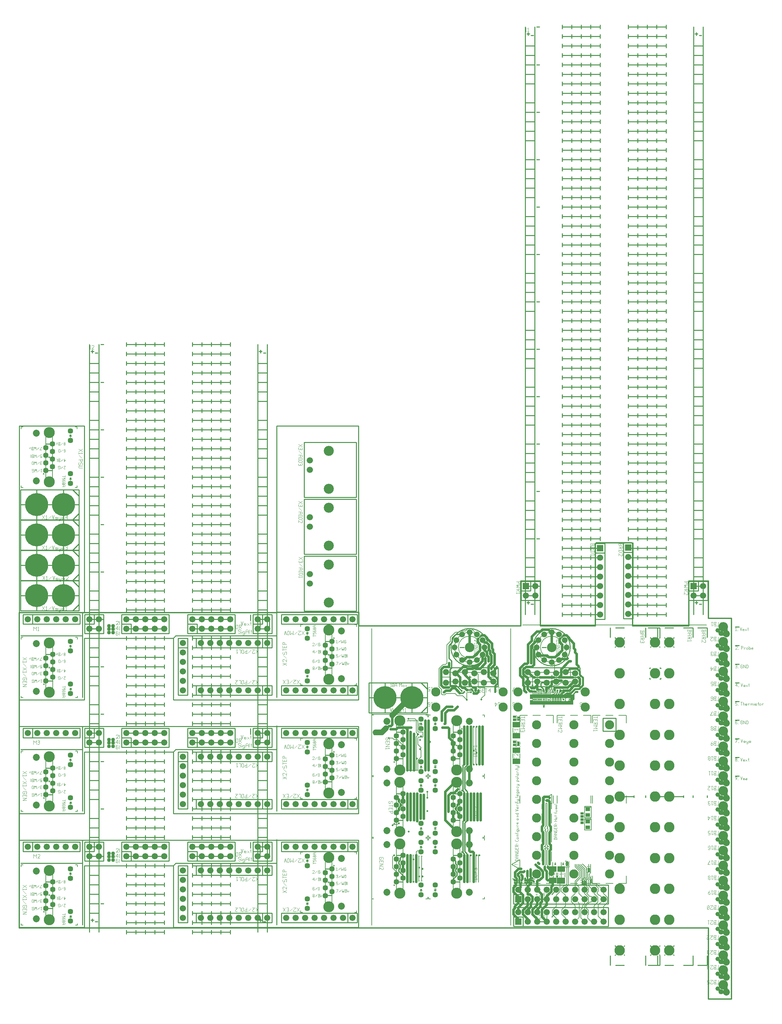
<source format=gbr>
G04 This is an RS-274x file exported by *
G04 gerbv version 2.7.0 *
G04 More information is available about gerbv at *
G04 http://gerbv.geda-project.org/ *
G04 --End of header info--*
%MOIN*%
%FSLAX36Y36*%
%IPPOS*%
G04 --Define apertures--*
%ADD10C,0.0100*%
%ADD11C,0.0060*%
%ADD12C,0.0040*%
%ADD13C,0.0012*%
%ADD14C,0.0033*%
%ADD15C,0.0032*%
%ADD16C,0.0030*%
%ADD17C,0.0041*%
%ADD18C,0.0250*%
%ADD19C,0.0030*%
%ADD20C,0.0038*%
%ADD21C,0.0050*%
%ADD22C,0.0660*%
%ADD23C,0.1060*%
%ADD24C,0.0572*%
%ADD25C,0.0729*%
%ADD26C,0.1162*%
%ADD27C,0.0400*%
%ADD28C,0.0350*%
%ADD29C,0.0510*%
%ADD30C,0.0940*%
%ADD31C,0.0080*%
%ADD32C,0.0120*%
%ADD33C,0.0160*%
%ADD34C,0.0200*%
%ADD35C,0.0180*%
%ADD36C,0.0140*%
%ADD37C,0.0130*%
%ADD38C,0.0600*%
%ADD39C,0.0945*%
%ADD40C,0.0394*%
%ADD41C,0.0669*%
%ADD42C,0.0472*%
%ADD43C,0.1043*%
%ADD44C,0.0001*%
%ADD45C,0.0906*%
%ADD46C,0.1102*%
%ADD47C,0.0512*%
%ADD48C,0.2362*%
%ADD49C,0.0551*%
%ADD50C,0.0240*%
%ADD51C,0.0118*%
%ADD52C,0.0787*%
%ADD53C,0.0197*%
%ADD54C,0.0492*%
%ADD55C,0.0295*%
%ADD56C,0.0886*%
%ADD57C,0.0380*%
%ADD58C,0.0630*%
%ADD59C,0.0354*%
%ADD60C,0.1870*%
%ADD61C,0.1005*%
%ADD62C,0.0454*%
%ADD63C,0.0532*%
%ADD64C,0.1103*%
%ADD65C,0.0966*%
%ADD66C,0.2422*%
%ADD67C,0.0960*%
%ADD68C,0.0611*%
%ADD69C,0.0790*%
%ADD70C,0.0490*%
%ADD71C,0.0300*%
%ADD72C,0.0890*%
%ADD73C,0.0390*%
G04 --Start main section--*
G54D10*
G01X6148030Y3055510D02*
G01X6102360Y3009840D01*
G01X6102400Y5559330D02*
G01X6102400Y5519330D01*
G01X6082400Y5539330D02*
G01X6122400Y5539330D01*
G01X6781500Y5106300D02*
G01X6643700Y5106300D01*
G01X6781500Y4968500D02*
G01X6781500Y5106300D01*
G01X6643700Y4968500D02*
G01X6781500Y4968500D01*
G01X6643700Y5106300D02*
G01X6643700Y4968500D01*
G01X5236340Y5554450D02*
G01X5236340Y5524450D01*
G01X5221340Y5539450D02*
G01X5251340Y5539450D01*
G54D11*
G01X4580000Y5080000D02*
G01X4690000Y5080000D01*
G01X4650000Y5080000D02*
G01X4650000Y5075000D01*
G01X4615000Y5080000D02*
G01X4615000Y5075000D01*
G01X4580000Y5080000D02*
G01X4580000Y5075000D01*
G01X4690000Y4555000D02*
G01X4580000Y4555000D01*
G01X4650000Y4555000D02*
G01X4650000Y4560000D01*
G01X4580000Y4555000D02*
G01X4580000Y4560000D01*
G01X4615000Y4555000D02*
G01X4615000Y4560000D01*
G54D10*
G01X8041340Y6070870D02*
G01X8080710Y6070870D01*
G01X8041340Y5874020D02*
G01X8080710Y5874020D01*
G01X8041340Y5677170D02*
G01X8080710Y5677170D01*
G01X8041340Y5480320D02*
G01X8080710Y5480320D01*
G01X8041340Y5283470D02*
G01X8080710Y5283470D01*
G01X8041340Y5086610D02*
G01X8080710Y5086610D01*
G01X8041340Y4692910D02*
G01X8080710Y4692910D01*
G01X8041340Y4889770D02*
G01X8080710Y4889770D01*
G01X8041340Y4496060D02*
G01X8080710Y4496060D01*
G01X7135830Y5637800D02*
G01X7135830Y5627950D01*
G01X7135830Y5637800D02*
G01X7145670Y5637800D01*
G01X7253940Y5627950D02*
G01X7253940Y5637800D01*
G01X7244090Y5637800D02*
G01X7253940Y5637800D01*
G01X7253940Y5529530D02*
G01X7253940Y5519690D01*
G01X7253940Y5519690D02*
G01X7244090Y5519690D01*
G01X7145670Y5519690D02*
G01X7135830Y5519690D01*
G01X7135830Y5519690D02*
G01X7135830Y5529530D01*
G54D11*
G01X5797240Y6090550D02*
G01X7736220Y6090550D01*
G54D10*
G01X5948030Y2959060D02*
G01X6048030Y2959060D01*
G01X6148030Y3059060D02*
G01X6148030Y3055510D01*
G01X6148030Y3296850D02*
G01X6148030Y3291730D01*
G01X6148030Y3291730D02*
G01X6102360Y3246060D01*
G54D11*
G01X6100000Y3700000D02*
G01X6100000Y3600000D01*
G54D10*
G01X5948030Y3196850D02*
G01X6048030Y3196850D01*
G54D11*
G01X6000000Y3700000D02*
G01X6000000Y3600000D01*
G01X5767720Y3612760D02*
G01X5679130Y3563540D01*
G01X5679130Y3563540D02*
G01X5767720Y3514330D01*
G01X5767720Y3612760D02*
G01X5767720Y3514330D01*
G01X6102720Y4302760D02*
G01X6014130Y4253540D01*
G01X6014130Y4253540D02*
G01X6102720Y4204330D01*
G01X6102720Y4302760D02*
G01X6102720Y4204330D01*
G01X6100000Y4150000D02*
G01X6100000Y4200000D01*
G01X6000000Y4150000D02*
G01X6000000Y4200000D01*
G01X6100000Y3900000D02*
G01X6100000Y3800000D01*
G01X6100000Y4100000D02*
G01X6100000Y4000000D01*
G01X6000000Y4100000D02*
G01X6000000Y4000000D01*
G01X6000000Y3900000D02*
G01X6000000Y3800000D01*
G01X5669290Y2921260D02*
G01X5669290Y6051180D01*
G01X4202760Y2921260D02*
G01X4202760Y6051180D01*
G01X4202760Y5145670D02*
G01X4803150Y5145670D01*
G54D12*
G01X5935040Y3009370D02*
G01X5955040Y3009370D01*
G01X5945040Y3019370D02*
G01X5945040Y2999370D01*
G01X5967040Y3024370D02*
G01X5972040Y3029370D01*
G01X5972040Y3029370D02*
G01X5987040Y3029370D01*
G01X5987040Y3029370D02*
G01X5992040Y3024370D01*
G01X5992040Y3024370D02*
G01X5992040Y3014370D01*
G01X5967040Y2989370D02*
G01X5992040Y3014370D01*
G01X5967040Y2989370D02*
G01X5992040Y2989370D01*
G01X6004040Y3004370D02*
G01X6024040Y3029370D01*
G01X6004040Y3004370D02*
G01X6029040Y3004370D01*
G01X6024040Y3029370D02*
G01X6024040Y2989370D01*
G01X6041040Y3029370D02*
G01X6051040Y2989370D01*
G01X6051040Y2989370D02*
G01X6061040Y3029370D01*
G01X5935040Y3247170D02*
G01X5955040Y3247170D01*
G01X5945040Y3257170D02*
G01X5945040Y3237170D01*
G01X5967040Y3262170D02*
G01X5972040Y3267170D01*
G01X5972040Y3267170D02*
G01X5987040Y3267170D01*
G01X5987040Y3267170D02*
G01X5992040Y3262170D01*
G01X5992040Y3262170D02*
G01X5992040Y3252170D01*
G01X5967040Y3227170D02*
G01X5992040Y3252170D01*
G01X5967040Y3227170D02*
G01X5992040Y3227170D01*
G01X6004040Y3242170D02*
G01X6024040Y3267170D01*
G01X6004040Y3242170D02*
G01X6029040Y3242170D01*
G01X6024040Y3267170D02*
G01X6024040Y3227170D01*
G01X6041040Y3267170D02*
G01X6051040Y3227170D01*
G01X6051040Y3227170D02*
G01X6061040Y3267170D01*
G01X5743820Y3563540D02*
G01X5748820Y3563540D01*
G01X5708820Y3563540D02*
G01X5733820Y3563540D01*
G54D13*
G01X5689000Y3415800D02*
G01X5689000Y3406500D01*
G01X5689000Y3415800D02*
G01X5691170Y3418900D01*
G01X5691170Y3418900D02*
G01X5694580Y3418900D01*
G01X5694580Y3418900D02*
G01X5696750Y3415800D01*
G01X5696750Y3415800D02*
G01X5696750Y3406500D01*
G01X5689000Y3412700D02*
G01X5696750Y3412700D01*
G01X5702020Y3411150D02*
G01X5702020Y3406500D01*
G01X5702020Y3411150D02*
G01X5703570Y3412700D01*
G01X5703570Y3412700D02*
G01X5705120Y3412700D01*
G01X5705120Y3412700D02*
G01X5706670Y3411150D01*
G01X5706670Y3411150D02*
G01X5706670Y3406500D01*
G01X5706670Y3411150D02*
G01X5708220Y3412700D01*
G01X5708220Y3412700D02*
G01X5709770Y3412700D01*
G01X5709770Y3412700D02*
G01X5711320Y3411150D01*
G01X5711320Y3411150D02*
G01X5711320Y3406500D01*
G01X5700470Y3412700D02*
G01X5702020Y3411150D01*
G01X5720620Y3406500D02*
G01X5726820Y3406500D01*
G01X5726820Y3406500D02*
G01X5728370Y3408050D01*
G01X5728370Y3411770D02*
G01X5728370Y3408050D01*
G01X5726820Y3413320D02*
G01X5728370Y3411770D01*
G01X5722170Y3413320D02*
G01X5726820Y3413320D01*
G01X5722170Y3418900D02*
G01X5722170Y3406500D01*
G01X5720620Y3418900D02*
G01X5726820Y3418900D01*
G01X5726820Y3418900D02*
G01X5728370Y3417350D01*
G01X5728370Y3417350D02*
G01X5728370Y3414870D01*
G01X5726820Y3413320D02*
G01X5728370Y3414870D01*
G01X5733640Y3411150D02*
G01X5733640Y3406500D01*
G01X5733640Y3411150D02*
G01X5735190Y3412700D01*
G01X5735190Y3412700D02*
G01X5736740Y3412700D01*
G01X5736740Y3412700D02*
G01X5738290Y3411150D01*
G01X5738290Y3411150D02*
G01X5738290Y3406500D01*
G01X5738290Y3411150D02*
G01X5739840Y3412700D01*
G01X5739840Y3412700D02*
G01X5741390Y3412700D01*
G01X5741390Y3412700D02*
G01X5742940Y3411150D01*
G01X5742940Y3411150D02*
G01X5742940Y3406500D01*
G01X5732090Y3412700D02*
G01X5733640Y3411150D01*
G01X5752240Y3406500D02*
G01X5758440Y3406500D01*
G01X5758440Y3406500D02*
G01X5759990Y3408050D01*
G01X5759990Y3411770D02*
G01X5759990Y3408050D01*
G01X5758440Y3413320D02*
G01X5759990Y3411770D01*
G01X5753790Y3413320D02*
G01X5758440Y3413320D01*
G01X5753790Y3418900D02*
G01X5753790Y3406500D01*
G01X5752240Y3418900D02*
G01X5758440Y3418900D01*
G01X5758440Y3418900D02*
G01X5759990Y3417350D01*
G01X5759990Y3417350D02*
G01X5759990Y3414870D01*
G01X5758440Y3413320D02*
G01X5759990Y3414870D01*
G01X5765260Y3411150D02*
G01X5765260Y3401850D01*
G01X5763710Y3412700D02*
G01X5765260Y3411150D01*
G01X5765260Y3411150D02*
G01X5766810Y3412700D01*
G01X5766810Y3412700D02*
G01X5769910Y3412700D01*
G01X5769910Y3412700D02*
G01X5771460Y3411150D01*
G01X5771460Y3411150D02*
G01X5771460Y3408050D01*
G01X5769910Y3406500D02*
G01X5771460Y3408050D01*
G01X5766810Y3406500D02*
G01X5769910Y3406500D01*
G01X5765260Y3408050D02*
G01X5766810Y3406500D01*
G01X5780760Y3415800D02*
G01X5780760Y3406500D01*
G01X5780760Y3415800D02*
G01X5782930Y3418900D01*
G01X5782930Y3418900D02*
G01X5786340Y3418900D01*
G01X5786340Y3418900D02*
G01X5788510Y3415800D01*
G01X5788510Y3415800D02*
G01X5788510Y3406500D01*
G01X5780760Y3412700D02*
G01X5788510Y3412700D01*
G01X5793780Y3411150D02*
G01X5793780Y3401850D01*
G01X5792230Y3412700D02*
G01X5793780Y3411150D01*
G01X5793780Y3411150D02*
G01X5795330Y3412700D01*
G01X5795330Y3412700D02*
G01X5798430Y3412700D01*
G01X5798430Y3412700D02*
G01X5799980Y3411150D01*
G01X5799980Y3411150D02*
G01X5799980Y3408050D01*
G01X5798430Y3406500D02*
G01X5799980Y3408050D01*
G01X5795330Y3406500D02*
G01X5798430Y3406500D01*
G01X5793780Y3408050D02*
G01X5795330Y3406500D01*
G01X5812000Y3406500D02*
G01X5818200Y3406500D01*
G01X5818200Y3406500D02*
G01X5819750Y3408050D01*
G01X5819750Y3411770D02*
G01X5819750Y3408050D01*
G01X5818200Y3413320D02*
G01X5819750Y3411770D01*
G01X5813550Y3413320D02*
G01X5818200Y3413320D01*
G01X5813550Y3418900D02*
G01X5813550Y3406500D01*
G01X5812000Y3418900D02*
G01X5818200Y3418900D01*
G01X5818200Y3418900D02*
G01X5819750Y3417350D01*
G01X5819750Y3417350D02*
G01X5819750Y3414870D01*
G01X5818200Y3413320D02*
G01X5819750Y3414870D01*
G01X5825020Y3411150D02*
G01X5825020Y3401850D01*
G01X5823470Y3412700D02*
G01X5825020Y3411150D01*
G01X5825020Y3411150D02*
G01X5826570Y3412700D01*
G01X5826570Y3412700D02*
G01X5829670Y3412700D01*
G01X5829670Y3412700D02*
G01X5831220Y3411150D01*
G01X5831220Y3411150D02*
G01X5831220Y3408050D01*
G01X5829670Y3406500D02*
G01X5831220Y3408050D01*
G01X5826570Y3406500D02*
G01X5829670Y3406500D01*
G01X5825020Y3408050D02*
G01X5826570Y3406500D01*
G01X5840520Y3415800D02*
G01X5840520Y3406500D01*
G01X5840520Y3415800D02*
G01X5842690Y3418900D01*
G01X5842690Y3418900D02*
G01X5846100Y3418900D01*
G01X5846100Y3418900D02*
G01X5848270Y3415800D01*
G01X5848270Y3415800D02*
G01X5848270Y3406500D01*
G01X5840520Y3412700D02*
G01X5848270Y3412700D01*
G01X5853540Y3411150D02*
G01X5853540Y3401850D01*
G01X5851990Y3412700D02*
G01X5853540Y3411150D01*
G01X5853540Y3411150D02*
G01X5855090Y3412700D01*
G01X5855090Y3412700D02*
G01X5858190Y3412700D01*
G01X5858190Y3412700D02*
G01X5859740Y3411150D01*
G01X5859740Y3411150D02*
G01X5859740Y3408050D01*
G01X5858190Y3406500D02*
G01X5859740Y3408050D01*
G01X5855090Y3406500D02*
G01X5858190Y3406500D01*
G01X5853540Y3408050D02*
G01X5855090Y3406500D01*
G01X5869040Y3415800D02*
G01X5869040Y3406500D01*
G01X5869040Y3415800D02*
G01X5871210Y3418900D01*
G01X5871210Y3418900D02*
G01X5874620Y3418900D01*
G01X5874620Y3418900D02*
G01X5876790Y3415800D01*
G01X5876790Y3415800D02*
G01X5876790Y3406500D01*
G01X5869040Y3412700D02*
G01X5876790Y3412700D01*
G01X5882060Y3411150D02*
G01X5882060Y3406500D01*
G01X5882060Y3411150D02*
G01X5883610Y3412700D01*
G01X5883610Y3412700D02*
G01X5885160Y3412700D01*
G01X5885160Y3412700D02*
G01X5886710Y3411150D01*
G01X5886710Y3411150D02*
G01X5886710Y3406500D01*
G01X5886710Y3411150D02*
G01X5888260Y3412700D01*
G01X5888260Y3412700D02*
G01X5889810Y3412700D01*
G01X5889810Y3412700D02*
G01X5891360Y3411150D01*
G01X5891360Y3411150D02*
G01X5891360Y3406500D01*
G01X5880510Y3412700D02*
G01X5882060Y3411150D01*
G01X5900660Y3406500D02*
G01X5906860Y3406500D01*
G01X5906860Y3406500D02*
G01X5908410Y3408050D01*
G01X5908410Y3411770D02*
G01X5908410Y3408050D01*
G01X5906860Y3413320D02*
G01X5908410Y3411770D01*
G01X5902210Y3413320D02*
G01X5906860Y3413320D01*
G01X5902210Y3418900D02*
G01X5902210Y3406500D01*
G01X5900660Y3418900D02*
G01X5906860Y3418900D01*
G01X5906860Y3418900D02*
G01X5908410Y3417350D01*
G01X5908410Y3417350D02*
G01X5908410Y3414870D01*
G01X5906860Y3413320D02*
G01X5908410Y3414870D01*
G01X5913680Y3411150D02*
G01X5913680Y3406500D01*
G01X5913680Y3411150D02*
G01X5915230Y3412700D01*
G01X5915230Y3412700D02*
G01X5916780Y3412700D01*
G01X5916780Y3412700D02*
G01X5918330Y3411150D01*
G01X5918330Y3411150D02*
G01X5918330Y3406500D01*
G01X5918330Y3411150D02*
G01X5919880Y3412700D01*
G01X5919880Y3412700D02*
G01X5921430Y3412700D01*
G01X5921430Y3412700D02*
G01X5922980Y3411150D01*
G01X5922980Y3411150D02*
G01X5922980Y3406500D01*
G01X5912130Y3412700D02*
G01X5913680Y3411150D01*
G54D14*
G01X8053640Y5078410D02*
G01X8057740Y5074310D01*
G01X8045440Y5078410D02*
G01X8053640Y5078410D01*
G01X8041340Y5074310D02*
G01X8045440Y5078410D01*
G01X8041340Y5074310D02*
G01X8041340Y5049710D01*
G01X8041340Y5049710D02*
G01X8045440Y5045610D01*
G01X8053640Y5063650D02*
G01X8057740Y5059550D01*
G01X8041340Y5063650D02*
G01X8053640Y5063650D01*
G01X8045440Y5045610D02*
G01X8053640Y5045610D01*
G01X8053640Y5045610D02*
G01X8057740Y5049710D01*
G01X8057740Y5059550D02*
G01X8057740Y5049710D01*
G01X8067580Y5045610D02*
G01X8071680Y5045610D01*
G01X8112680Y5078410D02*
G01X8116780Y5074310D01*
G01X8100380Y5078410D02*
G01X8112680Y5078410D01*
G01X8096280Y5074310D02*
G01X8100380Y5078410D01*
G01X8096280Y5074310D02*
G01X8096280Y5049710D01*
G01X8096280Y5049710D02*
G01X8100380Y5045610D01*
G01X8100380Y5045610D02*
G01X8112680Y5045610D01*
G01X8112680Y5045610D02*
G01X8116780Y5049710D01*
G01X8116780Y5057910D02*
G01X8116780Y5049710D01*
G01X8112680Y5062010D02*
G01X8116780Y5057910D01*
G01X8104480Y5062010D02*
G01X8112680Y5062010D01*
G01X8126620Y5078410D02*
G01X8126620Y5045610D01*
G01X8126620Y5078410D02*
G01X8147120Y5045610D01*
G01X8147120Y5078410D02*
G01X8147120Y5045610D01*
G01X8161060Y5078410D02*
G01X8161060Y5045610D01*
G01X8171720Y5078410D02*
G01X8177460Y5072670D01*
G01X8177460Y5072670D02*
G01X8177460Y5051350D01*
G01X8171720Y5045610D02*
G01X8177460Y5051350D01*
G01X8156960Y5045610D02*
G01X8171720Y5045610D01*
G01X8156960Y5078410D02*
G01X8171720Y5078410D01*
G01X4399610Y5465550D02*
G01X4406170Y5472110D01*
G01X4406170Y5472110D02*
G01X4406170Y5439320D01*
G01X4399610Y5439320D02*
G01X4411910Y5439320D01*
G01X4421750Y5443410D02*
G01X4425850Y5439320D01*
G01X4421750Y5468010D02*
G01X4421750Y5443410D01*
G01X4421750Y5468010D02*
G01X4425850Y5472110D01*
G01X4425850Y5472110D02*
G01X4434050Y5472110D01*
G01X4434050Y5472110D02*
G01X4438150Y5468010D01*
G01X4438150Y5468010D02*
G01X4438150Y5443410D01*
G01X4434050Y5439320D02*
G01X4438150Y5443410D01*
G01X4425850Y5439320D02*
G01X4434050Y5439320D01*
G01X4421750Y5447510D02*
G01X4438150Y5463910D01*
G01X4447990Y5463910D02*
G01X4447990Y5439320D01*
G01X4447990Y5463910D02*
G01X4453730Y5472110D01*
G01X4453730Y5472110D02*
G01X4462750Y5472110D01*
G01X4462750Y5472110D02*
G01X4468490Y5463910D01*
G01X4468490Y5463910D02*
G01X4468490Y5439320D01*
G01X4447990Y5455710D02*
G01X4468490Y5455710D01*
G01X4493090Y5472110D02*
G01X4493090Y5439320D01*
G01X4493090Y5472110D02*
G01X4505390Y5455710D01*
G01X4505390Y5455710D02*
G01X4517690Y5472110D01*
G01X4517690Y5472110D02*
G01X4517690Y5439320D01*
G01X4539830Y5455710D02*
G01X4543930Y5451610D01*
G01X4531630Y5455710D02*
G01X4539830Y5455710D01*
G01X4527530Y5451610D02*
G01X4531630Y5455710D01*
G01X4527530Y5451610D02*
G01X4527530Y5443410D01*
G01X4527530Y5443410D02*
G01X4531630Y5439320D01*
G01X4543930Y5455710D02*
G01X4543930Y5443410D01*
G01X4543930Y5443410D02*
G01X4548030Y5439320D01*
G01X4531630Y5439320D02*
G01X4539830Y5439320D01*
G01X4539830Y5439320D02*
G01X4543930Y5443410D01*
G01X4557870Y5455710D02*
G01X4574270Y5439320D01*
G01X4557870Y5439320D02*
G01X4574270Y5455710D01*
G54D15*
G01X5716760Y3606810D02*
G01X5749160Y3606810D01*
G01X5716760Y3617340D02*
G01X5722430Y3623010D01*
G01X5722430Y3623010D02*
G01X5743490Y3623010D01*
G01X5749160Y3617340D02*
G01X5743490Y3623010D01*
G01X5749160Y3617340D02*
G01X5749160Y3602760D01*
G01X5716760Y3617340D02*
G01X5716760Y3602760D01*
G01X5724860Y3632730D02*
G01X5749160Y3632730D01*
G01X5724860Y3632730D02*
G01X5716760Y3638400D01*
G01X5716760Y3647310D02*
G01X5716760Y3638400D01*
G01X5716760Y3647310D02*
G01X5724860Y3652980D01*
G01X5724860Y3652980D02*
G01X5749160Y3652980D01*
G01X5732960Y3652980D02*
G01X5732960Y3632730D01*
G01X5716760Y3662700D02*
G01X5749160Y3662700D01*
G01X5716760Y3662700D02*
G01X5749160Y3682950D01*
G01X5716760Y3682950D02*
G01X5749160Y3682950D01*
G01X5716760Y3708870D02*
G01X5720810Y3712920D01*
G01X5716760Y3708870D02*
G01X5716760Y3696720D01*
G01X5720810Y3692670D02*
G01X5716760Y3696720D01*
G01X5720810Y3692670D02*
G01X5745110Y3692670D01*
G01X5745110Y3692670D02*
G01X5749160Y3696720D01*
G01X5749160Y3708870D02*
G01X5749160Y3696720D01*
G01X5749160Y3708870D02*
G01X5745110Y3712920D01*
G01X5737010Y3712920D02*
G01X5745110Y3712920D01*
G01X5732960Y3708870D02*
G01X5737010Y3712920D01*
G01X5732960Y3708870D02*
G01X5732960Y3700770D01*
G01X5731340Y3734790D02*
G01X5731340Y3722640D01*
G01X5749160Y3738840D02*
G01X5749160Y3722640D01*
G01X5716760Y3722640D02*
G01X5749160Y3722640D01*
G01X5716760Y3738840D02*
G01X5716760Y3722640D01*
G01X5716760Y3764760D02*
G01X5716760Y3748560D01*
G01X5716760Y3764760D02*
G01X5720810Y3768810D01*
G01X5720810Y3768810D02*
G01X5728910Y3768810D01*
G01X5732960Y3764760D02*
G01X5728910Y3768810D01*
G01X5732960Y3764760D02*
G01X5732960Y3752610D01*
G01X5716760Y3752610D02*
G01X5749160Y3752610D01*
G01X5732960Y3759090D02*
G01X5749160Y3768810D01*
G01X5728910Y3782580D02*
G01X5728910Y3778530D01*
G01X5737010Y3782580D02*
G01X5737010Y3778530D01*
G01X5749160Y3823080D02*
G01X5749160Y3812550D01*
G01X5743490Y3806880D02*
G01X5749160Y3812550D01*
G01X5722430Y3806880D02*
G01X5743490Y3806880D01*
G01X5722430Y3806880D02*
G01X5716760Y3812550D01*
G01X5716760Y3823080D02*
G01X5716760Y3812550D01*
G01X5737010Y3832800D02*
G01X5745110Y3832800D01*
G01X5737010Y3832800D02*
G01X5732960Y3836850D01*
G01X5732960Y3844950D02*
G01X5732960Y3836850D01*
G01X5732960Y3844950D02*
G01X5737010Y3849000D01*
G01X5737010Y3849000D02*
G01X5745110Y3849000D01*
G01X5749160Y3844950D02*
G01X5745110Y3849000D01*
G01X5749160Y3844950D02*
G01X5749160Y3836850D01*
G01X5745110Y3832800D02*
G01X5749160Y3836850D01*
G01X5737010Y3862770D02*
G01X5749160Y3862770D01*
G01X5737010Y3862770D02*
G01X5732960Y3866820D01*
G01X5732960Y3870870D02*
G01X5732960Y3866820D01*
G01X5732960Y3870870D02*
G01X5737010Y3874920D01*
G01X5737010Y3874920D02*
G01X5749160Y3874920D01*
G01X5732960Y3858720D02*
G01X5737010Y3862770D01*
G01X5720810Y3888690D02*
G01X5749160Y3888690D01*
G01X5720810Y3888690D02*
G01X5716760Y3892740D01*
G01X5716760Y3896790D02*
G01X5716760Y3892740D01*
G01X5732960Y3892740D02*
G01X5732960Y3884640D01*
G54D12*
G01X5724860Y3904890D02*
G01X5725670Y3904890D01*
G54D15*
G01X5737010Y3904890D02*
G01X5749160Y3904890D01*
G01X5732960Y3925140D02*
G01X5737010Y3929190D01*
G01X5732960Y3925140D02*
G01X5732960Y3917040D01*
G01X5737010Y3912990D02*
G01X5732960Y3917040D01*
G01X5737010Y3912990D02*
G01X5745110Y3912990D01*
G01X5745110Y3912990D02*
G01X5749160Y3917040D01*
G01X5749160Y3925140D02*
G01X5749160Y3917040D01*
G01X5749160Y3925140D02*
G01X5745110Y3929190D01*
G01X5757260Y3912990D02*
G01X5761310Y3917040D01*
G01X5761310Y3925140D02*
G01X5761310Y3917040D01*
G01X5761310Y3925140D02*
G01X5757260Y3929190D01*
G01X5732960Y3929190D02*
G01X5757260Y3929190D01*
G01X5732960Y3938910D02*
G01X5745110Y3938910D01*
G01X5745110Y3938910D02*
G01X5749160Y3942960D01*
G01X5749160Y3951060D02*
G01X5749160Y3942960D01*
G01X5749160Y3951060D02*
G01X5745110Y3955110D01*
G01X5732960Y3955110D02*
G01X5745110Y3955110D01*
G01X5737010Y3968880D02*
G01X5749160Y3968880D01*
G01X5737010Y3968880D02*
G01X5732960Y3972930D01*
G01X5732960Y3981030D02*
G01X5732960Y3972930D01*
G01X5732960Y3964830D02*
G01X5737010Y3968880D01*
G01X5749160Y4006950D02*
G01X5749160Y3994800D01*
G01X5745110Y3990750D02*
G01X5749160Y3994800D01*
G01X5737010Y3990750D02*
G01X5745110Y3990750D01*
G01X5737010Y3990750D02*
G01X5732960Y3994800D01*
G01X5732960Y4002900D02*
G01X5732960Y3994800D01*
G01X5732960Y4002900D02*
G01X5737010Y4006950D01*
G01X5741060Y4006950D02*
G01X5741060Y3990750D01*
G01X5737010Y4006950D02*
G01X5741060Y4006950D01*
G01X5732960Y4043400D02*
G01X5737010Y4047450D01*
G01X5732960Y4043400D02*
G01X5732960Y4035300D01*
G01X5737010Y4031250D02*
G01X5732960Y4035300D01*
G01X5737010Y4031250D02*
G01X5745110Y4031250D01*
G01X5745110Y4031250D02*
G01X5749160Y4035300D01*
G01X5732960Y4047450D02*
G01X5745110Y4047450D01*
G01X5745110Y4047450D02*
G01X5749160Y4051500D01*
G01X5749160Y4043400D02*
G01X5749160Y4035300D01*
G01X5749160Y4043400D02*
G01X5745110Y4047450D01*
G01X5737010Y4065270D02*
G01X5749160Y4065270D01*
G01X5737010Y4065270D02*
G01X5732960Y4069320D01*
G01X5732960Y4073370D02*
G01X5732960Y4069320D01*
G01X5732960Y4073370D02*
G01X5737010Y4077420D01*
G01X5737010Y4077420D02*
G01X5749160Y4077420D01*
G01X5732960Y4061220D02*
G01X5737010Y4065270D01*
G01X5716760Y4103340D02*
G01X5749160Y4103340D01*
G01X5749160Y4099290D02*
G01X5745110Y4103340D01*
G01X5749160Y4099290D02*
G01X5749160Y4091190D01*
G01X5745110Y4087140D02*
G01X5749160Y4091190D01*
G01X5737010Y4087140D02*
G01X5745110Y4087140D01*
G01X5737010Y4087140D02*
G01X5732960Y4091190D01*
G01X5732960Y4099290D02*
G01X5732960Y4091190D01*
G01X5732960Y4099290D02*
G01X5737010Y4103340D01*
G01X5716760Y4127640D02*
G01X5749160Y4135740D01*
G01X5749160Y4135740D02*
G01X5716760Y4143840D01*
G01X5749160Y4169760D02*
G01X5749160Y4157610D01*
G01X5745110Y4153560D02*
G01X5749160Y4157610D01*
G01X5737010Y4153560D02*
G01X5745110Y4153560D01*
G01X5737010Y4153560D02*
G01X5732960Y4157610D01*
G01X5732960Y4165710D02*
G01X5732960Y4157610D01*
G01X5732960Y4165710D02*
G01X5737010Y4169760D01*
G01X5741060Y4169760D02*
G01X5741060Y4153560D01*
G01X5737010Y4169760D02*
G01X5741060Y4169760D01*
G01X5737010Y4183530D02*
G01X5749160Y4183530D01*
G01X5737010Y4183530D02*
G01X5732960Y4187580D01*
G01X5732960Y4195680D02*
G01X5732960Y4187580D01*
G01X5732960Y4179480D02*
G01X5737010Y4183530D01*
G54D12*
G01X5724860Y4205400D02*
G01X5725670Y4205400D01*
G54D15*
G01X5737010Y4205400D02*
G01X5749160Y4205400D01*
G01X5720810Y4217550D02*
G01X5749160Y4217550D01*
G01X5720810Y4217550D02*
G01X5716760Y4221600D01*
G01X5716760Y4225650D02*
G01X5716760Y4221600D01*
G01X5732960Y4221600D02*
G01X5732960Y4213500D01*
G01X5732960Y4233750D02*
G01X5745110Y4233750D01*
G01X5745110Y4233750D02*
G01X5749160Y4237800D01*
G01X5732960Y4249950D02*
G01X5757260Y4249950D01*
G01X5761310Y4245900D02*
G01X5757260Y4249950D01*
G01X5761310Y4245900D02*
G01X5761310Y4237800D01*
G01X5757260Y4233750D02*
G01X5761310Y4237800D01*
G01X5749160Y4245900D02*
G01X5749160Y4237800D01*
G01X5749160Y4245900D02*
G01X5745110Y4249950D01*
G01X5716760Y4274250D02*
G01X5745110Y4274250D01*
G01X5745110Y4274250D02*
G01X5749160Y4278300D01*
G01X5749160Y4302600D02*
G01X5749160Y4290450D01*
G01X5745110Y4286400D02*
G01X5749160Y4290450D01*
G01X5737010Y4286400D02*
G01X5745110Y4286400D01*
G01X5737010Y4286400D02*
G01X5732960Y4290450D01*
G01X5732960Y4298550D02*
G01X5732960Y4290450D01*
G01X5732960Y4298550D02*
G01X5737010Y4302600D01*
G01X5741060Y4302600D02*
G01X5741060Y4286400D01*
G01X5737010Y4302600D02*
G01X5741060Y4302600D01*
G01X5732960Y4324470D02*
G01X5737010Y4328520D01*
G01X5732960Y4324470D02*
G01X5732960Y4316370D01*
G01X5737010Y4312320D02*
G01X5732960Y4316370D01*
G01X5737010Y4312320D02*
G01X5745110Y4312320D01*
G01X5745110Y4312320D02*
G01X5749160Y4316370D01*
G01X5749160Y4324470D02*
G01X5749160Y4316370D01*
G01X5749160Y4324470D02*
G01X5745110Y4328520D01*
G01X5757260Y4312320D02*
G01X5761310Y4316370D01*
G01X5761310Y4324470D02*
G01X5761310Y4316370D01*
G01X5761310Y4324470D02*
G01X5757260Y4328520D01*
G01X5732960Y4328520D02*
G01X5757260Y4328520D01*
G01X5732960Y4350390D02*
G01X5737010Y4354440D01*
G01X5732960Y4350390D02*
G01X5732960Y4342290D01*
G01X5737010Y4338240D02*
G01X5732960Y4342290D01*
G01X5737010Y4338240D02*
G01X5745110Y4338240D01*
G01X5745110Y4338240D02*
G01X5749160Y4342290D01*
G01X5732960Y4354440D02*
G01X5745110Y4354440D01*
G01X5745110Y4354440D02*
G01X5749160Y4358490D01*
G01X5749160Y4350390D02*
G01X5749160Y4342290D01*
G01X5749160Y4350390D02*
G01X5745110Y4354440D01*
G01X5732960Y4384410D02*
G01X5732960Y4372260D01*
G01X5737010Y4368210D02*
G01X5732960Y4372260D01*
G01X5737010Y4368210D02*
G01X5745110Y4368210D01*
G01X5745110Y4368210D02*
G01X5749160Y4372260D01*
G01X5749160Y4384410D02*
G01X5749160Y4372260D01*
G01X5732960Y4394130D02*
G01X5745110Y4394130D01*
G01X5745110Y4394130D02*
G01X5749160Y4398180D01*
G01X5732960Y4410330D02*
G01X5757260Y4410330D01*
G01X5761310Y4406280D02*
G01X5757260Y4410330D01*
G01X5761310Y4406280D02*
G01X5761310Y4398180D01*
G01X5757260Y4394130D02*
G01X5761310Y4398180D01*
G01X5749160Y4406280D02*
G01X5749160Y4398180D01*
G01X5749160Y4406280D02*
G01X5745110Y4410330D01*
G01X5737010Y4438680D02*
G01X5761310Y4438680D01*
G01X5732960Y4434630D02*
G01X5737010Y4438680D01*
G01X5737010Y4438680D02*
G01X5732960Y4442730D01*
G01X5732960Y4450830D02*
G01X5732960Y4442730D01*
G01X5732960Y4450830D02*
G01X5737010Y4454880D01*
G01X5737010Y4454880D02*
G01X5745110Y4454880D01*
G01X5749160Y4450830D02*
G01X5745110Y4454880D01*
G01X5749160Y4450830D02*
G01X5749160Y4442730D01*
G01X5745110Y4438680D02*
G01X5749160Y4442730D01*
G01X5737010Y4464600D02*
G01X5745110Y4464600D01*
G01X5737010Y4464600D02*
G01X5732960Y4468650D01*
G01X5732960Y4476750D02*
G01X5732960Y4468650D01*
G01X5732960Y4476750D02*
G01X5737010Y4480800D01*
G01X5737010Y4480800D02*
G01X5745110Y4480800D01*
G01X5749160Y4476750D02*
G01X5745110Y4480800D01*
G01X5749160Y4476750D02*
G01X5749160Y4468650D01*
G01X5745110Y4464600D02*
G01X5749160Y4468650D01*
G01X5716760Y4490520D02*
G01X5745110Y4490520D01*
G01X5745110Y4490520D02*
G01X5749160Y4494570D01*
G01X5732960Y4514820D02*
G01X5737010Y4518870D01*
G01X5732960Y4514820D02*
G01X5732960Y4506720D01*
G01X5737010Y4502670D02*
G01X5732960Y4506720D01*
G01X5737010Y4502670D02*
G01X5745110Y4502670D01*
G01X5745110Y4502670D02*
G01X5749160Y4506720D01*
G01X5732960Y4518870D02*
G01X5745110Y4518870D01*
G01X5745110Y4518870D02*
G01X5749160Y4522920D01*
G01X5749160Y4514820D02*
G01X5749160Y4506720D01*
G01X5749160Y4514820D02*
G01X5745110Y4518870D01*
G01X5737010Y4536690D02*
G01X5749160Y4536690D01*
G01X5737010Y4536690D02*
G01X5732960Y4540740D01*
G01X5732960Y4548840D02*
G01X5732960Y4540740D01*
G01X5732960Y4532640D02*
G01X5737010Y4536690D01*
G54D12*
G01X5724860Y4558560D02*
G01X5725670Y4558560D01*
G54D15*
G01X5737010Y4558560D02*
G01X5749160Y4558560D01*
G01X5716760Y4570710D02*
G01X5745110Y4570710D01*
G01X5745110Y4570710D02*
G01X5749160Y4574760D01*
G01X5728910Y4574760D02*
G01X5728910Y4566660D01*
G01X5732960Y4582860D02*
G01X5745110Y4582860D01*
G01X5745110Y4582860D02*
G01X5749160Y4586910D01*
G01X5732960Y4599060D02*
G01X5757260Y4599060D01*
G01X5761310Y4595010D02*
G01X5757260Y4599060D01*
G01X5761310Y4595010D02*
G01X5761310Y4586910D01*
G01X5757260Y4582860D02*
G01X5761310Y4586910D01*
G01X5749160Y4595010D02*
G01X5749160Y4586910D01*
G01X5749160Y4595010D02*
G01X5745110Y4599060D01*
G01X5745110Y4608780D02*
G01X5749160Y4608780D01*
G01X5716760Y4608780D02*
G01X5737010Y4608780D01*
G54D16*
G01X6127700Y3828850D02*
G01X6158500Y3828850D01*
G01X6127700Y3838860D02*
G01X6133090Y3844250D01*
G01X6133090Y3844250D02*
G01X6153110Y3844250D01*
G01X6158500Y3838860D02*
G01X6153110Y3844250D01*
G01X6158500Y3838860D02*
G01X6158500Y3825000D01*
G01X6127700Y3838860D02*
G01X6127700Y3825000D01*
G01X6135400Y3853490D02*
G01X6158500Y3853490D01*
G01X6135400Y3853490D02*
G01X6127700Y3858880D01*
G01X6127700Y3867350D02*
G01X6127700Y3858880D01*
G01X6127700Y3867350D02*
G01X6135400Y3872740D01*
G01X6135400Y3872740D02*
G01X6158500Y3872740D01*
G01X6143100Y3872740D02*
G01X6143100Y3853490D01*
G01X6127700Y3881980D02*
G01X6158500Y3881980D01*
G01X6127700Y3881980D02*
G01X6158500Y3901230D01*
G01X6127700Y3901230D02*
G01X6158500Y3901230D01*
G01X6127700Y3925870D02*
G01X6131550Y3929720D01*
G01X6127700Y3925870D02*
G01X6127700Y3914320D01*
G01X6131550Y3910470D02*
G01X6127700Y3914320D01*
G01X6131550Y3910470D02*
G01X6154650Y3910470D01*
G01X6154650Y3910470D02*
G01X6158500Y3914320D01*
G01X6158500Y3925870D02*
G01X6158500Y3914320D01*
G01X6158500Y3925870D02*
G01X6154650Y3929720D01*
G01X6146950Y3929720D02*
G01X6154650Y3929720D01*
G01X6143100Y3925870D02*
G01X6146950Y3929720D01*
G01X6143100Y3925870D02*
G01X6143100Y3918170D01*
G01X6141560Y3950510D02*
G01X6141560Y3938960D01*
G01X6158500Y3954360D02*
G01X6158500Y3938960D01*
G01X6127700Y3938960D02*
G01X6158500Y3938960D01*
G01X6127700Y3954360D02*
G01X6127700Y3938960D01*
G01X6127700Y3979000D02*
G01X6127700Y3963600D01*
G01X6127700Y3979000D02*
G01X6131550Y3982850D01*
G01X6131550Y3982850D02*
G01X6139250Y3982850D01*
G01X6143100Y3979000D02*
G01X6139250Y3982850D01*
G01X6143100Y3979000D02*
G01X6143100Y3967450D01*
G01X6127700Y3967450D02*
G01X6158500Y3967450D01*
G01X6143100Y3973610D02*
G01X6158500Y3982850D01*
G01X6139250Y3995940D02*
G01X6139250Y3992090D01*
G01X6146950Y3995940D02*
G01X6146950Y3992090D01*
G01X6127700Y4019040D02*
G01X6158500Y4019040D01*
G01X6127700Y4038290D02*
G01X6158500Y4038290D01*
G01X6143100Y4038290D02*
G01X6143100Y4019040D01*
G01X6146950Y4047530D02*
G01X6154650Y4047530D01*
G01X6146950Y4047530D02*
G01X6143100Y4051380D01*
G01X6143100Y4059080D02*
G01X6143100Y4051380D01*
G01X6143100Y4059080D02*
G01X6146950Y4062930D01*
G01X6146950Y4062930D02*
G01X6154650Y4062930D01*
G01X6158500Y4059080D02*
G01X6154650Y4062930D01*
G01X6158500Y4059080D02*
G01X6158500Y4051380D01*
G01X6154650Y4047530D02*
G01X6158500Y4051380D01*
G01X6127700Y4076020D02*
G01X6154650Y4076020D01*
G01X6154650Y4076020D02*
G01X6158500Y4079870D01*
G01X6139250Y4079870D02*
G01X6139250Y4072170D01*
G01X6131550Y4105280D02*
G01X6158500Y4105280D01*
G01X6131550Y4105280D02*
G01X6127700Y4109130D01*
G01X6127700Y4112980D02*
G01X6127700Y4109130D01*
G01X6143100Y4109130D02*
G01X6143100Y4101430D01*
G01X6143100Y4120680D02*
G01X6154650Y4120680D01*
G01X6154650Y4120680D02*
G01X6158500Y4124530D01*
G01X6158500Y4132230D02*
G01X6158500Y4124530D01*
G01X6158500Y4132230D02*
G01X6154650Y4136080D01*
G01X6143100Y4136080D02*
G01X6154650Y4136080D01*
G01X6158500Y4160720D02*
G01X6158500Y4149170D01*
G01X6158500Y4160720D02*
G01X6154650Y4164570D01*
G01X6150800Y4160720D02*
G01X6154650Y4164570D01*
G01X6150800Y4160720D02*
G01X6150800Y4149170D01*
G01X6146950Y4145320D02*
G01X6150800Y4149170D01*
G01X6146950Y4145320D02*
G01X6143100Y4149170D01*
G01X6143100Y4160720D02*
G01X6143100Y4149170D01*
G01X6143100Y4160720D02*
G01X6146950Y4164570D01*
G01X6154650Y4145320D02*
G01X6158500Y4149170D01*
G01X6158500Y4189210D02*
G01X6158500Y4177660D01*
G01X6154650Y4173810D02*
G01X6158500Y4177660D01*
G01X6146950Y4173810D02*
G01X6154650Y4173810D01*
G01X6146950Y4173810D02*
G01X6143100Y4177660D01*
G01X6143100Y4185360D02*
G01X6143100Y4177660D01*
G01X6143100Y4185360D02*
G01X6146950Y4189210D01*
G01X6150800Y4189210D02*
G01X6150800Y4173810D01*
G01X6146950Y4189210D02*
G01X6150800Y4189210D01*
G01X6154650Y4198450D02*
G01X6158500Y4198450D01*
G01X6127700Y4198450D02*
G01X6146950Y4198450D01*
G54D12*
G01X6078820Y4253540D02*
G01X6083820Y4253540D01*
G01X6043820Y4253540D02*
G01X6068820Y4253540D01*
G54D15*
G01X8041340Y6056290D02*
G01X8047820Y6062770D01*
G01X8047820Y6062770D02*
G01X8047820Y6030370D01*
G01X8041340Y6030370D02*
G01X8053490Y6030370D01*
G01X8063210Y6030370D02*
G01X8067260Y6030370D01*
G01X8091560Y6062770D02*
G01X8099660Y6030370D01*
G01X8099660Y6030370D02*
G01X8107760Y6062770D01*
G01X8121530Y6030370D02*
G01X8133680Y6030370D01*
G01X8117480Y6034420D02*
G01X8121530Y6030370D01*
G01X8117480Y6042520D02*
G01X8117480Y6034420D01*
G01X8117480Y6042520D02*
G01X8121530Y6046570D01*
G01X8121530Y6046570D02*
G01X8129630Y6046570D01*
G01X8129630Y6046570D02*
G01X8133680Y6042520D01*
G01X8117480Y6038470D02*
G01X8133680Y6038470D01*
G01X8133680Y6042520D02*
G01X8133680Y6038470D01*
G01X8143400Y6046570D02*
G01X8159600Y6030370D01*
G01X8143400Y6030370D02*
G01X8159600Y6046570D01*
G01X8173370Y6062770D02*
G01X8173370Y6034420D01*
G01X8173370Y6034420D02*
G01X8177420Y6030370D01*
G01X8169320Y6050620D02*
G01X8177420Y6050620D01*
G54D14*
G01X8041340Y5861720D02*
G01X8045440Y5865820D01*
G01X8045440Y5865820D02*
G01X8057740Y5865820D01*
G01X8057740Y5865820D02*
G01X8061840Y5861720D01*
G01X8061840Y5861720D02*
G01X8061840Y5853520D01*
G01X8041340Y5833020D02*
G01X8061840Y5853520D01*
G01X8041340Y5833020D02*
G01X8061840Y5833020D01*
G01X8071680Y5833020D02*
G01X8075780Y5833020D01*
G01X8104480Y5865820D02*
G01X8104480Y5833020D01*
G01X8100380Y5865820D02*
G01X8116780Y5865820D01*
G01X8116780Y5865820D02*
G01X8120880Y5861720D01*
G01X8120880Y5861720D02*
G01X8120880Y5853520D01*
G01X8116780Y5849420D02*
G01X8120880Y5853520D01*
G01X8104480Y5849420D02*
G01X8116780Y5849420D01*
G01X8134820Y5845320D02*
G01X8134820Y5833020D01*
G01X8134820Y5845320D02*
G01X8138920Y5849420D01*
G01X8138920Y5849420D02*
G01X8147120Y5849420D01*
G01X8130720Y5849420D02*
G01X8134820Y5845320D01*
G01X8156960Y5845320D02*
G01X8156960Y5837120D01*
G01X8156960Y5845320D02*
G01X8161060Y5849420D01*
G01X8161060Y5849420D02*
G01X8169260Y5849420D01*
G01X8169260Y5849420D02*
G01X8173360Y5845320D01*
G01X8173360Y5845320D02*
G01X8173360Y5837120D01*
G01X8169260Y5833020D02*
G01X8173360Y5837120D01*
G01X8161060Y5833020D02*
G01X8169260Y5833020D01*
G01X8156960Y5837120D02*
G01X8161060Y5833020D01*
G01X8183200Y5865820D02*
G01X8183200Y5833020D01*
G01X8183200Y5837120D02*
G01X8187300Y5833020D01*
G01X8187300Y5833020D02*
G01X8195500Y5833020D01*
G01X8195500Y5833020D02*
G01X8199600Y5837120D01*
G01X8199600Y5845320D02*
G01X8199600Y5837120D01*
G01X8195500Y5849420D02*
G01X8199600Y5845320D01*
G01X8187300Y5849420D02*
G01X8195500Y5849420D01*
G01X8183200Y5845320D02*
G01X8187300Y5849420D01*
G01X8213540Y5833020D02*
G01X8225840Y5833020D01*
G01X8209440Y5837120D02*
G01X8213540Y5833020D01*
G01X8209440Y5845320D02*
G01X8209440Y5837120D01*
G01X8209440Y5845320D02*
G01X8213540Y5849420D01*
G01X8213540Y5849420D02*
G01X8221740Y5849420D01*
G01X8221740Y5849420D02*
G01X8225840Y5845320D01*
G01X8209440Y5841220D02*
G01X8225840Y5841220D01*
G01X8225840Y5845320D02*
G01X8225840Y5841220D01*
G01X8041340Y5664870D02*
G01X8045440Y5668970D01*
G01X8045440Y5668970D02*
G01X8053640Y5668970D01*
G01X8053640Y5668970D02*
G01X8057740Y5664870D01*
G01X8053640Y5636170D02*
G01X8057740Y5640270D01*
G01X8045440Y5636170D02*
G01X8053640Y5636170D01*
G01X8041340Y5640270D02*
G01X8045440Y5636170D01*
G01X8045440Y5654210D02*
G01X8053640Y5654210D01*
G01X8057740Y5664870D02*
G01X8057740Y5658310D01*
G01X8057740Y5650110D02*
G01X8057740Y5640270D01*
G01X8057740Y5650110D02*
G01X8053640Y5654210D01*
G01X8057740Y5658310D02*
G01X8053640Y5654210D01*
G01X8067580Y5636170D02*
G01X8071680Y5636170D01*
G01X8112680Y5668970D02*
G01X8116780Y5664870D01*
G01X8100380Y5668970D02*
G01X8112680Y5668970D01*
G01X8096280Y5664870D02*
G01X8100380Y5668970D01*
G01X8096280Y5664870D02*
G01X8096280Y5640270D01*
G01X8096280Y5640270D02*
G01X8100380Y5636170D01*
G01X8100380Y5636170D02*
G01X8112680Y5636170D01*
G01X8112680Y5636170D02*
G01X8116780Y5640270D01*
G01X8116780Y5648470D02*
G01X8116780Y5640270D01*
G01X8112680Y5652570D02*
G01X8116780Y5648470D01*
G01X8104480Y5652570D02*
G01X8112680Y5652570D01*
G01X8126620Y5668970D02*
G01X8126620Y5636170D01*
G01X8126620Y5668970D02*
G01X8147120Y5636170D01*
G01X8147120Y5668970D02*
G01X8147120Y5636170D01*
G01X8161060Y5668970D02*
G01X8161060Y5636170D01*
G01X8171720Y5668970D02*
G01X8177460Y5663230D01*
G01X8177460Y5663230D02*
G01X8177460Y5641910D01*
G01X8171720Y5636170D02*
G01X8177460Y5641910D01*
G01X8156960Y5636170D02*
G01X8171720Y5636170D01*
G01X8156960Y5668970D02*
G01X8171720Y5668970D01*
G01X8041340Y5451620D02*
G01X8057740Y5472120D01*
G01X8041340Y5451620D02*
G01X8061840Y5451620D01*
G01X8057740Y5472120D02*
G01X8057740Y5439320D01*
G01X8071680Y5439320D02*
G01X8075780Y5439320D01*
G01X8100380Y5472120D02*
G01X8108580Y5439320D01*
G01X8108580Y5439320D02*
G01X8116780Y5472120D01*
G01X8130720Y5439320D02*
G01X8143020Y5439320D01*
G01X8126620Y5443420D02*
G01X8130720Y5439320D01*
G01X8126620Y5451620D02*
G01X8126620Y5443420D01*
G01X8126620Y5451620D02*
G01X8130720Y5455720D01*
G01X8130720Y5455720D02*
G01X8138920Y5455720D01*
G01X8138920Y5455720D02*
G01X8143020Y5451620D01*
G01X8126620Y5447520D02*
G01X8143020Y5447520D01*
G01X8143020Y5451620D02*
G01X8143020Y5447520D01*
G01X8152860Y5455720D02*
G01X8169260Y5439320D01*
G01X8152860Y5439320D02*
G01X8169260Y5455720D01*
G01X8183200Y5472120D02*
G01X8183200Y5443420D01*
G01X8183200Y5443420D02*
G01X8187300Y5439320D01*
G01X8179100Y5459820D02*
G01X8187300Y5459820D01*
G01X8041340Y5275270D02*
G01X8057740Y5275270D01*
G01X8041340Y5275270D02*
G01X8041340Y5258870D01*
G01X8041340Y5258870D02*
G01X8045440Y5262970D01*
G01X8045440Y5262970D02*
G01X8053640Y5262970D01*
G01X8053640Y5262970D02*
G01X8057740Y5258870D01*
G01X8057740Y5258870D02*
G01X8057740Y5246570D01*
G01X8053640Y5242470D02*
G01X8057740Y5246570D01*
G01X8045440Y5242470D02*
G01X8053640Y5242470D01*
G01X8041340Y5246570D02*
G01X8045440Y5242470D01*
G01X8067580Y5242470D02*
G01X8071680Y5242470D01*
G01X8096280Y5275270D02*
G01X8112680Y5275270D01*
G01X8104480Y5275270D02*
G01X8104480Y5242470D01*
G01X8122520Y5275270D02*
G01X8122520Y5242470D01*
G01X8122520Y5254770D02*
G01X8126620Y5258870D01*
G01X8126620Y5258870D02*
G01X8134820Y5258870D01*
G01X8134820Y5258870D02*
G01X8138920Y5254770D01*
G01X8138920Y5254770D02*
G01X8138920Y5242470D01*
G01X8152860Y5242470D02*
G01X8165160Y5242470D01*
G01X8148760Y5246570D02*
G01X8152860Y5242470D01*
G01X8148760Y5254770D02*
G01X8148760Y5246570D01*
G01X8148760Y5254770D02*
G01X8152860Y5258870D01*
G01X8152860Y5258870D02*
G01X8161060Y5258870D01*
G01X8161060Y5258870D02*
G01X8165160Y5254770D01*
G01X8148760Y5250670D02*
G01X8165160Y5250670D01*
G01X8165160Y5254770D02*
G01X8165160Y5250670D01*
G01X8179100Y5254770D02*
G01X8179100Y5242470D01*
G01X8179100Y5254770D02*
G01X8183200Y5258870D01*
G01X8183200Y5258870D02*
G01X8191400Y5258870D01*
G01X8175000Y5258870D02*
G01X8179100Y5254770D01*
G01X8205340Y5254770D02*
G01X8205340Y5242470D01*
G01X8205340Y5254770D02*
G01X8209440Y5258870D01*
G01X8209440Y5258870D02*
G01X8213540Y5258870D01*
G01X8213540Y5258870D02*
G01X8217640Y5254770D01*
G01X8217640Y5254770D02*
G01X8217640Y5242470D01*
G01X8217640Y5254770D02*
G01X8221740Y5258870D01*
G01X8221740Y5258870D02*
G01X8225840Y5258870D01*
G01X8225840Y5258870D02*
G01X8229940Y5254770D01*
G01X8229940Y5254770D02*
G01X8229940Y5242470D01*
G01X8201240Y5258870D02*
G01X8205340Y5254770D01*
G54D17*
G01X8239780Y5267070D02*
G01X8239780Y5266250D01*
G54D14*
G01X8239780Y5254770D02*
G01X8239780Y5242470D01*
G01X8252080Y5242470D02*
G01X8264380Y5242470D01*
G01X8264380Y5242470D02*
G01X8268480Y5246570D01*
G01X8264380Y5250670D02*
G01X8268480Y5246570D01*
G01X8252080Y5250670D02*
G01X8264380Y5250670D01*
G01X8247980Y5254770D02*
G01X8252080Y5250670D01*
G01X8247980Y5254770D02*
G01X8252080Y5258870D01*
G01X8252080Y5258870D02*
G01X8264380Y5258870D01*
G01X8264380Y5258870D02*
G01X8268480Y5254770D01*
G01X8247980Y5246570D02*
G01X8252080Y5242470D01*
G01X8282420Y5275270D02*
G01X8282420Y5246570D01*
G01X8282420Y5246570D02*
G01X8286520Y5242470D01*
G01X8278320Y5262970D02*
G01X8286520Y5262970D01*
G01X8294720Y5254770D02*
G01X8294720Y5246570D01*
G01X8294720Y5254770D02*
G01X8298820Y5258870D01*
G01X8298820Y5258870D02*
G01X8307020Y5258870D01*
G01X8307020Y5258870D02*
G01X8311120Y5254770D01*
G01X8311120Y5254770D02*
G01X8311120Y5246570D01*
G01X8307020Y5242470D02*
G01X8311120Y5246570D01*
G01X8298820Y5242470D02*
G01X8307020Y5242470D01*
G01X8294720Y5246570D02*
G01X8298820Y5242470D01*
G01X8325060Y5254770D02*
G01X8325060Y5242470D01*
G01X8325060Y5254770D02*
G01X8329160Y5258870D01*
G01X8329160Y5258870D02*
G01X8337360Y5258870D01*
G01X8320960Y5258870D02*
G01X8325060Y5254770D01*
G01X8045440Y4848770D02*
G01X8061840Y4881570D01*
G01X8041340Y4881570D02*
G01X8061840Y4881570D01*
G01X8071680Y4848770D02*
G01X8075780Y4848770D01*
G01X8100380Y4881570D02*
G01X8108580Y4848770D01*
G01X8108580Y4848770D02*
G01X8116780Y4881570D01*
G01X8130720Y4848770D02*
G01X8143020Y4848770D01*
G01X8143020Y4848770D02*
G01X8147120Y4852870D01*
G01X8143020Y4856970D02*
G01X8147120Y4852870D01*
G01X8130720Y4856970D02*
G01X8143020Y4856970D01*
G01X8126620Y4861070D02*
G01X8130720Y4856970D01*
G01X8126620Y4861070D02*
G01X8130720Y4865170D01*
G01X8130720Y4865170D02*
G01X8143020Y4865170D01*
G01X8143020Y4865170D02*
G01X8147120Y4861070D01*
G01X8126620Y4852870D02*
G01X8130720Y4848770D01*
G01X8156960Y4865170D02*
G01X8156960Y4852870D01*
G01X8156960Y4852870D02*
G01X8161060Y4848770D01*
G01X8173360Y4865170D02*
G01X8173360Y4840570D01*
G01X8169260Y4836470D02*
G01X8173360Y4840570D01*
G01X8161060Y4836470D02*
G01X8169260Y4836470D01*
G01X8156960Y4840570D02*
G01X8161060Y4836470D01*
G01X8161060Y4848770D02*
G01X8169260Y4848770D01*
G01X8169260Y4848770D02*
G01X8173360Y4852870D01*
G01X8187300Y4848770D02*
G01X8199600Y4848770D01*
G01X8199600Y4848770D02*
G01X8203700Y4852870D01*
G01X8199600Y4856970D02*
G01X8203700Y4852870D01*
G01X8187300Y4856970D02*
G01X8199600Y4856970D01*
G01X8183200Y4861070D02*
G01X8187300Y4856970D01*
G01X8183200Y4861070D02*
G01X8187300Y4865170D01*
G01X8187300Y4865170D02*
G01X8199600Y4865170D01*
G01X8199600Y4865170D02*
G01X8203700Y4861070D01*
G01X8183200Y4852870D02*
G01X8187300Y4848770D01*
G01X8041340Y4656010D02*
G01X8045440Y4651910D01*
G01X8041340Y4662570D02*
G01X8041340Y4656010D01*
G01X8041340Y4662570D02*
G01X8047080Y4668310D01*
G01X8047080Y4668310D02*
G01X8052000Y4668310D01*
G01X8052000Y4668310D02*
G01X8057740Y4662570D01*
G01X8057740Y4662570D02*
G01X8057740Y4656010D01*
G01X8053640Y4651910D02*
G01X8057740Y4656010D01*
G01X8045440Y4651910D02*
G01X8053640Y4651910D01*
G01X8041340Y4674050D02*
G01X8047080Y4668310D01*
G01X8041340Y4680610D02*
G01X8041340Y4674050D01*
G01X8041340Y4680610D02*
G01X8045440Y4684710D01*
G01X8045440Y4684710D02*
G01X8053640Y4684710D01*
G01X8053640Y4684710D02*
G01X8057740Y4680610D01*
G01X8057740Y4680610D02*
G01X8057740Y4674050D01*
G01X8052000Y4668310D02*
G01X8057740Y4674050D01*
G01X8067580Y4651910D02*
G01X8071680Y4651910D01*
G01X8096280Y4684710D02*
G01X8104480Y4651910D01*
G01X8104480Y4651910D02*
G01X8112680Y4684710D01*
G01X8126620Y4651910D02*
G01X8138920Y4651910D01*
G01X8122520Y4656010D02*
G01X8126620Y4651910D01*
G01X8122520Y4664210D02*
G01X8122520Y4656010D01*
G01X8122520Y4664210D02*
G01X8126620Y4668310D01*
G01X8126620Y4668310D02*
G01X8134820Y4668310D01*
G01X8134820Y4668310D02*
G01X8138920Y4664210D01*
G01X8122520Y4660110D02*
G01X8138920Y4660110D01*
G01X8138920Y4664210D02*
G01X8138920Y4660110D01*
G01X8148760Y4668310D02*
G01X8165160Y4651910D01*
G01X8148760Y4651910D02*
G01X8165160Y4668310D01*
G01X8179100Y4684710D02*
G01X8179100Y4656010D01*
G01X8179100Y4656010D02*
G01X8183200Y4651910D01*
G01X8175000Y4672410D02*
G01X8183200Y4672410D01*
G01X8045440Y4455060D02*
G01X8057740Y4471460D01*
G01X8057740Y4483760D02*
G01X8057740Y4471460D01*
G01X8053640Y4487860D02*
G01X8057740Y4483760D01*
G01X8045440Y4487860D02*
G01X8053640Y4487860D01*
G01X8041340Y4483760D02*
G01X8045440Y4487860D01*
G01X8041340Y4483760D02*
G01X8041340Y4475560D01*
G01X8041340Y4475560D02*
G01X8045440Y4471460D01*
G01X8045440Y4471460D02*
G01X8057740Y4471460D01*
G01X8067580Y4455060D02*
G01X8071680Y4455060D01*
G01X8096280Y4487860D02*
G01X8104480Y4455060D01*
G01X8104480Y4455060D02*
G01X8112680Y4487860D01*
G01X8126620Y4455060D02*
G01X8138920Y4455060D01*
G01X8122520Y4459160D02*
G01X8126620Y4455060D01*
G01X8122520Y4467360D02*
G01X8122520Y4459160D01*
G01X8122520Y4467360D02*
G01X8126620Y4471460D01*
G01X8126620Y4471460D02*
G01X8134820Y4471460D01*
G01X8134820Y4471460D02*
G01X8138920Y4467360D01*
G01X8122520Y4463260D02*
G01X8138920Y4463260D01*
G01X8138920Y4467360D02*
G01X8138920Y4463260D01*
G01X8152860Y4455060D02*
G01X8165160Y4455060D01*
G01X8148760Y4459160D02*
G01X8152860Y4455060D01*
G01X8148760Y4467360D02*
G01X8148760Y4459160D01*
G01X8148760Y4467360D02*
G01X8152860Y4471460D01*
G01X8152860Y4471460D02*
G01X8161060Y4471460D01*
G01X8161060Y4471460D02*
G01X8165160Y4467360D01*
G01X8148760Y4463260D02*
G01X8165160Y4463260D01*
G01X8165160Y4467360D02*
G01X8165160Y4463260D01*
G54D18*
G01X7948820Y6035430D02*
G01X7948820Y5996060D01*
G01X7948820Y6035430D02*
G01X7913390Y6070870D01*
G01X7898900Y5990870D02*
G01X7948820Y5990870D01*
G01X7854330Y6031500D02*
G01X7858270Y6031500D01*
G01X7898900Y5990870D02*
G01X7858270Y6031500D01*
G54D10*
G01X7550000Y6550000D02*
G01X7550000Y6350000D01*
G01X7550000Y6350000D02*
G01X7750000Y6350000D01*
G01X7750000Y6350000D02*
G01X7750000Y6550000D01*
G01X7750000Y6550000D02*
G01X7550000Y6550000D01*
G01X7550000Y6450000D02*
G01X7650000Y6450000D01*
G01X7650000Y6450000D02*
G01X7650000Y6550000D01*
G54D18*
G01X7948820Y5877950D02*
G01X7948820Y5838580D01*
G01X7948820Y5877950D02*
G01X7913390Y5913390D01*
G01X7898900Y5833390D02*
G01X7948820Y5833390D01*
G01X7854330Y5874020D02*
G01X7858270Y5874020D01*
G01X7898900Y5833390D02*
G01X7858270Y5874020D01*
G01X7948820Y5720470D02*
G01X7948820Y5681100D01*
G01X7948820Y5720470D02*
G01X7913390Y5755910D01*
G01X7898900Y5675910D02*
G01X7948820Y5675910D01*
G01X7854330Y5716540D02*
G01X7858270Y5716540D01*
G01X7898900Y5675910D02*
G01X7858270Y5716540D01*
G01X7948820Y5562990D02*
G01X7948820Y5523620D01*
G01X7948820Y5562990D02*
G01X7913390Y5598430D01*
G01X7898900Y5518430D02*
G01X7948820Y5518430D01*
G01X7854330Y5559060D02*
G01X7858270Y5559060D01*
G01X7898900Y5518430D02*
G01X7858270Y5559060D01*
G01X7948820Y5405510D02*
G01X7948820Y5366140D01*
G01X7948820Y5405510D02*
G01X7913390Y5440940D01*
G01X7898900Y5360940D02*
G01X7948820Y5360940D01*
G01X7854330Y5401570D02*
G01X7858270Y5401570D01*
G01X7898900Y5360940D02*
G01X7858270Y5401570D01*
G54D10*
G01X1225030Y6149970D02*
G01X1225030Y6049970D01*
G01X0495030Y6219970D02*
G01X1150030Y6219970D01*
G01X1150030Y6219970D02*
G01X1150030Y5324970D01*
G01X0500030Y5974970D02*
G01X1150030Y5974970D01*
G54D11*
G01X0757860Y5490950D02*
G01X0773610Y5506700D01*
G01X0757860Y5506700D02*
G01X0773610Y5490950D01*
G54D10*
G01X3025030Y6149970D02*
G01X3025030Y6049970D01*
G01X3125030Y6149970D02*
G01X3125030Y6049970D01*
G01X3200030Y6224970D02*
G01X3200030Y5324970D01*
G01X2925030Y6194650D02*
G01X2925030Y6134660D01*
G01X2135340Y5974970D02*
G01X3200030Y5974970D01*
G01X2110030Y5949660D02*
G01X2135340Y5974970D01*
G54D11*
G01X0757860Y7710640D02*
G01X0773610Y7726390D01*
G01X0757860Y7726390D02*
G01X0773610Y7710640D01*
G01X3776450Y5908400D02*
G01X3792200Y5924140D01*
G01X3776450Y5924140D02*
G01X3792200Y5908400D01*
G54D19*
G01X0967290Y5445090D02*
G01X0967290Y5430080D01*
G01X0937290Y5437590D02*
G01X0967290Y5437590D01*
G01X0967290Y5421090D02*
G01X0967290Y5406090D01*
G01X0952290Y5421090D02*
G01X0967290Y5421090D01*
G01X0952290Y5421090D02*
G01X0956030Y5417340D01*
G01X0956030Y5417340D02*
G01X0956030Y5409840D01*
G01X0952290Y5406090D02*
G01X0956030Y5409840D01*
G01X0941030Y5406090D02*
G01X0952290Y5406090D01*
G01X0937290Y5409840D02*
G01X0941030Y5406090D01*
G01X0937290Y5417340D02*
G01X0937290Y5409840D01*
G01X0937290Y5417340D02*
G01X0941030Y5421090D01*
G01X0963540Y5382090D02*
G01X0967290Y5385840D01*
G01X0967290Y5393340D02*
G01X0967290Y5385840D01*
G01X0963540Y5397090D02*
G01X0967290Y5393340D01*
G01X0941030Y5397090D02*
G01X0963540Y5397090D01*
G01X0937290Y5393340D02*
G01X0941030Y5397090D01*
G01X0950030Y5382090D02*
G01X0953790Y5385840D01*
G01X0953790Y5397090D02*
G01X0953790Y5385840D01*
G01X0937290Y5393340D02*
G01X0937290Y5385840D01*
G01X0937290Y5385840D02*
G01X0941030Y5382090D01*
G01X0941030Y5382090D02*
G01X0950030Y5382090D01*
G01X0937290Y5369340D02*
G01X0941030Y5373090D01*
G01X0941030Y5373090D02*
G01X0947030Y5373090D01*
G01X0947030Y5373090D02*
G01X0952290Y5367840D01*
G01X0952290Y5367840D02*
G01X0952290Y5363340D01*
G01X0947030Y5358090D02*
G01X0952290Y5363340D01*
G01X0941030Y5358090D02*
G01X0947030Y5358090D01*
G01X0937290Y5361840D02*
G01X0941030Y5358090D01*
G01X0937290Y5369340D02*
G01X0937290Y5361840D01*
G01X0952290Y5367840D02*
G01X0957540Y5373090D01*
G01X0957540Y5373090D02*
G01X0963540Y5373090D01*
G01X0963540Y5373090D02*
G01X0967290Y5369340D01*
G01X0967290Y5369340D02*
G01X0967290Y5361840D01*
G01X0963540Y5358090D02*
G01X0967290Y5361840D01*
G01X0957540Y5358090D02*
G01X0963540Y5358090D01*
G01X0952290Y5363340D02*
G01X0957540Y5358090D01*
G01X0937290Y5349090D02*
G01X0959790Y5349090D01*
G01X0959790Y5349090D02*
G01X0967290Y5343840D01*
G01X0967290Y5343840D02*
G01X0967290Y5335590D01*
G01X0959790Y5330340D02*
G01X0967290Y5335590D01*
G01X0937290Y5330340D02*
G01X0959790Y5330340D01*
G01X0952290Y5349090D02*
G01X0952290Y5330340D01*
G01X0968480Y5514990D02*
G01X0972230Y5518740D01*
G01X0957230Y5514990D02*
G01X0968480Y5514990D01*
G01X0953470Y5518740D02*
G01X0957230Y5514990D01*
G01X0953470Y5526240D02*
G01X0953470Y5518740D01*
G01X0953470Y5526240D02*
G01X0972230Y5544990D01*
G01X0953470Y5544990D02*
G01X0972230Y5544990D01*
G01X0921980Y5518740D02*
G01X0944470Y5541240D01*
G01X0894230Y5518740D02*
G01X0897970Y5514990D01*
G01X0897970Y5514990D02*
G01X0909230Y5514990D01*
G01X0909230Y5514990D02*
G01X0912980Y5518740D01*
G01X0912980Y5541240D02*
G01X0912980Y5518740D01*
G01X0909230Y5544990D02*
G01X0912980Y5541240D01*
G01X0897970Y5544990D02*
G01X0909230Y5544990D01*
G01X0894230Y5541240D02*
G01X0897970Y5544990D01*
G01X0894230Y5541240D02*
G01X0894230Y5533740D01*
G01X0894230Y5533740D02*
G01X0897970Y5529990D01*
G01X0897970Y5529990D02*
G01X0905480Y5529990D01*
G01X0957230Y5591560D02*
G01X0972230Y5610310D01*
G01X0953470Y5610310D02*
G01X0972230Y5610310D01*
G01X0957230Y5621560D02*
G01X0957230Y5591560D01*
G01X0921980Y5595310D02*
G01X0944470Y5617810D01*
G01X0897970Y5621560D02*
G01X0912980Y5621560D01*
G01X0894230Y5617810D02*
G01X0897970Y5621560D01*
G01X0894230Y5617810D02*
G01X0894230Y5608810D01*
G01X0894230Y5608810D02*
G01X0897970Y5605060D01*
G01X0897970Y5605060D02*
G01X0909230Y5605060D01*
G01X0909230Y5621560D02*
G01X0909230Y5591560D01*
G01X0897970Y5591560D02*
G01X0912980Y5591560D01*
G01X0894230Y5595310D02*
G01X0897970Y5591560D01*
G01X0894230Y5601310D02*
G01X0894230Y5595310D01*
G01X0894230Y5601310D02*
G01X0897970Y5605060D01*
G01X0885230Y5617810D02*
G01X0885230Y5591560D01*
G01X0881480Y5621560D02*
G01X0885230Y5617810D01*
G01X0953300Y5696880D02*
G01X0957050Y5693140D01*
G01X0957050Y5693140D02*
G01X0964550Y5693140D01*
G01X0964550Y5693140D02*
G01X0968300Y5696880D01*
G01X0968300Y5719390D02*
G01X0968300Y5696880D01*
G01X0964550Y5723130D02*
G01X0968300Y5719390D01*
G01X0953300Y5710390D02*
G01X0957050Y5706640D01*
G01X0957050Y5706640D02*
G01X0968300Y5706640D01*
G01X0957050Y5723130D02*
G01X0964550Y5723130D01*
G01X0953300Y5719390D02*
G01X0957050Y5723130D01*
G01X0953300Y5719390D02*
G01X0953300Y5710390D01*
G01X0921800Y5696880D02*
G01X0944300Y5719390D01*
G01X0912800Y5719390D02*
G01X0912800Y5696880D01*
G01X0909050Y5693140D02*
G01X0912800Y5696880D01*
G01X0901550Y5693140D02*
G01X0909050Y5693140D01*
G01X0897800Y5696880D02*
G01X0901550Y5693140D01*
G01X0897800Y5719390D02*
G01X0897800Y5696880D01*
G01X0897800Y5719390D02*
G01X0901550Y5723130D01*
G01X0901550Y5723130D02*
G01X0909050Y5723130D01*
G01X0909050Y5723130D02*
G01X0912800Y5719390D01*
G01X0964550Y5795780D02*
G01X0968300Y5792030D01*
G01X0968300Y5792030D02*
G01X0968300Y5786020D01*
G01X0963050Y5780780D02*
G01X0968300Y5786020D01*
G01X0958550Y5780780D02*
G01X0963050Y5780780D01*
G01X0953300Y5786020D02*
G01X0958550Y5780780D01*
G01X0953300Y5792030D02*
G01X0953300Y5786020D01*
G01X0953300Y5792030D02*
G01X0957050Y5795780D01*
G01X0957050Y5795780D02*
G01X0964550Y5795780D01*
G01X0963050Y5780780D02*
G01X0968300Y5775530D01*
G01X0968300Y5775530D02*
G01X0968300Y5769530D01*
G01X0964550Y5765780D02*
G01X0968300Y5769530D01*
G01X0957050Y5765780D02*
G01X0964550Y5765780D01*
G01X0953300Y5769530D02*
G01X0957050Y5765780D01*
G01X0953300Y5775530D02*
G01X0953300Y5769530D01*
G01X0953300Y5775530D02*
G01X0958550Y5780780D01*
G01X0921800Y5769530D02*
G01X0944300Y5792030D01*
G01X0897800Y5795780D02*
G01X0912800Y5795780D01*
G01X0894050Y5792030D02*
G01X0897800Y5795780D01*
G01X0894050Y5792030D02*
G01X0894050Y5783020D01*
G01X0894050Y5783020D02*
G01X0897800Y5779280D01*
G01X0897800Y5779280D02*
G01X0909050Y5779280D01*
G01X0909050Y5795780D02*
G01X0909050Y5765780D01*
G01X0897800Y5765780D02*
G01X0912800Y5765780D01*
G01X0894050Y5769530D02*
G01X0897800Y5765780D01*
G01X0894050Y5775530D02*
G01X0894050Y5769530D01*
G01X0894050Y5775530D02*
G01X0897800Y5779280D01*
G01X0881300Y5795780D02*
G01X0881300Y5784530D01*
G01X0877550Y5780780D02*
G01X0881300Y5784530D01*
G01X0870040Y5780780D02*
G01X0877550Y5780780D01*
G01X0881300Y5784530D02*
G01X0885040Y5780780D01*
G54D20*
G01X1519420Y6020370D02*
G01X1524230Y6015570D01*
G01X1509830Y6020370D02*
G01X1519420Y6020370D01*
G01X1505030Y6015570D02*
G01X1509830Y6020370D01*
G01X1505030Y6015570D02*
G01X1505030Y5986770D01*
G01X1505030Y5986770D02*
G01X1509830Y5981970D01*
G01X1519420Y6003090D02*
G01X1524230Y5998290D01*
G01X1505030Y6003090D02*
G01X1519420Y6003090D01*
G01X1509830Y5981970D02*
G01X1519420Y5981970D01*
G01X1519420Y5981970D02*
G01X1524230Y5986770D01*
G01X1524230Y5998290D02*
G01X1524230Y5986770D01*
G01X1535750Y6020370D02*
G01X1535750Y5986770D01*
G01X1535750Y5986770D02*
G01X1540550Y5981970D01*
G01X1500030Y6051020D02*
G01X1519420Y6075270D01*
G01X1500030Y6051020D02*
G01X1524280Y6051020D01*
G01X1519420Y6075270D02*
G01X1519420Y6036470D01*
G01X1535920Y6075270D02*
G01X1535920Y6041320D01*
G01X1535920Y6041320D02*
G01X1540770Y6036470D01*
G01X1505030Y6125570D02*
G01X1509830Y6130370D01*
G01X1509830Y6130370D02*
G01X1524230Y6130370D01*
G01X1524230Y6130370D02*
G01X1529030Y6125570D01*
G01X1529030Y6125570D02*
G01X1529030Y6115970D01*
G01X1505030Y6091970D02*
G01X1529030Y6115970D01*
G01X1505030Y6091970D02*
G01X1529030Y6091970D01*
G01X1540550Y6130370D02*
G01X1540550Y6096770D01*
G01X1540550Y6096770D02*
G01X1545350Y6091970D01*
G54D19*
G01X0714460Y7703960D02*
G01X0720460Y7709970D01*
G01X0714460Y7733970D02*
G01X0714460Y7703960D01*
G01X0709210Y7733970D02*
G01X0720460Y7733970D01*
G01X0677710Y7707720D02*
G01X0700210Y7730220D01*
G01X0668710Y7718970D02*
G01X0668710Y7703960D01*
G01X0664960Y7733970D02*
G01X0668710Y7718970D01*
G01X0657460Y7718970D02*
G01X0664960Y7733970D01*
G01X0649960Y7733970D02*
G01X0657460Y7718970D01*
G01X0646210Y7718970D02*
G01X0649960Y7733970D01*
G01X0646210Y7718970D02*
G01X0646210Y7703960D01*
G01X0618460Y7707720D02*
G01X0622210Y7703960D01*
G01X0622210Y7703960D02*
G01X0633460Y7703960D01*
G01X0633460Y7703960D02*
G01X0637210Y7707720D01*
G01X0637210Y7730220D02*
G01X0637210Y7707720D01*
G01X0633460Y7733970D02*
G01X0637210Y7730220D01*
G01X0622210Y7733970D02*
G01X0633460Y7733970D01*
G01X0618460Y7730220D02*
G01X0622210Y7733970D01*
G01X0618460Y7730220D02*
G01X0618460Y7722720D01*
G01X0618460Y7722720D02*
G01X0622210Y7718970D01*
G01X0622210Y7718970D02*
G01X0629710Y7718970D01*
G01X0716120Y7783490D02*
G01X0719870Y7787240D01*
G01X0708620Y7783490D02*
G01X0716120Y7783490D01*
G01X0704870Y7787240D02*
G01X0708620Y7783490D01*
G01X0704870Y7809740D02*
G01X0708620Y7813490D01*
G01X0708620Y7813490D02*
G01X0716120Y7813490D01*
G01X0716120Y7813490D02*
G01X0719870Y7809740D01*
G01X0708620Y7796990D02*
G01X0716120Y7796990D01*
G01X0704870Y7793240D02*
G01X0704870Y7787240D01*
G01X0704870Y7809740D02*
G01X0704870Y7800740D01*
G01X0704870Y7800740D02*
G01X0708620Y7796990D01*
G01X0704870Y7793240D02*
G01X0708620Y7796990D01*
G01X0673370Y7787240D02*
G01X0695870Y7809740D01*
G01X0664370Y7798490D02*
G01X0664370Y7783490D01*
G01X0660620Y7813490D02*
G01X0664370Y7798490D01*
G01X0653120Y7798490D02*
G01X0660620Y7813490D01*
G01X0645620Y7813490D02*
G01X0653120Y7798490D01*
G01X0641870Y7798490D02*
G01X0645620Y7813490D01*
G01X0641870Y7798490D02*
G01X0641870Y7783490D01*
G01X0632870Y7809740D02*
G01X0632870Y7787240D01*
G01X0629120Y7783490D02*
G01X0632870Y7787240D01*
G01X0621620Y7783490D02*
G01X0629120Y7783490D01*
G01X0617870Y7787240D02*
G01X0621620Y7783490D01*
G01X0617870Y7809740D02*
G01X0617870Y7787240D01*
G01X0617870Y7809740D02*
G01X0621620Y7813490D01*
G01X0621620Y7813490D02*
G01X0629120Y7813490D01*
G01X0629120Y7813490D02*
G01X0632870Y7809740D01*
G01X0704870Y7856130D02*
G01X0719870Y7856130D01*
G01X0719870Y7871130D02*
G01X0719870Y7856130D01*
G01X0716120Y7867380D02*
G01X0719870Y7871130D01*
G01X0708620Y7867380D02*
G01X0716120Y7867380D01*
G01X0704870Y7871130D02*
G01X0708620Y7867380D01*
G01X0704870Y7882380D02*
G01X0704870Y7871130D01*
G01X0704870Y7882380D02*
G01X0708620Y7886130D01*
G01X0708620Y7886130D02*
G01X0716120Y7886130D01*
G01X0716120Y7886130D02*
G01X0719870Y7882380D01*
G01X0673370Y7859880D02*
G01X0695870Y7882380D01*
G01X0664370Y7871130D02*
G01X0664370Y7856130D01*
G01X0660620Y7886130D02*
G01X0664370Y7871130D01*
G01X0653120Y7871130D02*
G01X0660620Y7886130D01*
G01X0645620Y7886130D02*
G01X0653120Y7871130D01*
G01X0641870Y7871130D02*
G01X0645620Y7886130D01*
G01X0641870Y7871130D02*
G01X0641870Y7856130D01*
G01X0617870Y7886130D02*
G01X0632870Y7886130D01*
G01X0614120Y7882380D02*
G01X0617870Y7886130D01*
G01X0614120Y7882380D02*
G01X0614120Y7873380D01*
G01X0614120Y7873380D02*
G01X0617870Y7869630D01*
G01X0617870Y7869630D02*
G01X0629120Y7869630D01*
G01X0629120Y7886130D02*
G01X0629120Y7856130D01*
G01X0617870Y7856130D02*
G01X0632870Y7856130D01*
G01X0614120Y7859880D02*
G01X0617870Y7856130D01*
G01X0614120Y7865880D02*
G01X0614120Y7859880D01*
G01X0614120Y7865880D02*
G01X0617870Y7869630D01*
G01X0605120Y7882380D02*
G01X0605120Y7856130D01*
G01X0601360Y7886130D02*
G01X0605120Y7882380D01*
G01X0967290Y7664770D02*
G01X0967290Y7649770D01*
G01X0937290Y7657270D02*
G01X0967290Y7657270D01*
G01X0967290Y7640770D02*
G01X0967290Y7625770D01*
G01X0952290Y7640770D02*
G01X0967290Y7640770D01*
G01X0952290Y7640770D02*
G01X0956030Y7637020D01*
G01X0956030Y7637020D02*
G01X0956030Y7629520D01*
G01X0952290Y7625770D02*
G01X0956030Y7629520D01*
G01X0941030Y7625770D02*
G01X0952290Y7625770D01*
G01X0937290Y7629520D02*
G01X0941030Y7625770D01*
G01X0937290Y7637020D02*
G01X0937290Y7629520D01*
G01X0937290Y7637020D02*
G01X0941030Y7640770D01*
G01X0963540Y7601770D02*
G01X0967290Y7605520D01*
G01X0967290Y7613020D02*
G01X0967290Y7605520D01*
G01X0963540Y7616770D02*
G01X0967290Y7613020D01*
G01X0941030Y7616770D02*
G01X0963540Y7616770D01*
G01X0937290Y7613020D02*
G01X0941030Y7616770D01*
G01X0950030Y7601770D02*
G01X0953790Y7605520D01*
G01X0953790Y7616770D02*
G01X0953790Y7605520D01*
G01X0937290Y7613020D02*
G01X0937290Y7605520D01*
G01X0937290Y7605520D02*
G01X0941030Y7601770D01*
G01X0941030Y7601770D02*
G01X0950030Y7601770D01*
G01X0937290Y7589020D02*
G01X0941030Y7592770D01*
G01X0941030Y7592770D02*
G01X0947030Y7592770D01*
G01X0947030Y7592770D02*
G01X0952290Y7587520D01*
G01X0952290Y7587520D02*
G01X0952290Y7583020D01*
G01X0947030Y7577770D02*
G01X0952290Y7583020D01*
G01X0941030Y7577770D02*
G01X0947030Y7577770D01*
G01X0937290Y7581520D02*
G01X0941030Y7577770D01*
G01X0937290Y7589020D02*
G01X0937290Y7581520D01*
G01X0952290Y7587520D02*
G01X0957540Y7592770D01*
G01X0957540Y7592770D02*
G01X0963540Y7592770D01*
G01X0963540Y7592770D02*
G01X0967290Y7589020D01*
G01X0967290Y7589020D02*
G01X0967290Y7581520D01*
G01X0963540Y7577770D02*
G01X0967290Y7581520D01*
G01X0957540Y7577770D02*
G01X0963540Y7577770D01*
G01X0952290Y7583020D02*
G01X0957540Y7577770D01*
G01X0937290Y7568770D02*
G01X0959790Y7568770D01*
G01X0959790Y7568770D02*
G01X0967290Y7563520D01*
G01X0967290Y7563520D02*
G01X0967290Y7555270D01*
G01X0959790Y7550010D02*
G01X0967290Y7555270D01*
G01X0937290Y7550010D02*
G01X0959790Y7550010D01*
G01X0952290Y7568770D02*
G01X0952290Y7550010D01*
G01X0968480Y7734670D02*
G01X0972230Y7738420D01*
G01X0957230Y7734670D02*
G01X0968480Y7734670D01*
G01X0953470Y7738420D02*
G01X0957230Y7734670D01*
G01X0953470Y7745920D02*
G01X0953470Y7738420D01*
G01X0953470Y7745920D02*
G01X0972230Y7764670D01*
G01X0953470Y7764670D02*
G01X0972230Y7764670D01*
G01X0921980Y7738420D02*
G01X0944470Y7760920D01*
G01X0894230Y7738420D02*
G01X0897970Y7734670D01*
G01X0897970Y7734670D02*
G01X0909230Y7734670D01*
G01X0909230Y7734670D02*
G01X0912980Y7738420D01*
G01X0912980Y7760920D02*
G01X0912980Y7738420D01*
G01X0909230Y7764670D02*
G01X0912980Y7760920D01*
G01X0897970Y7764670D02*
G01X0909230Y7764670D01*
G01X0894230Y7760920D02*
G01X0897970Y7764670D01*
G01X0894230Y7760920D02*
G01X0894230Y7753420D01*
G01X0894230Y7753420D02*
G01X0897970Y7749670D01*
G01X0897970Y7749670D02*
G01X0905480Y7749670D01*
G01X0957230Y7811250D02*
G01X0972230Y7830000D01*
G01X0953470Y7830000D02*
G01X0972230Y7830000D01*
G01X0957230Y7841250D02*
G01X0957230Y7811250D01*
G01X0921980Y7815000D02*
G01X0944470Y7837500D01*
G01X0897970Y7841250D02*
G01X0912980Y7841250D01*
G01X0894230Y7837500D02*
G01X0897970Y7841250D01*
G01X0894230Y7837500D02*
G01X0894230Y7828500D01*
G01X0894230Y7828500D02*
G01X0897970Y7824750D01*
G01X0897970Y7824750D02*
G01X0909230Y7824750D01*
G01X0909230Y7841250D02*
G01X0909230Y7811250D01*
G01X0897970Y7811250D02*
G01X0912980Y7811250D01*
G01X0894230Y7815000D02*
G01X0897970Y7811250D01*
G01X0894230Y7821000D02*
G01X0894230Y7815000D01*
G01X0894230Y7821000D02*
G01X0897970Y7824750D01*
G01X0885230Y7837500D02*
G01X0885230Y7811250D01*
G01X0881480Y7841250D02*
G01X0885230Y7837500D01*
G01X0953300Y7916570D02*
G01X0957050Y7912820D01*
G01X0957050Y7912820D02*
G01X0964550Y7912820D01*
G01X0964550Y7912820D02*
G01X0968300Y7916570D01*
G01X0968300Y7939070D02*
G01X0968300Y7916570D01*
G01X0964550Y7942820D02*
G01X0968300Y7939070D01*
G01X0953300Y7930070D02*
G01X0957050Y7926320D01*
G01X0957050Y7926320D02*
G01X0968300Y7926320D01*
G01X0957050Y7942820D02*
G01X0964550Y7942820D01*
G01X0953300Y7939070D02*
G01X0957050Y7942820D01*
G01X0953300Y7939070D02*
G01X0953300Y7930070D01*
G01X0921800Y7916570D02*
G01X0944300Y7939070D01*
G01X0912800Y7939070D02*
G01X0912800Y7916570D01*
G01X0909050Y7912820D02*
G01X0912800Y7916570D01*
G01X0901550Y7912820D02*
G01X0909050Y7912820D01*
G01X0897800Y7916570D02*
G01X0901550Y7912820D01*
G01X0897800Y7939070D02*
G01X0897800Y7916570D01*
G01X0897800Y7939070D02*
G01X0901550Y7942820D01*
G01X0901550Y7942820D02*
G01X0909050Y7942820D01*
G01X0909050Y7942820D02*
G01X0912800Y7939070D01*
G01X0701120Y7936640D02*
G01X0716120Y7966640D01*
G01X0701120Y7936640D02*
G01X0719870Y7936640D01*
G01X0669620Y7940390D02*
G01X0692120Y7962890D01*
G01X0660620Y7951640D02*
G01X0660620Y7936640D01*
G01X0656870Y7966640D02*
G01X0660620Y7951640D01*
G01X0649370Y7951640D02*
G01X0656870Y7966640D01*
G01X0641870Y7966640D02*
G01X0649370Y7951640D01*
G01X0638110Y7951640D02*
G01X0641870Y7966640D01*
G01X0638110Y7951640D02*
G01X0638110Y7936640D01*
G01X0614120Y7966640D02*
G01X0629120Y7966640D01*
G01X0610370Y7962890D02*
G01X0614120Y7966640D01*
G01X0610370Y7962890D02*
G01X0610370Y7953890D01*
G01X0610370Y7953890D02*
G01X0614120Y7950140D01*
G01X0614120Y7950140D02*
G01X0625370Y7950140D01*
G01X0625370Y7966640D02*
G01X0625370Y7936640D01*
G01X0614120Y7936640D02*
G01X0629120Y7936640D01*
G01X0610370Y7940390D02*
G01X0614120Y7936640D01*
G01X0610370Y7946390D02*
G01X0610370Y7940390D01*
G01X0610370Y7946390D02*
G01X0614120Y7950140D01*
G01X0597620Y7966640D02*
G01X0597620Y7955390D01*
G01X0593870Y7951640D02*
G01X0597620Y7955390D01*
G01X0586370Y7951640D02*
G01X0593870Y7951640D01*
G01X0597620Y7955390D02*
G01X0601360Y7951640D01*
G01X0964550Y8015460D02*
G01X0968300Y8011710D01*
G01X0968300Y8011710D02*
G01X0968300Y8005710D01*
G01X0963050Y8000460D02*
G01X0968300Y8005710D01*
G01X0958550Y8000460D02*
G01X0963050Y8000460D01*
G01X0953300Y8005710D02*
G01X0958550Y8000460D01*
G01X0953300Y8011710D02*
G01X0953300Y8005710D01*
G01X0953300Y8011710D02*
G01X0957050Y8015460D01*
G01X0957050Y8015460D02*
G01X0964550Y8015460D01*
G01X0963050Y8000460D02*
G01X0968300Y7995210D01*
G01X0968300Y7995210D02*
G01X0968300Y7989210D01*
G01X0964550Y7985460D02*
G01X0968300Y7989210D01*
G01X0957050Y7985460D02*
G01X0964550Y7985460D01*
G01X0953300Y7989210D02*
G01X0957050Y7985460D01*
G01X0953300Y7995210D02*
G01X0953300Y7989210D01*
G01X0953300Y7995210D02*
G01X0958550Y8000460D01*
G01X0921800Y7989210D02*
G01X0944300Y8011710D01*
G01X0897800Y8015460D02*
G01X0912800Y8015460D01*
G01X0894050Y8011710D02*
G01X0897800Y8015460D01*
G01X0894050Y8011710D02*
G01X0894050Y8002710D01*
G01X0894050Y8002710D02*
G01X0897800Y7998960D01*
G01X0897800Y7998960D02*
G01X0909050Y7998960D01*
G01X0909050Y8015460D02*
G01X0909050Y7985460D01*
G01X0897800Y7985460D02*
G01X0912800Y7985460D01*
G01X0894050Y7989210D02*
G01X0897800Y7985460D01*
G01X0894050Y7995210D02*
G01X0894050Y7989210D01*
G01X0894050Y7995210D02*
G01X0897800Y7998960D01*
G01X0881300Y8015460D02*
G01X0881300Y8004210D01*
G01X0877550Y8000460D02*
G01X0881300Y8004210D01*
G01X0870040Y8000460D02*
G01X0877550Y8000460D01*
G01X0881300Y8004210D02*
G01X0885040Y8000460D01*
G01X0714460Y5484280D02*
G01X0720460Y5490280D01*
G01X0714460Y5514280D02*
G01X0714460Y5484280D01*
G01X0709210Y5514280D02*
G01X0720460Y5514280D01*
G01X0677710Y5488030D02*
G01X0700210Y5510530D01*
G01X0668710Y5499280D02*
G01X0668710Y5484280D01*
G01X0664960Y5514280D02*
G01X0668710Y5499280D01*
G01X0657460Y5499280D02*
G01X0664960Y5514280D01*
G01X0649960Y5514280D02*
G01X0657460Y5499280D01*
G01X0646210Y5499280D02*
G01X0649960Y5514280D01*
G01X0646210Y5499280D02*
G01X0646210Y5484280D01*
G01X0618460Y5488030D02*
G01X0622210Y5484280D01*
G01X0622210Y5484280D02*
G01X0633460Y5484280D01*
G01X0633460Y5484280D02*
G01X0637210Y5488030D01*
G01X0637210Y5510530D02*
G01X0637210Y5488030D01*
G01X0633460Y5514280D02*
G01X0637210Y5510530D01*
G01X0622210Y5514280D02*
G01X0633460Y5514280D01*
G01X0618460Y5510530D02*
G01X0622210Y5514280D01*
G01X0618460Y5510530D02*
G01X0618460Y5503030D01*
G01X0618460Y5503030D02*
G01X0622210Y5499280D01*
G01X0622210Y5499280D02*
G01X0629710Y5499280D01*
G01X0716120Y5563810D02*
G01X0719870Y5567560D01*
G01X0708620Y5563810D02*
G01X0716120Y5563810D01*
G01X0704870Y5567560D02*
G01X0708620Y5563810D01*
G01X0704870Y5590060D02*
G01X0708620Y5593810D01*
G01X0708620Y5593810D02*
G01X0716120Y5593810D01*
G01X0716120Y5593810D02*
G01X0719870Y5590060D01*
G01X0708620Y5577310D02*
G01X0716120Y5577310D01*
G01X0704870Y5573560D02*
G01X0704870Y5567560D01*
G01X0704870Y5590060D02*
G01X0704870Y5581060D01*
G01X0704870Y5581060D02*
G01X0708620Y5577310D01*
G01X0704870Y5573560D02*
G01X0708620Y5577310D01*
G01X0673370Y5567560D02*
G01X0695870Y5590060D01*
G01X0664370Y5578810D02*
G01X0664370Y5563810D01*
G01X0660620Y5593810D02*
G01X0664370Y5578810D01*
G01X0653120Y5578810D02*
G01X0660620Y5593810D01*
G01X0645620Y5593810D02*
G01X0653120Y5578810D01*
G01X0641870Y5578810D02*
G01X0645620Y5593810D01*
G01X0641870Y5578810D02*
G01X0641870Y5563810D01*
G01X0632870Y5590060D02*
G01X0632870Y5567560D01*
G01X0629120Y5563810D02*
G01X0632870Y5567560D01*
G01X0621620Y5563810D02*
G01X0629120Y5563810D01*
G01X0617870Y5567560D02*
G01X0621620Y5563810D01*
G01X0617870Y5590060D02*
G01X0617870Y5567560D01*
G01X0617870Y5590060D02*
G01X0621620Y5593810D01*
G01X0621620Y5593810D02*
G01X0629120Y5593810D01*
G01X0629120Y5593810D02*
G01X0632870Y5590060D01*
G01X0704870Y5636450D02*
G01X0719870Y5636450D01*
G01X0719870Y5651450D02*
G01X0719870Y5636450D01*
G01X0716120Y5647700D02*
G01X0719870Y5651450D01*
G01X0708620Y5647700D02*
G01X0716120Y5647700D01*
G01X0704870Y5651450D02*
G01X0708620Y5647700D01*
G01X0704870Y5662700D02*
G01X0704870Y5651450D01*
G01X0704870Y5662700D02*
G01X0708620Y5666450D01*
G01X0708620Y5666450D02*
G01X0716120Y5666450D01*
G01X0716120Y5666450D02*
G01X0719870Y5662700D01*
G01X0673370Y5640200D02*
G01X0695870Y5662700D01*
G01X0664370Y5651450D02*
G01X0664370Y5636450D01*
G01X0660620Y5666450D02*
G01X0664370Y5651450D01*
G01X0653120Y5651450D02*
G01X0660620Y5666450D01*
G01X0645620Y5666450D02*
G01X0653120Y5651450D01*
G01X0641870Y5651450D02*
G01X0645620Y5666450D01*
G01X0641870Y5651450D02*
G01X0641870Y5636450D01*
G01X0617870Y5666450D02*
G01X0632870Y5666450D01*
G01X0614120Y5662700D02*
G01X0617870Y5666450D01*
G01X0614120Y5662700D02*
G01X0614120Y5653700D01*
G01X0614120Y5653700D02*
G01X0617870Y5649950D01*
G01X0617870Y5649950D02*
G01X0629120Y5649950D01*
G01X0629120Y5666450D02*
G01X0629120Y5636450D01*
G01X0617870Y5636450D02*
G01X0632870Y5636450D01*
G01X0614120Y5640200D02*
G01X0617870Y5636450D01*
G01X0614120Y5646200D02*
G01X0614120Y5640200D01*
G01X0614120Y5646200D02*
G01X0617870Y5649950D01*
G01X0605120Y5662700D02*
G01X0605120Y5636450D01*
G01X0601360Y5666450D02*
G01X0605120Y5662700D01*
G01X0701120Y5716960D02*
G01X0716120Y5746960D01*
G01X0701120Y5716960D02*
G01X0719870Y5716960D01*
G01X0669620Y5720710D02*
G01X0692120Y5743210D01*
G01X0660620Y5731960D02*
G01X0660620Y5716960D01*
G01X0656870Y5746960D02*
G01X0660620Y5731960D01*
G01X0649370Y5731960D02*
G01X0656870Y5746960D01*
G01X0641870Y5746960D02*
G01X0649370Y5731960D01*
G01X0638110Y5731960D02*
G01X0641870Y5746960D01*
G01X0638110Y5731960D02*
G01X0638110Y5716960D01*
G01X0614120Y5746960D02*
G01X0629120Y5746960D01*
G01X0610370Y5743210D02*
G01X0614120Y5746960D01*
G01X0610370Y5743210D02*
G01X0610370Y5734210D01*
G01X0610370Y5734210D02*
G01X0614120Y5730450D01*
G01X0614120Y5730450D02*
G01X0625370Y5730450D01*
G01X0625370Y5746960D02*
G01X0625370Y5716960D01*
G01X0614120Y5716960D02*
G01X0629120Y5716960D01*
G01X0610370Y5720710D02*
G01X0614120Y5716960D01*
G01X0610370Y5726710D02*
G01X0610370Y5720710D01*
G01X0610370Y5726710D02*
G01X0614120Y5730450D01*
G01X0597620Y5746960D02*
G01X0597620Y5735710D01*
G01X0593870Y5731960D02*
G01X0597620Y5735710D01*
G01X0586370Y5731960D02*
G01X0593870Y5731960D01*
G01X0597620Y5735710D02*
G01X0601360Y5731960D01*
G01X3582770Y5985010D02*
G01X3582770Y5970010D01*
G01X3582770Y5977510D02*
G01X3612770Y5977510D01*
G01X3582770Y6009010D02*
G01X3582770Y5994010D01*
G01X3582770Y5994010D02*
G01X3597770Y5994010D01*
G01X3594020Y5997760D02*
G01X3597770Y5994010D01*
G01X3594020Y6005260D02*
G01X3594020Y5997760D01*
G01X3594020Y6005260D02*
G01X3597770Y6009010D01*
G01X3597770Y6009010D02*
G01X3609020Y6009010D01*
G01X3609020Y6009010D02*
G01X3612770Y6005260D01*
G01X3612770Y6005260D02*
G01X3612770Y5997760D01*
G01X3609020Y5994010D02*
G01X3612770Y5997760D01*
G01X3582770Y6029260D02*
G01X3586520Y6033010D01*
G01X3582770Y6029260D02*
G01X3582770Y6021760D01*
G01X3582770Y6021760D02*
G01X3586520Y6018010D01*
G01X3586520Y6018010D02*
G01X3609020Y6018010D01*
G01X3609020Y6018010D02*
G01X3612770Y6021760D01*
G01X3596270Y6029260D02*
G01X3600020Y6033010D01*
G01X3596270Y6029260D02*
G01X3596270Y6018010D01*
G01X3612770Y6029260D02*
G01X3612770Y6021760D01*
G01X3609020Y6033010D02*
G01X3612770Y6029260D01*
G01X3600020Y6033010D02*
G01X3609020Y6033010D01*
G01X3609020Y6042010D02*
G01X3612770Y6045760D01*
G01X3603020Y6042010D02*
G01X3609020Y6042010D01*
G01X3597770Y6047260D02*
G01X3603020Y6042010D01*
G01X3597770Y6051760D02*
G01X3597770Y6047260D01*
G01X3597770Y6051760D02*
G01X3603020Y6057010D01*
G01X3603020Y6057010D02*
G01X3609020Y6057010D01*
G01X3609020Y6057010D02*
G01X3612770Y6053260D01*
G01X3612770Y6053260D02*
G01X3612770Y6045760D01*
G01X3592520Y6042010D02*
G01X3597770Y6047260D01*
G01X3586520Y6042010D02*
G01X3592520Y6042010D01*
G01X3582770Y6045760D02*
G01X3586520Y6042010D01*
G01X3582770Y6053260D02*
G01X3582770Y6045760D01*
G01X3582770Y6053260D02*
G01X3586520Y6057010D01*
G01X3586520Y6057010D02*
G01X3592520Y6057010D01*
G01X3592520Y6057010D02*
G01X3597770Y6051760D01*
G01X3590270Y6066010D02*
G01X3612770Y6066010D01*
G01X3582770Y6071260D02*
G01X3590270Y6066010D01*
G01X3582770Y6079510D02*
G01X3582770Y6071260D01*
G01X3582770Y6079510D02*
G01X3590270Y6084760D01*
G01X3590270Y6084760D02*
G01X3612770Y6084760D01*
G01X3597770Y6084760D02*
G01X3597770Y6066010D01*
G01X3829600Y5924820D02*
G01X3835600Y5930820D01*
G01X3835600Y5930820D02*
G01X3835600Y5900820D01*
G01X3829600Y5900820D02*
G01X3840850Y5900820D01*
G01X3849850Y5904570D02*
G01X3872350Y5927070D01*
G01X3881350Y5930820D02*
G01X3881350Y5915820D01*
G01X3881350Y5915820D02*
G01X3885100Y5900820D01*
G01X3885100Y5900820D02*
G01X3892600Y5915820D01*
G01X3892600Y5915820D02*
G01X3900100Y5900820D01*
G01X3900100Y5900820D02*
G01X3903850Y5915820D01*
G01X3903850Y5930820D02*
G01X3903850Y5915820D01*
G01X3927850Y5930820D02*
G01X3931600Y5927070D01*
G01X3916600Y5930820D02*
G01X3927850Y5930820D01*
G01X3912850Y5927070D02*
G01X3916600Y5930820D01*
G01X3912850Y5927070D02*
G01X3912850Y5904570D01*
G01X3912850Y5904570D02*
G01X3916600Y5900820D01*
G01X3916600Y5900820D02*
G01X3927850Y5900820D01*
G01X3927850Y5900820D02*
G01X3931600Y5904570D01*
G01X3931600Y5912070D02*
G01X3931600Y5904570D01*
G01X3927850Y5915820D02*
G01X3931600Y5912070D01*
G01X3920350Y5915820D02*
G01X3927850Y5915820D01*
G01X3577830Y5896360D02*
G01X3581580Y5900110D01*
G01X3581580Y5900110D02*
G01X3592830Y5900110D01*
G01X3592830Y5900110D02*
G01X3596580Y5896360D01*
G01X3596580Y5896360D02*
G01X3596580Y5888860D01*
G01X3577830Y5870110D02*
G01X3596580Y5888860D01*
G01X3577830Y5870110D02*
G01X3596580Y5870110D01*
G01X3605580Y5873860D02*
G01X3628080Y5896360D01*
G01X3652080Y5900110D02*
G01X3655830Y5896360D01*
G01X3640830Y5900110D02*
G01X3652080Y5900110D01*
G01X3637080Y5896360D02*
G01X3640830Y5900110D01*
G01X3637080Y5896360D02*
G01X3637080Y5873860D01*
G01X3637080Y5873860D02*
G01X3640830Y5870110D01*
G01X3640830Y5870110D02*
G01X3652080Y5870110D01*
G01X3652080Y5870110D02*
G01X3655830Y5873860D01*
G01X3655830Y5881360D02*
G01X3655830Y5873860D01*
G01X3652080Y5885110D02*
G01X3655830Y5881360D01*
G01X3644580Y5885110D02*
G01X3652080Y5885110D01*
G54D12*
G01X2825030Y6124660D02*
G01X2835020Y6084660D01*
G01X2835020Y6084660D02*
G01X2845030Y6124660D01*
G01X2862030Y6084660D02*
G01X2877030Y6084660D01*
G01X2857030Y6089660D02*
G01X2862030Y6084660D01*
G01X2857030Y6099660D02*
G01X2857030Y6089660D01*
G01X2857030Y6099660D02*
G01X2862030Y6104660D01*
G01X2862030Y6104660D02*
G01X2872030Y6104660D01*
G01X2872030Y6104660D02*
G01X2877030Y6099660D01*
G01X2857030Y6094660D02*
G01X2877030Y6094660D01*
G01X2877030Y6099660D02*
G01X2877030Y6094660D01*
G01X2889030Y6104660D02*
G01X2909030Y6084660D01*
G01X2889030Y6084660D02*
G01X2909030Y6104660D01*
G01X2926030Y6124660D02*
G01X2926030Y6089660D01*
G01X2926030Y6089660D02*
G01X2931030Y6084660D01*
G01X2921030Y6109660D02*
G01X2931030Y6109660D01*
G01X2770020Y6084660D02*
G01X2770020Y6054660D01*
G01X2770020Y6084660D02*
G01X2775030Y6089660D01*
G01X2775030Y6089660D02*
G01X2785030Y6089660D01*
G01X2785030Y6089660D02*
G01X2790030Y6084660D01*
G01X2790030Y6084660D02*
G01X2790030Y6054660D01*
G01X2785030Y6049660D02*
G01X2790030Y6054660D01*
G01X2775030Y6049660D02*
G01X2785030Y6049660D01*
G01X2770020Y6054660D02*
G01X2775030Y6049660D01*
G01X2802030Y6089660D02*
G01X2822030Y6089660D01*
G01X2822030Y6089660D02*
G01X2827020Y6084660D01*
G01X2827020Y6084660D02*
G01X2827020Y6074660D01*
G01X2822030Y6069660D02*
G01X2827020Y6074660D01*
G01X2807030Y6069660D02*
G01X2822030Y6069660D01*
G01X2807030Y6089660D02*
G01X2807030Y6049660D01*
G01X2815030Y6069660D02*
G01X2827020Y6049660D01*
G01X2815030Y6039660D02*
G01X2820030Y6034660D01*
G01X2800030Y6039660D02*
G01X2815030Y6039660D01*
G01X2795030Y6034660D02*
G01X2800030Y6039660D01*
G01X2795030Y6034660D02*
G01X2795030Y6024660D01*
G01X2795030Y6024660D02*
G01X2800030Y6019660D01*
G01X2800030Y6019660D02*
G01X2815030Y6019660D01*
G01X2815030Y6019660D02*
G01X2820030Y6014660D01*
G01X2820030Y6014660D02*
G01X2820030Y6004660D01*
G01X2815030Y5999660D02*
G01X2820030Y6004660D01*
G01X2800030Y5999660D02*
G01X2815030Y5999660D01*
G01X2795030Y6004660D02*
G01X2800030Y5999660D01*
G54D21*
G01X2832030Y6029660D02*
G01X2832030Y6028660D01*
G54D12*
G01X2832030Y6014660D02*
G01X2832030Y5999660D01*
G01X2857030Y6019660D02*
G01X2862030Y6014660D01*
G01X2847020Y6019660D02*
G01X2857030Y6019660D01*
G01X2842030Y6014660D02*
G01X2847020Y6019660D01*
G01X2842030Y6014660D02*
G01X2842030Y6004660D01*
G01X2842030Y6004660D02*
G01X2847020Y5999660D01*
G01X2847020Y5999660D02*
G01X2857030Y5999660D01*
G01X2857030Y5999660D02*
G01X2862030Y6004660D01*
G01X2842030Y5989660D02*
G01X2847020Y5984660D01*
G01X2847020Y5984660D02*
G01X2857030Y5984660D01*
G01X2857030Y5984660D02*
G01X2862030Y5989660D01*
G01X2862030Y6019660D02*
G01X2862030Y5989660D01*
G01X2874030Y6029660D02*
G01X2874030Y5999660D01*
G01X2874030Y6029660D02*
G01X2881030Y6039660D01*
G01X2881030Y6039660D02*
G01X2892030Y6039660D01*
G01X2892030Y6039660D02*
G01X2899020Y6029660D01*
G01X2899020Y6029660D02*
G01X2899020Y5999660D01*
G01X2874030Y6019660D02*
G01X2899020Y6019660D01*
G01X2911030Y6039660D02*
G01X2911030Y6004660D01*
G01X2911030Y6004660D02*
G01X2916030Y5999660D01*
G01X2931030Y6039660D02*
G01X2931030Y6004660D01*
G01X2931030Y6004660D02*
G01X2936030Y5999660D01*
G01X2926030Y6024660D02*
G01X2936030Y6024660D01*
G54D19*
G01X3830190Y5847540D02*
G01X3833940Y5851290D01*
G01X3833940Y5851290D02*
G01X3841440Y5851290D01*
G01X3841440Y5851290D02*
G01X3845190Y5847540D01*
G01X3841440Y5821290D02*
G01X3845190Y5825040D01*
G01X3833940Y5821290D02*
G01X3841440Y5821290D01*
G01X3830190Y5825040D02*
G01X3833940Y5821290D01*
G01X3833940Y5837790D02*
G01X3841440Y5837790D01*
G01X3845190Y5847540D02*
G01X3845190Y5841540D01*
G01X3845190Y5834040D02*
G01X3845190Y5825040D01*
G01X3841440Y5837790D02*
G01X3845190Y5834040D01*
G01X3841440Y5837790D02*
G01X3845190Y5841540D01*
G01X3854190Y5825040D02*
G01X3876690Y5847540D01*
G01X3885690Y5851290D02*
G01X3885690Y5836290D01*
G01X3885690Y5836290D02*
G01X3889440Y5821290D01*
G01X3889440Y5821290D02*
G01X3896940Y5836290D01*
G01X3896940Y5836290D02*
G01X3904440Y5821290D01*
G01X3904440Y5821290D02*
G01X3908190Y5836290D01*
G01X3908190Y5851290D02*
G01X3908190Y5836290D01*
G01X3917190Y5847540D02*
G01X3917190Y5825040D01*
G01X3917190Y5847540D02*
G01X3920940Y5851290D01*
G01X3920940Y5851290D02*
G01X3928440Y5851290D01*
G01X3928440Y5851290D02*
G01X3932190Y5847540D01*
G01X3932190Y5847540D02*
G01X3932190Y5825040D01*
G01X3928440Y5821290D02*
G01X3932190Y5825040D01*
G01X3920940Y5821290D02*
G01X3928440Y5821290D01*
G01X3917190Y5825040D02*
G01X3920940Y5821290D01*
G01X3577830Y5804780D02*
G01X3592830Y5823530D01*
G01X3577830Y5804780D02*
G01X3596580Y5804780D01*
G01X3592830Y5823530D02*
G01X3592830Y5793530D01*
G01X3605580Y5797280D02*
G01X3628080Y5819780D01*
G01X3637080Y5793530D02*
G01X3652080Y5793530D01*
G01X3652080Y5793530D02*
G01X3655830Y5797280D01*
G01X3655830Y5806270D02*
G01X3655830Y5797280D01*
G01X3652080Y5810030D02*
G01X3655830Y5806270D01*
G01X3640830Y5810030D02*
G01X3652080Y5810030D01*
G01X3640830Y5823530D02*
G01X3640830Y5793530D01*
G01X3637080Y5823530D02*
G01X3652080Y5823530D01*
G01X3652080Y5823530D02*
G01X3655830Y5819780D01*
G01X3655830Y5819780D02*
G01X3655830Y5813780D01*
G01X3652080Y5810030D02*
G01X3655830Y5813780D01*
G01X3664830Y5823530D02*
G01X3664830Y5797280D01*
G01X3664830Y5797280D02*
G01X3668580Y5793530D01*
G01X3830190Y5778650D02*
G01X3845190Y5778650D01*
G01X3830190Y5778650D02*
G01X3830190Y5763650D01*
G01X3830190Y5763650D02*
G01X3833940Y5767400D01*
G01X3833940Y5767400D02*
G01X3841440Y5767400D01*
G01X3841440Y5767400D02*
G01X3845190Y5763650D01*
G01X3845190Y5763650D02*
G01X3845190Y5752400D01*
G01X3841440Y5748650D02*
G01X3845190Y5752400D01*
G01X3833940Y5748650D02*
G01X3841440Y5748650D01*
G01X3830190Y5752400D02*
G01X3833940Y5748650D01*
G01X3854190Y5752400D02*
G01X3876690Y5774900D01*
G01X3885690Y5778650D02*
G01X3885690Y5763650D01*
G01X3885690Y5763650D02*
G01X3889440Y5748650D01*
G01X3889440Y5748650D02*
G01X3896940Y5763650D01*
G01X3896940Y5763650D02*
G01X3904440Y5748650D01*
G01X3904440Y5748650D02*
G01X3908190Y5763650D01*
G01X3908190Y5778650D02*
G01X3908190Y5763650D01*
G01X3917190Y5748650D02*
G01X3932190Y5748650D01*
G01X3932190Y5748650D02*
G01X3935940Y5752400D01*
G01X3935940Y5761400D02*
G01X3935940Y5752400D01*
G01X3932190Y5765140D02*
G01X3935940Y5761400D01*
G01X3920940Y5765140D02*
G01X3932190Y5765140D01*
G01X3920940Y5778650D02*
G01X3920940Y5748650D01*
G01X3917190Y5778650D02*
G01X3932190Y5778650D01*
G01X3932190Y5778650D02*
G01X3935940Y5774900D01*
G01X3935940Y5774900D02*
G01X3935940Y5768900D01*
G01X3932190Y5765140D02*
G01X3935940Y5768900D01*
G01X3944940Y5778650D02*
G01X3944940Y5752400D01*
G01X3944940Y5752400D02*
G01X3948690Y5748650D01*
G01X3833940Y5668140D02*
G01X3848940Y5698140D01*
G01X3830190Y5698140D02*
G01X3848940Y5698140D01*
G01X3857940Y5671890D02*
G01X3880440Y5694390D01*
G01X3889440Y5698140D02*
G01X3889440Y5683140D01*
G01X3889440Y5683140D02*
G01X3893190Y5668140D01*
G01X3893190Y5668140D02*
G01X3900690Y5683140D01*
G01X3900690Y5683140D02*
G01X3908190Y5668140D01*
G01X3908190Y5668140D02*
G01X3911940Y5683140D01*
G01X3911940Y5698140D02*
G01X3911940Y5683140D01*
G01X3920940Y5668140D02*
G01X3935940Y5668140D01*
G01X3935940Y5668140D02*
G01X3939690Y5671890D01*
G01X3939690Y5680880D02*
G01X3939690Y5671890D01*
G01X3935940Y5684640D02*
G01X3939690Y5680880D01*
G01X3924690Y5684640D02*
G01X3935940Y5684640D01*
G01X3924690Y5698140D02*
G01X3924690Y5668140D01*
G01X3920940Y5698140D02*
G01X3935940Y5698140D01*
G01X3935940Y5698140D02*
G01X3939690Y5694390D01*
G01X3939690Y5694390D02*
G01X3939690Y5688390D01*
G01X3935940Y5684640D02*
G01X3939690Y5688390D01*
G01X3952440Y5679390D02*
G01X3952440Y5668140D01*
G01X3952440Y5679390D02*
G01X3956190Y5683140D01*
G01X3956190Y5683140D02*
G01X3963690Y5683140D01*
G01X3948690Y5683140D02*
G01X3952440Y5679390D01*
G01X3593010Y5721960D02*
G01X3596760Y5718210D01*
G01X3585510Y5721960D02*
G01X3593010Y5721960D01*
G01X3581760Y5718210D02*
G01X3585510Y5721960D01*
G01X3581760Y5718210D02*
G01X3581760Y5695710D01*
G01X3581760Y5695710D02*
G01X3585510Y5691960D01*
G01X3593010Y5708460D02*
G01X3596760Y5704710D01*
G01X3581760Y5708460D02*
G01X3593010Y5708460D01*
G01X3585510Y5691960D02*
G01X3593010Y5691960D01*
G01X3593010Y5691960D02*
G01X3596760Y5695710D01*
G01X3596760Y5704710D02*
G01X3596760Y5695710D01*
G01X3605760Y5695710D02*
G01X3628260Y5718210D01*
G01X3637260Y5718210D02*
G01X3637260Y5695710D01*
G01X3637260Y5718210D02*
G01X3641010Y5721960D01*
G01X3641010Y5721960D02*
G01X3648510Y5721960D01*
G01X3648510Y5721960D02*
G01X3652260Y5718210D01*
G01X3652260Y5718210D02*
G01X3652260Y5695710D01*
G01X3648510Y5691960D02*
G01X3652260Y5695710D01*
G01X3641010Y5691960D02*
G01X3648510Y5691960D01*
G01X3637260Y5695710D02*
G01X3641010Y5691960D01*
G01X3581760Y5623070D02*
G01X3585510Y5619320D01*
G01X3581760Y5629070D02*
G01X3581760Y5623070D01*
G01X3581760Y5629070D02*
G01X3587010Y5634320D01*
G01X3587010Y5634320D02*
G01X3591510Y5634320D01*
G01X3591510Y5634320D02*
G01X3596760Y5629070D01*
G01X3596760Y5629070D02*
G01X3596760Y5623070D01*
G01X3593010Y5619320D02*
G01X3596760Y5623070D01*
G01X3585510Y5619320D02*
G01X3593010Y5619320D01*
G01X3581760Y5639570D02*
G01X3587010Y5634320D01*
G01X3581760Y5645570D02*
G01X3581760Y5639570D01*
G01X3581760Y5645570D02*
G01X3585510Y5649320D01*
G01X3585510Y5649320D02*
G01X3593010Y5649320D01*
G01X3593010Y5649320D02*
G01X3596760Y5645570D01*
G01X3596760Y5645570D02*
G01X3596760Y5639570D01*
G01X3591510Y5634320D02*
G01X3596760Y5639570D01*
G01X3605760Y5623070D02*
G01X3628260Y5645570D01*
G01X3637260Y5619320D02*
G01X3652260Y5619320D01*
G01X3652260Y5619320D02*
G01X3656010Y5623070D01*
G01X3656010Y5632070D02*
G01X3656010Y5623070D01*
G01X3652260Y5635820D02*
G01X3656010Y5632070D01*
G01X3641010Y5635820D02*
G01X3652260Y5635820D01*
G01X3641010Y5649320D02*
G01X3641010Y5619320D01*
G01X3637260Y5649320D02*
G01X3652260Y5649320D01*
G01X3652260Y5649320D02*
G01X3656010Y5645570D01*
G01X3656010Y5645570D02*
G01X3656010Y5639570D01*
G01X3652260Y5635820D02*
G01X3656010Y5639570D01*
G01X3668760Y5630570D02*
G01X3668760Y5619320D01*
G01X3668760Y5630570D02*
G01X3672510Y5634320D01*
G01X3672510Y5634320D02*
G01X3680010Y5634320D01*
G01X3665010Y5634320D02*
G01X3668760Y5630570D01*
G54D11*
G01X3525230Y5542690D02*
G01X3525230Y5534810D01*
G01X3525230Y5564340D02*
G01X3525230Y5556470D01*
G01X3513420Y5556470D02*
G01X3537040Y5556470D01*
G01X3515380Y5542690D02*
G01X3535070Y5542690D01*
G01X3525230Y5552530D02*
G01X3535070Y5542690D01*
G01X3515380Y5542690D02*
G01X3525230Y5552530D01*
G01X3514640Y5995640D02*
G01X3524480Y6005480D01*
G01X3524480Y6005480D02*
G01X3534320Y5995640D01*
G01X3514640Y5995640D02*
G01X3534320Y5995640D01*
G01X3512670Y6009420D02*
G01X3536290Y6009420D01*
G01X3524480Y6017290D02*
G01X3524480Y6009420D01*
G01X3524480Y5995640D02*
G01X3524480Y5987770D01*
G54D10*
G01X3714600Y5914730D02*
G01X3785460Y5914730D01*
G01X3714600Y5635210D02*
G01X3785460Y5635210D01*
G54D11*
G01X3785460Y5989540D02*
G01X3785460Y5558430D01*
G01X3714600Y5989540D02*
G01X3714600Y5558430D01*
G01X3750030Y5782840D02*
G01X3750030Y5767090D01*
G01X3742160Y5774970D02*
G01X3757900Y5774970D01*
G01X4025620Y5456070D02*
G01X4045310Y5456070D01*
G01X4045310Y5475760D02*
G01X4045310Y5456070D01*
G01X4025620Y6093870D02*
G01X4045310Y6093870D01*
G01X4045310Y6093870D02*
G01X4045310Y6074180D01*
G01X3454750Y5456070D02*
G01X3474440Y5456070D01*
G01X3454750Y5475760D02*
G01X3454750Y5456070D01*
G01X3454750Y6093870D02*
G01X3474440Y6093870D01*
G01X3454750Y6093870D02*
G01X3454750Y6074180D01*
G01X3801210Y5946230D02*
G01X3811050Y5956070D01*
G01X3801210Y5956070D02*
G01X3811050Y5946230D01*
G54D10*
G01X3250030Y6199970D02*
G01X4050030Y6199970D01*
G01X3250030Y6199970D02*
G01X3250030Y6099970D01*
G01X3250030Y6099970D02*
G01X4050030Y6099970D01*
G01X4050030Y6199970D02*
G01X4050030Y6099970D01*
G01X3950030Y6199970D02*
G01X3950030Y6099970D01*
G01X3950030Y6099970D02*
G01X4050030Y6099970D01*
G01X3250030Y5449970D02*
G01X4050030Y5449970D01*
G01X3250030Y5449970D02*
G01X3250030Y5349970D01*
G01X3250030Y5349970D02*
G01X4050030Y5349970D01*
G01X4050030Y5449970D02*
G01X4050030Y5349970D01*
G01X3950030Y5449970D02*
G01X3950030Y5349970D01*
G01X3950030Y5349970D02*
G01X4050030Y5349970D01*
G01X3490030Y6814970D02*
G01X4040030Y6814970D01*
G01X4040030Y6814970D02*
G01X4040030Y6234970D01*
G01X3490030Y6234970D02*
G01X4040030Y6234970D01*
G01X3490030Y6814970D02*
G01X3490030Y6234970D01*
G01X2350030Y5449970D02*
G01X3150030Y5449970D01*
G01X2350030Y5449970D02*
G01X2350030Y5349970D01*
G01X2350030Y5349970D02*
G01X3150030Y5349970D01*
G01X3150030Y5449970D02*
G01X3150030Y5349970D01*
G01X3050030Y5449970D02*
G01X3050030Y5349970D01*
G01X3050030Y5349970D02*
G01X3150030Y5349970D01*
G54D11*
G01X1024830Y8099970D02*
G01X1024830Y8092100D01*
G01X1024830Y8078320D02*
G01X1024830Y8070440D01*
G01X1013020Y8078320D02*
G01X1036640Y8078320D01*
G01X1014990Y8092100D02*
G01X1034680Y8092100D01*
G01X1014990Y8092100D02*
G01X1024830Y8082250D01*
G01X1024830Y8082250D02*
G01X1034680Y8092100D01*
G01X1025580Y7629300D02*
G01X1035420Y7639140D01*
G01X1015740Y7639140D02*
G01X1025580Y7629300D01*
G01X1015740Y7639140D02*
G01X1035420Y7639140D01*
G01X1013770Y7625360D02*
G01X1037390Y7625360D01*
G01X1025580Y7625360D02*
G01X1025580Y7617490D01*
G01X1025580Y7647020D02*
G01X1025580Y7639140D01*
G54D10*
G01X0764600Y7720050D02*
G01X0835460Y7720050D01*
G01X0764600Y7999580D02*
G01X0835460Y7999580D01*
G54D11*
G01X0764600Y8076350D02*
G01X0764600Y7645250D01*
G01X0835460Y8076350D02*
G01X0835460Y7645250D01*
G01X0800030Y7867690D02*
G01X0800030Y7851940D01*
G01X0792160Y7859810D02*
G01X0807900Y7859810D01*
G01X0504750Y8178710D02*
G01X0524440Y8178710D01*
G01X0504750Y8178710D02*
G01X0504750Y8159030D01*
G01X0504750Y7540910D02*
G01X0524440Y7540910D01*
G01X0504750Y7560590D02*
G01X0504750Y7540910D01*
G01X1075620Y8178710D02*
G01X1095310Y8178710D01*
G01X1095310Y8178710D02*
G01X1095310Y8159030D01*
G01X1075620Y7540910D02*
G01X1095310Y7540910D01*
G01X1095310Y7560590D02*
G01X1095310Y7540910D01*
G01X0739010Y7678710D02*
G01X0748850Y7688550D01*
G01X0739010Y7688550D02*
G01X0748850Y7678710D01*
G54D10*
G01X0497270Y7517450D02*
G01X0497270Y7198540D01*
G01X0497270Y7198540D02*
G01X1115380Y7198540D01*
G01X1115380Y7517450D02*
G01X1115380Y7198540D01*
G01X0497270Y7517450D02*
G01X1115380Y7517450D01*
G01X1048460Y7517450D02*
G01X1115380Y7450520D01*
G01X1048460Y7198540D02*
G01X1115380Y7265480D01*
G01X0666570Y7517450D02*
G01X0666570Y7198540D01*
G01X0950030Y7517450D02*
G01X0950030Y7198540D01*
G01X0497270Y7359970D02*
G01X1115380Y7359970D01*
G01X0497270Y7197450D02*
G01X0497270Y6878550D01*
G01X0497270Y6878550D02*
G01X1115380Y6878550D01*
G01X1115380Y7197450D02*
G01X1115380Y6878550D01*
G01X0497270Y7197450D02*
G01X1115380Y7197450D01*
G01X1048460Y7197450D02*
G01X1115380Y7130520D01*
G01X1048460Y6878550D02*
G01X1115380Y6945480D01*
G01X0666570Y7197450D02*
G01X0666570Y6878550D01*
G01X0950030Y7197450D02*
G01X0950030Y6878550D01*
G01X0497270Y7039970D02*
G01X1115380Y7039970D01*
G01X1175030Y6199970D02*
G01X1175030Y5999970D01*
G01X1175030Y5999970D02*
G01X1375030Y5999970D01*
G01X1375030Y6199970D02*
G01X1375030Y5999970D01*
G01X1175030Y6199970D02*
G01X1375030Y6199970D01*
G01X1175030Y6099970D02*
G01X1275030Y6099970D01*
G01X1275030Y6199970D02*
G01X1275030Y6099970D01*
G01X0497270Y6557450D02*
G01X0497270Y6238550D01*
G01X0497270Y6238550D02*
G01X1115380Y6238550D01*
G01X1115380Y6557450D02*
G01X1115380Y6238550D01*
G01X0497270Y6557450D02*
G01X1115380Y6557450D01*
G01X1048460Y6557450D02*
G01X1115380Y6490520D01*
G01X1048460Y6238550D02*
G01X1115380Y6305480D01*
G01X0666570Y6557450D02*
G01X0666570Y6238550D01*
G01X0950030Y6557450D02*
G01X0950030Y6238550D01*
G01X0497270Y6399970D02*
G01X1115380Y6399970D01*
G01X0497270Y6877450D02*
G01X0497270Y6558550D01*
G01X0497270Y6558550D02*
G01X1115380Y6558550D01*
G01X1115380Y6877450D02*
G01X1115380Y6558550D01*
G01X0497270Y6877450D02*
G01X1115380Y6877450D01*
G01X1048460Y6877450D02*
G01X1115380Y6810520D01*
G01X1048460Y6558550D02*
G01X1115380Y6625480D01*
G01X0666570Y6877450D02*
G01X0666570Y6558550D01*
G01X0950030Y6877450D02*
G01X0950030Y6558550D01*
G01X0497270Y6719970D02*
G01X1115380Y6719970D01*
G01X0525030Y6099970D02*
G01X1125030Y6099970D01*
G01X1125030Y6199970D02*
G01X1125030Y6099970D01*
G01X0525030Y6199970D02*
G01X1125030Y6199970D01*
G01X0525030Y6199970D02*
G01X0525030Y6099970D01*
G01X0625030Y6199970D02*
G01X0625030Y6099970D01*
G01X0525030Y6199970D02*
G01X0625030Y6199970D01*
G54D11*
G01X1025270Y5880360D02*
G01X1025270Y5872490D01*
G01X1025270Y5858710D02*
G01X1025270Y5850840D01*
G01X1013460Y5858710D02*
G01X1037080Y5858710D01*
G01X1015420Y5872490D02*
G01X1035110Y5872490D01*
G01X1015420Y5872490D02*
G01X1025270Y5862650D01*
G01X1025270Y5862650D02*
G01X1035110Y5872490D01*
G01X1026010Y5409690D02*
G01X1035860Y5419530D01*
G01X1016170Y5419530D02*
G01X1026010Y5409690D01*
G01X1016170Y5419530D02*
G01X1035860Y5419530D01*
G01X1014200Y5405760D02*
G01X1037830Y5405760D01*
G01X1026010Y5405760D02*
G01X1026010Y5397880D01*
G01X1026010Y5427410D02*
G01X1026010Y5419530D01*
G54D10*
G01X0765030Y5500440D02*
G01X0835900Y5500440D01*
G01X0765030Y5779970D02*
G01X0835900Y5779970D01*
G54D11*
G01X0765030Y5856740D02*
G01X0765030Y5425640D01*
G01X0835900Y5856740D02*
G01X0835900Y5425640D01*
G01X0800460Y5648080D02*
G01X0800460Y5632330D01*
G01X0792590Y5640210D02*
G01X0808340Y5640210D01*
G01X0505190Y5959100D02*
G01X0524870Y5959100D01*
G01X0505190Y5959100D02*
G01X0505190Y5939420D01*
G01X0505190Y5321310D02*
G01X0524870Y5321310D01*
G01X0505190Y5340990D02*
G01X0505190Y5321310D01*
G01X1076050Y5959100D02*
G01X1095740Y5959100D01*
G01X1095740Y5959100D02*
G01X1095740Y5939420D01*
G01X1076050Y5321310D02*
G01X1095740Y5321310D01*
G01X1095740Y5340990D02*
G01X1095740Y5321310D01*
G01X0739440Y5459100D02*
G01X0749280Y5468950D01*
G01X0739440Y5468950D02*
G01X0749280Y5459100D01*
G54D10*
G01X2160030Y5949970D02*
G01X2160030Y5349970D01*
G01X2160030Y5349970D02*
G01X2260030Y5349970D01*
G01X2260030Y5949970D02*
G01X2260030Y5349970D01*
G01X2160030Y5949970D02*
G01X2260030Y5949970D01*
G01X2160030Y5849970D02*
G01X2260030Y5849970D01*
G01X2260030Y5949970D02*
G01X2260030Y5849970D01*
G01X3490030Y7414970D02*
G01X4040030Y7414970D01*
G01X4040030Y7414970D02*
G01X4040030Y6834970D01*
G01X3490030Y6834970D02*
G01X4040030Y6834970D01*
G01X3490030Y7414970D02*
G01X3490030Y6834970D01*
G01X3490030Y8014970D02*
G01X4040030Y8014970D01*
G01X4040030Y8014970D02*
G01X4040030Y7434970D01*
G01X3490030Y7434970D02*
G01X4040030Y7434970D01*
G01X3490030Y8014970D02*
G01X3490030Y7434970D01*
G01X1565030Y5999970D02*
G01X2065030Y5999970D01*
G01X2065030Y6199970D02*
G01X2065030Y5999970D01*
G01X1565030Y6199970D02*
G01X2065030Y6199970D01*
G01X1565030Y6199970D02*
G01X1565030Y5999970D01*
G01X1665030Y6099970D02*
G01X1665030Y5999970D01*
G01X1565030Y6099970D02*
G01X1665030Y6099970D01*
G01X2260030Y5999970D02*
G01X2760030Y5999970D01*
G01X2760030Y6199970D02*
G01X2760030Y5999970D01*
G01X2260030Y6199970D02*
G01X2760030Y6199970D01*
G01X2260030Y6199970D02*
G01X2260030Y5999970D01*
G01X2360030Y6099970D02*
G01X2360030Y5999970D01*
G01X2260030Y6099970D02*
G01X2360030Y6099970D01*
G01X2350030Y5949970D02*
G01X3150030Y5949970D01*
G01X2350030Y5949970D02*
G01X2350030Y5849970D01*
G01X2350030Y5849970D02*
G01X3150030Y5849970D01*
G01X3150030Y5949970D02*
G01X3150030Y5849970D01*
G01X3050030Y5949970D02*
G01X3050030Y5849970D01*
G01X3050030Y5849970D02*
G01X3150030Y5849970D01*
G01X2950030Y6199970D02*
G01X2950030Y5999970D01*
G01X2950030Y5999970D02*
G01X3150030Y5999970D01*
G01X3150030Y6199970D02*
G01X3150030Y5999970D01*
G01X2950030Y6199970D02*
G01X3150030Y6199970D01*
G01X2950030Y6099970D02*
G01X3050030Y6099970D01*
G01X3050030Y6199970D02*
G01X3050030Y6099970D01*
G54D12*
G01X3265030Y5689970D02*
G01X3305030Y5664970D01*
G01X3265030Y5664970D02*
G01X3305030Y5689970D01*
G01X3265030Y5706970D02*
G01X3270030Y5701970D01*
G01X3265030Y5721960D02*
G01X3265030Y5706970D01*
G01X3265030Y5721960D02*
G01X3270030Y5726960D01*
G01X3270030Y5726960D02*
G01X3280030Y5726960D01*
G01X3280030Y5726960D02*
G01X3305030Y5701970D01*
G01X3305030Y5726960D02*
G01X3305030Y5701970D01*
G01X3270030Y5768970D02*
G01X3300030Y5738970D01*
G01X3265030Y5800970D02*
G01X3270030Y5805970D01*
G01X3265030Y5800970D02*
G01X3265030Y5785970D01*
G01X3265030Y5785970D02*
G01X3270030Y5780970D01*
G01X3270030Y5780970D02*
G01X3280030Y5780970D01*
G01X3280030Y5780970D02*
G01X3285030Y5785970D01*
G01X3285030Y5800970D02*
G01X3285030Y5785970D01*
G01X3285030Y5800970D02*
G01X3290030Y5805970D01*
G01X3290030Y5805970D02*
G01X3300030Y5805970D01*
G01X3300030Y5805970D02*
G01X3305030Y5800970D01*
G01X3305030Y5800970D02*
G01X3305030Y5785970D01*
G01X3300030Y5780970D02*
G01X3305030Y5785970D01*
G01X3265030Y5837970D02*
G01X3265030Y5817970D01*
G01X3265030Y5827970D02*
G01X3305030Y5827970D01*
G01X3283030Y5864970D02*
G01X3283030Y5849970D01*
G01X3305030Y5869970D02*
G01X3305030Y5849970D01*
G01X3265030Y5849970D02*
G01X3305030Y5849970D01*
G01X3265030Y5869970D02*
G01X3265030Y5849970D01*
G01X3265030Y5886970D02*
G01X3305030Y5886970D01*
G01X3265030Y5901970D02*
G01X3265030Y5881970D01*
G01X3265030Y5901970D02*
G01X3270030Y5906970D01*
G01X3270030Y5906970D02*
G01X3280030Y5906970D01*
G01X3280030Y5906970D02*
G01X3285030Y5901970D01*
G01X3285030Y5901970D02*
G01X3285030Y5886970D01*
G01X2980030Y5789970D02*
G01X3005030Y5829970D01*
G01X2980030Y5829970D02*
G01X3005030Y5789970D01*
G01X2963030Y5789970D02*
G01X2968030Y5794970D01*
G01X2948030Y5789970D02*
G01X2963030Y5789970D01*
G01X2943030Y5794970D02*
G01X2948030Y5789970D01*
G01X2943030Y5804970D02*
G01X2943030Y5794970D01*
G01X2943030Y5804970D02*
G01X2968030Y5829970D01*
G01X2943030Y5829970D02*
G01X2968030Y5829970D01*
G01X2901030Y5794970D02*
G01X2931030Y5824970D01*
G01X2884030Y5829970D02*
G01X2884030Y5789970D01*
G01X2869030Y5789970D02*
G01X2889030Y5789970D01*
G01X2864030Y5794970D02*
G01X2869030Y5789970D01*
G01X2864030Y5804970D02*
G01X2864030Y5794970D01*
G01X2864030Y5804970D02*
G01X2869030Y5809970D01*
G01X2869030Y5809970D02*
G01X2884030Y5809970D01*
G01X2852030Y5824970D02*
G01X2852030Y5794970D01*
G01X2847020Y5789970D02*
G01X2852030Y5794970D01*
G01X2837030Y5789970D02*
G01X2847020Y5789970D01*
G01X2832030Y5794970D02*
G01X2837030Y5789970D01*
G01X2832030Y5824970D02*
G01X2832030Y5794970D01*
G01X2832030Y5824970D02*
G01X2837030Y5829970D01*
G01X2837030Y5829970D02*
G01X2847020Y5829970D01*
G01X2847020Y5829970D02*
G01X2852030Y5824970D01*
G01X2820030Y5829970D02*
G01X2820030Y5789970D01*
G01X2800030Y5829970D02*
G01X2820030Y5829970D01*
G01X2780030Y5789970D02*
G01X2788030Y5797970D01*
G01X2780030Y5829970D02*
G01X2780030Y5789970D01*
G01X2773030Y5829970D02*
G01X2788030Y5829970D01*
G01X3435030Y6804970D02*
G01X3475030Y6779970D01*
G01X3435030Y6779970D02*
G01X3475030Y6804970D01*
G01X3470030Y6767970D02*
G01X3475030Y6762970D01*
G01X3475030Y6762970D02*
G01X3475030Y6752970D01*
G01X3470030Y6747970D02*
G01X3475030Y6752970D01*
G01X3435030Y6752970D02*
G01X3440030Y6747970D01*
G01X3435030Y6762970D02*
G01X3435030Y6752970D01*
G01X3435030Y6762970D02*
G01X3440030Y6767970D01*
G01X3457030Y6762970D02*
G01X3457030Y6752970D01*
G01X3462030Y6747970D02*
G01X3470030Y6747970D01*
G01X3440030Y6747970D02*
G01X3452030Y6747970D01*
G01X3452030Y6747970D02*
G01X3457030Y6752970D01*
G01X3457030Y6752970D02*
G01X3462030Y6747970D01*
G01X3440030Y6735970D02*
G01X3470030Y6705970D01*
G01X3435030Y6693970D02*
G01X3465030Y6693970D01*
G01X3465030Y6693970D02*
G01X3475030Y6686970D01*
G01X3475030Y6686970D02*
G01X3475030Y6675970D01*
G01X3465030Y6668970D02*
G01X3475030Y6675970D01*
G01X3435030Y6668970D02*
G01X3465030Y6668970D01*
G01X3455030Y6693970D02*
G01X3455030Y6668970D01*
G01X3475030Y6656970D02*
G01X3475030Y6646970D01*
G01X3435030Y6651970D02*
G01X3475030Y6651970D01*
G01X3435030Y6656970D02*
G01X3435030Y6646970D01*
G01X3440030Y6634970D02*
G01X3470030Y6634970D01*
G01X3470030Y6634970D02*
G01X3475030Y6629970D01*
G01X3475030Y6629970D02*
G01X3475030Y6619970D01*
G01X3470030Y6614970D02*
G01X3475030Y6619970D01*
G01X3440030Y6614970D02*
G01X3470030Y6614970D01*
G01X3435030Y6619970D02*
G01X3440030Y6614970D01*
G01X3435030Y6629970D02*
G01X3435030Y6619970D01*
G01X3435030Y6629970D02*
G01X3440030Y6634970D01*
G01X3467030Y6602970D02*
G01X3475030Y6594970D01*
G01X3435030Y6594970D02*
G01X3475030Y6594970D01*
G01X3435030Y6602970D02*
G01X3435030Y6587970D01*
G01X3430030Y7394970D02*
G01X3470030Y7369970D01*
G01X3430030Y7369970D02*
G01X3470030Y7394970D01*
G01X3465030Y7357970D02*
G01X3470030Y7352960D01*
G01X3470030Y7352960D02*
G01X3470030Y7342970D01*
G01X3465030Y7337970D02*
G01X3470030Y7342970D01*
G01X3430030Y7342970D02*
G01X3435030Y7337970D01*
G01X3430030Y7352960D02*
G01X3430030Y7342970D01*
G01X3430030Y7352960D02*
G01X3435030Y7357970D01*
G01X3452030Y7352960D02*
G01X3452030Y7342970D01*
G01X3457030Y7337970D02*
G01X3465030Y7337970D01*
G01X3435030Y7337970D02*
G01X3447030Y7337970D01*
G01X3447030Y7337970D02*
G01X3452030Y7342970D01*
G01X3452030Y7342970D02*
G01X3457030Y7337970D01*
G01X3435030Y7325970D02*
G01X3465030Y7295970D01*
G01X3430030Y7283970D02*
G01X3460030Y7283970D01*
G01X3460030Y7283970D02*
G01X3470030Y7276960D01*
G01X3470030Y7276960D02*
G01X3470030Y7265970D01*
G01X3460030Y7258970D02*
G01X3470030Y7265970D01*
G01X3430030Y7258970D02*
G01X3460030Y7258970D01*
G01X3450030Y7283970D02*
G01X3450030Y7258970D01*
G01X3470030Y7246970D02*
G01X3470030Y7236970D01*
G01X3430030Y7241970D02*
G01X3470030Y7241970D01*
G01X3430030Y7246970D02*
G01X3430030Y7236970D01*
G01X3435030Y7224970D02*
G01X3465030Y7224970D01*
G01X3465030Y7224970D02*
G01X3470030Y7219960D01*
G01X3470030Y7219960D02*
G01X3470030Y7209970D01*
G01X3465030Y7204970D02*
G01X3470030Y7209970D01*
G01X3435030Y7204970D02*
G01X3465030Y7204970D01*
G01X3430030Y7209970D02*
G01X3435030Y7204970D01*
G01X3430030Y7219960D02*
G01X3430030Y7209970D01*
G01X3430030Y7219960D02*
G01X3435030Y7224970D01*
G01X3465030Y7192970D02*
G01X3470030Y7187960D01*
G01X3470030Y7187960D02*
G01X3470030Y7172970D01*
G01X3465030Y7167960D02*
G01X3470030Y7172970D01*
G01X3455030Y7167960D02*
G01X3465030Y7167960D01*
G01X3430030Y7192970D02*
G01X3455030Y7167960D01*
G01X3430030Y7192970D02*
G01X3430030Y7167960D01*
G01X3430030Y7994970D02*
G01X3470030Y7969970D01*
G01X3430030Y7969970D02*
G01X3470030Y7994970D01*
G01X3465030Y7957970D02*
G01X3470030Y7952970D01*
G01X3470030Y7952970D02*
G01X3470030Y7942970D01*
G01X3465030Y7937970D02*
G01X3470030Y7942970D01*
G01X3430030Y7942970D02*
G01X3435030Y7937970D01*
G01X3430030Y7952970D02*
G01X3430030Y7942970D01*
G01X3430030Y7952970D02*
G01X3435030Y7957970D01*
G01X3452030Y7952970D02*
G01X3452030Y7942970D01*
G01X3457030Y7937970D02*
G01X3465030Y7937970D01*
G01X3435030Y7937970D02*
G01X3447030Y7937970D01*
G01X3447030Y7937970D02*
G01X3452030Y7942970D01*
G01X3452030Y7942970D02*
G01X3457030Y7937970D01*
G01X3435030Y7925970D02*
G01X3465030Y7895970D01*
G01X3430030Y7883970D02*
G01X3460030Y7883970D01*
G01X3460030Y7883970D02*
G01X3470030Y7876970D01*
G01X3470030Y7876970D02*
G01X3470030Y7865970D01*
G01X3460030Y7858970D02*
G01X3470030Y7865970D01*
G01X3430030Y7858970D02*
G01X3460030Y7858970D01*
G01X3450030Y7883970D02*
G01X3450030Y7858970D01*
G01X3470030Y7846970D02*
G01X3470030Y7836970D01*
G01X3430030Y7841970D02*
G01X3470030Y7841970D01*
G01X3430030Y7846970D02*
G01X3430030Y7836970D01*
G01X3435030Y7824970D02*
G01X3465030Y7824970D01*
G01X3465030Y7824970D02*
G01X3470030Y7819970D01*
G01X3470030Y7819970D02*
G01X3470030Y7809970D01*
G01X3465030Y7804970D02*
G01X3470030Y7809970D01*
G01X3435030Y7804970D02*
G01X3465030Y7804970D01*
G01X3430030Y7809970D02*
G01X3435030Y7804970D01*
G01X3430030Y7819970D02*
G01X3430030Y7809970D01*
G01X3430030Y7819970D02*
G01X3435030Y7824970D01*
G01X3465030Y7792970D02*
G01X3470030Y7787970D01*
G01X3470030Y7787970D02*
G01X3470030Y7777970D01*
G01X3465030Y7772970D02*
G01X3470030Y7777970D01*
G01X3430030Y7777970D02*
G01X3435030Y7772970D01*
G01X3430030Y7787970D02*
G01X3430030Y7777970D01*
G01X3430030Y7787970D02*
G01X3435030Y7792970D01*
G01X3452030Y7787970D02*
G01X3452030Y7777970D01*
G01X3457030Y7772970D02*
G01X3465030Y7772970D01*
G01X3435030Y7772970D02*
G01X3447030Y7772970D01*
G01X3447030Y7772970D02*
G01X3452030Y7777970D01*
G01X3452030Y7777970D02*
G01X3457030Y7772970D01*
G01X3465030Y5984970D02*
G01X3490030Y6024970D01*
G01X3465030Y6024970D02*
G01X3490030Y5984970D01*
G01X3448030Y5984970D02*
G01X3453030Y5989970D01*
G01X3433030Y5984970D02*
G01X3448030Y5984970D01*
G01X3428030Y5989970D02*
G01X3433030Y5984970D01*
G01X3428030Y5999970D02*
G01X3428030Y5989970D01*
G01X3428030Y5999970D02*
G01X3453030Y6024970D01*
G01X3428030Y6024970D02*
G01X3453030Y6024970D01*
G01X3386030Y5989970D02*
G01X3416030Y6019970D01*
G01X3374030Y6024970D02*
G01X3374030Y5984970D01*
G01X3359030Y6004970D02*
G01X3374030Y5984970D01*
G01X3344030Y5984970D02*
G01X3359030Y6004970D01*
G01X3344030Y6024970D02*
G01X3344030Y5984970D01*
G01X3332030Y6019970D02*
G01X3332030Y5989970D01*
G01X3327030Y5984970D02*
G01X3332030Y5989970D01*
G01X3317030Y5984970D02*
G01X3327030Y5984970D01*
G01X3312030Y5989970D02*
G01X3317030Y5984970D01*
G01X3312030Y6019970D02*
G01X3312030Y5989970D01*
G01X3312030Y6019970D02*
G01X3317030Y6024970D01*
G01X3317030Y6024970D02*
G01X3327030Y6024970D01*
G01X3327030Y6024970D02*
G01X3332030Y6019970D01*
G01X3290030Y6024970D02*
G01X3300030Y5984970D01*
G01X3280030Y5984970D02*
G01X3290030Y6024970D01*
G01X2980030Y5464970D02*
G01X3005030Y5504970D01*
G01X2980030Y5504970D02*
G01X3005030Y5464970D01*
G01X2963030Y5464970D02*
G01X2968030Y5469970D01*
G01X2948030Y5464970D02*
G01X2963030Y5464970D01*
G01X2943030Y5469970D02*
G01X2948030Y5464970D01*
G01X2943030Y5479970D02*
G01X2943030Y5469970D01*
G01X2943030Y5479970D02*
G01X2968030Y5504970D01*
G01X2943030Y5504970D02*
G01X2968030Y5504970D01*
G01X2901030Y5469970D02*
G01X2931030Y5499970D01*
G01X2884030Y5504970D02*
G01X2884030Y5464970D01*
G01X2869030Y5464970D02*
G01X2889030Y5464970D01*
G01X2864030Y5469970D02*
G01X2869030Y5464970D01*
G01X2864030Y5479970D02*
G01X2864030Y5469970D01*
G01X2864030Y5479970D02*
G01X2869030Y5484970D01*
G01X2869030Y5484970D02*
G01X2884030Y5484970D01*
G01X2852030Y5499970D02*
G01X2852030Y5469970D01*
G01X2847020Y5464970D02*
G01X2852030Y5469970D01*
G01X2837030Y5464970D02*
G01X2847020Y5464970D01*
G01X2832030Y5469970D02*
G01X2837030Y5464970D01*
G01X2832030Y5499970D02*
G01X2832030Y5469970D01*
G01X2832030Y5499970D02*
G01X2837030Y5504970D01*
G01X2837030Y5504970D02*
G01X2847020Y5504970D01*
G01X2847020Y5504970D02*
G01X2852030Y5499970D01*
G01X2820030Y5504970D02*
G01X2820030Y5464970D01*
G01X2800030Y5504970D02*
G01X2820030Y5504970D01*
G01X2783030Y5464970D02*
G01X2788030Y5469970D01*
G01X2768030Y5464970D02*
G01X2783030Y5464970D01*
G01X2763030Y5469970D02*
G01X2768030Y5464970D01*
G01X2763030Y5479970D02*
G01X2763030Y5469970D01*
G01X2763030Y5479970D02*
G01X2788030Y5504970D01*
G01X2763030Y5504970D02*
G01X2788030Y5504970D01*
G01X3415030Y5469970D02*
G01X3440030Y5509970D01*
G01X3415030Y5509970D02*
G01X3440030Y5469970D01*
G01X3398030Y5469970D02*
G01X3403030Y5474970D01*
G01X3383030Y5469970D02*
G01X3398030Y5469970D01*
G01X3378030Y5474970D02*
G01X3383030Y5469970D01*
G01X3378030Y5484970D02*
G01X3378030Y5474970D01*
G01X3378030Y5484970D02*
G01X3403030Y5509970D01*
G01X3378030Y5509970D02*
G01X3403030Y5509970D01*
G01X3336030Y5474970D02*
G01X3366030Y5504970D01*
G01X3309030Y5487970D02*
G01X3324030Y5487970D01*
G01X3304030Y5509970D02*
G01X3324030Y5509970D01*
G01X3324030Y5509970D02*
G01X3324030Y5469970D01*
G01X3304030Y5469970D02*
G01X3324030Y5469970D01*
G01X3267030Y5469970D02*
G01X3292030Y5509970D01*
G01X3267030Y5509970D02*
G01X3292030Y5469970D01*
G01X1110030Y7944810D02*
G01X1150030Y7919810D01*
G01X1110030Y7919810D02*
G01X1150030Y7944810D01*
G01X1142030Y7907810D02*
G01X1150030Y7899810D01*
G01X1110030Y7899810D02*
G01X1150030Y7899810D01*
G01X1110030Y7907810D02*
G01X1110030Y7892810D01*
G01X1115030Y7880810D02*
G01X1145030Y7850810D01*
G01X1110030Y7833810D02*
G01X1150030Y7833810D01*
G01X1150030Y7838810D02*
G01X1150030Y7818810D01*
G01X1145030Y7813810D02*
G01X1150030Y7818810D01*
G01X1135030Y7813810D02*
G01X1145030Y7813810D01*
G01X1130030Y7818810D02*
G01X1135030Y7813810D01*
G01X1130030Y7833810D02*
G01X1130030Y7818810D01*
G01X1145030Y7776810D02*
G01X1150030Y7781810D01*
G01X1150030Y7796810D02*
G01X1150030Y7781810D01*
G01X1145030Y7801810D02*
G01X1150030Y7796810D01*
G01X1135030Y7801810D02*
G01X1145030Y7801810D01*
G01X1130030Y7796810D02*
G01X1135030Y7801810D01*
G01X1130030Y7796810D02*
G01X1130030Y7781810D01*
G01X1125030Y7776810D02*
G01X1130030Y7781810D01*
G01X1115030Y7776810D02*
G01X1125030Y7776810D01*
G01X1110030Y7781810D02*
G01X1115030Y7776810D01*
G01X1110030Y7796810D02*
G01X1110030Y7781810D01*
G01X1110030Y7796810D02*
G01X1115030Y7801810D01*
G01X1115030Y7764810D02*
G01X1150030Y7764810D01*
G01X1110030Y7759810D02*
G01X1115030Y7764810D01*
G01X1110030Y7759810D02*
G01X1110030Y7749810D01*
G01X1110030Y7749810D02*
G01X1115030Y7744810D01*
G01X1115030Y7744810D02*
G01X1150030Y7744810D01*
G01X0725030Y7204970D02*
G01X0750030Y7244970D01*
G01X0725030Y7244970D02*
G01X0750030Y7204970D01*
G01X0762030Y7236970D02*
G01X0770030Y7244970D01*
G01X0770030Y7244970D02*
G01X0770030Y7204970D01*
G01X0762030Y7204970D02*
G01X0777030Y7204970D01*
G01X0789030Y7209970D02*
G01X0819030Y7239970D01*
G01X0831030Y7244970D02*
G01X0841030Y7204970D01*
G01X0841030Y7204970D02*
G01X0851030Y7244970D01*
G01X0868030Y7204970D02*
G01X0883030Y7204970D01*
G01X0883030Y7204970D02*
G01X0888020Y7209970D01*
G01X0883030Y7214970D02*
G01X0888020Y7209970D01*
G01X0868030Y7214970D02*
G01X0883030Y7214970D01*
G01X0863030Y7219960D02*
G01X0868030Y7214970D01*
G01X0863030Y7219960D02*
G01X0868030Y7224970D01*
G01X0868030Y7224970D02*
G01X0883030Y7224970D01*
G01X0883030Y7224970D02*
G01X0888020Y7219960D01*
G01X0863030Y7209970D02*
G01X0868030Y7204970D01*
G01X0900020Y7224970D02*
G01X0900020Y7209970D01*
G01X0900020Y7209970D02*
G01X0905020Y7204970D01*
G01X0920030Y7224970D02*
G01X0920030Y7194970D01*
G01X0915030Y7189970D02*
G01X0920030Y7194970D01*
G01X0905020Y7189970D02*
G01X0915030Y7189970D01*
G01X0900020Y7194970D02*
G01X0905020Y7189970D01*
G01X0905020Y7204970D02*
G01X0915030Y7204970D01*
G01X0915030Y7204970D02*
G01X0920030Y7209970D01*
G01X0937030Y7204970D02*
G01X0952030Y7204970D01*
G01X0952030Y7204970D02*
G01X0957030Y7209970D01*
G01X0952030Y7214970D02*
G01X0957030Y7209970D01*
G01X0937030Y7214970D02*
G01X0952030Y7214970D01*
G01X0932030Y7219960D02*
G01X0937030Y7214970D01*
G01X0932030Y7219960D02*
G01X0937030Y7224970D01*
G01X0937030Y7224970D02*
G01X0952030Y7224970D01*
G01X0952030Y7224970D02*
G01X0957030Y7219960D01*
G01X0932030Y7209970D02*
G01X0937030Y7204970D01*
G01X0969030Y7219960D02*
G01X0989030Y7244970D01*
G01X0969030Y7219960D02*
G01X0994030Y7219960D01*
G01X0989030Y7244970D02*
G01X0989030Y7204970D01*
G01X0725030Y6884970D02*
G01X0750030Y6924970D01*
G01X0725030Y6924970D02*
G01X0750030Y6884970D01*
G01X0762030Y6916970D02*
G01X0770030Y6924970D01*
G01X0770030Y6924970D02*
G01X0770030Y6884970D01*
G01X0762030Y6884970D02*
G01X0777030Y6884970D01*
G01X0789030Y6889970D02*
G01X0819030Y6919970D01*
G01X0831030Y6924970D02*
G01X0841030Y6884970D01*
G01X0841030Y6884970D02*
G01X0851030Y6924970D01*
G01X0868030Y6884970D02*
G01X0883030Y6884970D01*
G01X0883030Y6884970D02*
G01X0888020Y6889970D01*
G01X0883030Y6894970D02*
G01X0888020Y6889970D01*
G01X0868030Y6894970D02*
G01X0883030Y6894970D01*
G01X0863030Y6899970D02*
G01X0868030Y6894970D01*
G01X0863030Y6899970D02*
G01X0868030Y6904970D01*
G01X0868030Y6904970D02*
G01X0883030Y6904970D01*
G01X0883030Y6904970D02*
G01X0888020Y6899970D01*
G01X0863030Y6889970D02*
G01X0868030Y6884970D01*
G01X0900020Y6904970D02*
G01X0900020Y6889970D01*
G01X0900020Y6889970D02*
G01X0905020Y6884970D01*
G01X0920030Y6904970D02*
G01X0920030Y6874970D01*
G01X0915030Y6869970D02*
G01X0920030Y6874970D01*
G01X0905020Y6869970D02*
G01X0915030Y6869970D01*
G01X0900020Y6874970D02*
G01X0905020Y6869970D01*
G01X0905020Y6884970D02*
G01X0915030Y6884970D01*
G01X0915030Y6884970D02*
G01X0920030Y6889970D01*
G01X0937030Y6884970D02*
G01X0952030Y6884970D01*
G01X0952030Y6884970D02*
G01X0957030Y6889970D01*
G01X0952030Y6894970D02*
G01X0957030Y6889970D01*
G01X0937030Y6894970D02*
G01X0952030Y6894970D01*
G01X0932030Y6899970D02*
G01X0937030Y6894970D01*
G01X0932030Y6899970D02*
G01X0937030Y6904970D01*
G01X0937030Y6904970D02*
G01X0952030Y6904970D01*
G01X0952030Y6904970D02*
G01X0957030Y6899970D01*
G01X0932030Y6889970D02*
G01X0937030Y6884970D01*
G01X0969030Y6919970D02*
G01X0974030Y6924970D01*
G01X0974030Y6924970D02*
G01X0984030Y6924970D01*
G01X0984030Y6924970D02*
G01X0989030Y6919970D01*
G01X0984030Y6884970D02*
G01X0989030Y6889970D01*
G01X0974030Y6884970D02*
G01X0984030Y6884970D01*
G01X0969030Y6889970D02*
G01X0974030Y6884970D01*
G01X0974030Y6906970D02*
G01X0984030Y6906970D01*
G01X0989030Y6919970D02*
G01X0989030Y6911970D01*
G01X0989030Y6901970D02*
G01X0989030Y6889970D01*
G01X0984030Y6906970D02*
G01X0989030Y6901970D01*
G01X0984030Y6906970D02*
G01X0989030Y6911970D01*
G01X0730030Y6564970D02*
G01X0755030Y6604970D01*
G01X0730030Y6604970D02*
G01X0755030Y6564970D01*
G01X0767030Y6596970D02*
G01X0775030Y6604970D01*
G01X0775030Y6604970D02*
G01X0775030Y6564970D01*
G01X0767030Y6564970D02*
G01X0782030Y6564970D01*
G01X0794030Y6569970D02*
G01X0824030Y6599970D01*
G01X0836030Y6604970D02*
G01X0846030Y6564970D01*
G01X0846030Y6564970D02*
G01X0856030Y6604970D01*
G01X0873030Y6564970D02*
G01X0888020Y6564970D01*
G01X0888020Y6564970D02*
G01X0893020Y6569970D01*
G01X0888020Y6574970D02*
G01X0893020Y6569970D01*
G01X0873030Y6574970D02*
G01X0888020Y6574970D01*
G01X0868030Y6579970D02*
G01X0873030Y6574970D01*
G01X0868030Y6579970D02*
G01X0873030Y6584970D01*
G01X0873030Y6584970D02*
G01X0888020Y6584970D01*
G01X0888020Y6584970D02*
G01X0893020Y6579970D01*
G01X0868030Y6569970D02*
G01X0873030Y6564970D01*
G01X0905020Y6584970D02*
G01X0905020Y6569970D01*
G01X0905020Y6569970D02*
G01X0910030Y6564970D01*
G01X0925030Y6584970D02*
G01X0925030Y6554970D01*
G01X0920030Y6549970D02*
G01X0925030Y6554970D01*
G01X0910030Y6549970D02*
G01X0920030Y6549970D01*
G01X0905020Y6554970D02*
G01X0910030Y6549970D01*
G01X0910030Y6564970D02*
G01X0920030Y6564970D01*
G01X0920030Y6564970D02*
G01X0925030Y6569970D01*
G01X0942030Y6564970D02*
G01X0957030Y6564970D01*
G01X0957030Y6564970D02*
G01X0962030Y6569970D01*
G01X0957030Y6574970D02*
G01X0962030Y6569970D01*
G01X0942030Y6574970D02*
G01X0957030Y6574970D01*
G01X0937030Y6579970D02*
G01X0942030Y6574970D01*
G01X0937030Y6579970D02*
G01X0942030Y6584970D01*
G01X0942030Y6584970D02*
G01X0957030Y6584970D01*
G01X0957030Y6584970D02*
G01X0962030Y6579970D01*
G01X0937030Y6569970D02*
G01X0942030Y6564970D01*
G01X0974030Y6599970D02*
G01X0979030Y6604970D01*
G01X0979030Y6604970D02*
G01X0994030Y6604970D01*
G01X0994030Y6604970D02*
G01X0999030Y6599970D01*
G01X0999030Y6599970D02*
G01X0999030Y6589970D01*
G01X0974030Y6564970D02*
G01X0999030Y6589970D01*
G01X0974030Y6564970D02*
G01X0999030Y6564970D01*
G01X0520460Y5745210D02*
G01X0560460Y5720210D01*
G01X0520460Y5720210D02*
G01X0560460Y5745210D01*
G01X0552460Y5708200D02*
G01X0560460Y5700200D01*
G01X0520460Y5700200D02*
G01X0560460Y5700200D01*
G01X0520460Y5708200D02*
G01X0520460Y5693200D01*
G01X0525460Y5681210D02*
G01X0555460Y5651210D01*
G01X0520460Y5639210D02*
G01X0560460Y5614210D01*
G01X0520460Y5614210D02*
G01X0560460Y5639210D01*
G01X0552460Y5602210D02*
G01X0560460Y5594210D01*
G01X0520460Y5594210D02*
G01X0560460Y5594210D01*
G01X0520460Y5602210D02*
G01X0520460Y5587210D01*
G01X0525460Y5575210D02*
G01X0555460Y5545210D01*
G01X0555460Y5508210D02*
G01X0560460Y5513210D01*
G01X0560460Y5528210D02*
G01X0560460Y5513210D01*
G01X0555460Y5533210D02*
G01X0560460Y5528210D01*
G01X0525460Y5533210D02*
G01X0555460Y5533210D01*
G01X0520460Y5528210D02*
G01X0525460Y5533210D01*
G01X0520460Y5528210D02*
G01X0520460Y5513210D01*
G01X0520460Y5513210D02*
G01X0525460Y5508210D01*
G01X0525460Y5508210D02*
G01X0535460Y5508210D01*
G01X0535460Y5508210D02*
G01X0540460Y5513210D01*
G01X0540460Y5523210D02*
G01X0540460Y5513210D01*
G01X0542460Y5496210D02*
G01X0542460Y5481210D01*
G01X0520460Y5496210D02*
G01X0520460Y5476200D01*
G01X0520460Y5496210D02*
G01X0560460Y5496210D01*
G01X0560460Y5496210D02*
G01X0560460Y5476200D01*
G01X0520460Y5464210D02*
G01X0560460Y5464210D01*
G01X0520460Y5439210D02*
G01X0560460Y5464210D01*
G01X0520460Y5439210D02*
G01X0560460Y5439210D01*
G01X0725030Y6244970D02*
G01X0750030Y6284970D01*
G01X0725030Y6284970D02*
G01X0750030Y6244970D01*
G01X0762030Y6276970D02*
G01X0770030Y6284970D01*
G01X0770030Y6284970D02*
G01X0770030Y6244970D01*
G01X0762030Y6244970D02*
G01X0777030Y6244970D01*
G01X0789030Y6249970D02*
G01X0819030Y6279960D01*
G01X0831030Y6284970D02*
G01X0841030Y6244970D01*
G01X0841030Y6244970D02*
G01X0851030Y6284970D01*
G01X0868030Y6244970D02*
G01X0883030Y6244970D01*
G01X0883030Y6244970D02*
G01X0888020Y6249970D01*
G01X0883030Y6254970D02*
G01X0888020Y6249970D01*
G01X0868030Y6254970D02*
G01X0883030Y6254970D01*
G01X0863030Y6259970D02*
G01X0868030Y6254970D01*
G01X0863030Y6259970D02*
G01X0868030Y6264970D01*
G01X0868030Y6264970D02*
G01X0883030Y6264970D01*
G01X0883030Y6264970D02*
G01X0888020Y6259970D01*
G01X0863030Y6249970D02*
G01X0868030Y6244970D01*
G01X0900020Y6264970D02*
G01X0900020Y6249970D01*
G01X0900020Y6249970D02*
G01X0905020Y6244970D01*
G01X0920030Y6264970D02*
G01X0920030Y6234970D01*
G01X0915030Y6229970D02*
G01X0920030Y6234970D01*
G01X0905020Y6229970D02*
G01X0915030Y6229970D01*
G01X0900020Y6234970D02*
G01X0905020Y6229970D01*
G01X0905020Y6244970D02*
G01X0915030Y6244970D01*
G01X0915030Y6244970D02*
G01X0920030Y6249970D01*
G01X0937030Y6244970D02*
G01X0952030Y6244970D01*
G01X0952030Y6244970D02*
G01X0957030Y6249970D01*
G01X0952030Y6254970D02*
G01X0957030Y6249970D01*
G01X0937030Y6254970D02*
G01X0952030Y6254970D01*
G01X0932030Y6259970D02*
G01X0937030Y6254970D01*
G01X0932030Y6259970D02*
G01X0937030Y6264970D01*
G01X0937030Y6264970D02*
G01X0952030Y6264970D01*
G01X0952030Y6264970D02*
G01X0957030Y6259970D01*
G01X0932030Y6249970D02*
G01X0937030Y6244970D01*
G01X0969030Y6276970D02*
G01X0977030Y6284970D01*
G01X0977030Y6284970D02*
G01X0977030Y6244970D01*
G01X0969030Y6244970D02*
G01X0984030Y6244970D01*
G54D10*
G01X3200030Y8189970D02*
G01X3200030Y6219970D01*
G01X3200030Y8189970D02*
G01X4065030Y8189970D01*
G01X4065030Y8189970D02*
G01X4065030Y5299970D01*
G01X2110030Y5949970D02*
G01X2110030Y5299970D01*
G01X1170030Y5949970D02*
G01X2110030Y5949970D01*
G01X1170030Y5949970D02*
G01X1170030Y5299970D01*
G01X2110030Y5299970D02*
G01X4065030Y5299970D01*
G01X1170030Y6219970D02*
G01X3200030Y6219970D01*
G01X0485030Y8189970D02*
G01X1170030Y8189970D01*
G01X1170030Y8189970D02*
G01X1170030Y6219970D01*
G01X0485030Y8189970D02*
G01X0485030Y5299970D01*
G01X0485030Y5299970D02*
G01X1170030Y5299970D01*
G54D22*
G01X3550030Y6524970D03*
G01X3550030Y6624970D03*
G54D23*
G01X3750030Y6724970D03*
G01X3750030Y6324970D03*
G54D22*
G01X3550030Y7124970D03*
G01X3550030Y7224970D03*
G54D23*
G01X3750030Y7324960D03*
G01X3750030Y7924970D03*
G01X3750030Y7524970D03*
G01X3750030Y6924970D03*
G54D22*
G01X3550030Y7724960D03*
G01X3550030Y7824970D03*
G54D24*
G01X1024830Y8035010D03*
G01X1024830Y8135400D03*
G01X1025270Y5815400D03*
G01X1025270Y5915800D03*
G54D25*
G01X0665420Y5892170D03*
G54D26*
G01X0800460Y5380360D03*
G54D24*
G01X1025270Y5364620D03*
G01X1025270Y5465010D03*
G01X0765030Y5660280D03*
G01X0835900Y5620130D03*
G01X0835900Y5700440D03*
G01X0765030Y5740600D03*
G01X0835900Y5780750D03*
G01X0765030Y5579970D03*
G01X0765030Y5499660D03*
G01X0835900Y5539810D03*
G54D25*
G01X0665420Y5388240D03*
G54D26*
G01X0800460Y5900050D03*
G01X0800030Y7599970D03*
G54D24*
G01X1024830Y7584220D03*
G01X1024830Y7684620D03*
G54D26*
G01X0800030Y8119660D03*
G54D25*
G01X0664990Y8111780D03*
G01X0664990Y7607840D03*
G54D24*
G01X0764600Y7879890D03*
G01X0764600Y7960210D03*
G01X0764600Y7799580D03*
G01X0764600Y7719260D03*
G01X0835460Y7839730D03*
G01X0835460Y7920050D03*
G01X0835460Y8000360D03*
G01X0835460Y7759410D03*
G54D25*
G01X3885070Y6026940D03*
G54D26*
G01X3750030Y6034810D03*
G54D24*
G01X3785460Y5754890D03*
G01X3785460Y5835210D03*
G01X3785460Y5915520D03*
G01X3525230Y5599770D03*
G01X3525230Y5499380D03*
G54D25*
G01X3885070Y5523000D03*
G54D26*
G01X3750030Y5515130D03*
G54D24*
G01X3785460Y5674580D03*
G01X3714600Y5795050D03*
G01X3714600Y5875360D03*
G01X3525230Y6050560D03*
G01X3525230Y5950170D03*
G01X3714600Y5714730D03*
G01X3714600Y5634420D03*
G54D27*
G01X1430030Y6009970D03*
G01X1475020Y6009970D03*
G01X1475020Y6044970D03*
G01X1430030Y6044970D03*
G01X1430030Y6079970D03*
G01X1475020Y6079970D03*
G54D28*
G01X3550030Y7724970D03*
G01X0764630Y7960170D03*
G01X0764630Y7879870D03*
G01X0764630Y7799570D03*
G01X0764630Y7719270D03*
G01X0765030Y5740570D03*
G01X0765030Y5660270D03*
G01X0765030Y5499670D03*
G01X0835430Y8000370D03*
G01X0835430Y7920070D03*
G01X0835430Y7839770D03*
G01X0835430Y7759370D03*
G01X0835930Y5780770D03*
G01X0835930Y5700470D03*
G01X0835930Y5620170D03*
G01X0835930Y5539770D03*
G01X1024830Y8135370D03*
G01X1024830Y8034970D03*
G01X1024830Y7684570D03*
G01X1024830Y7584270D03*
G01X1025230Y5915770D03*
G01X1025230Y5815370D03*
G01X1025230Y5464970D03*
G01X1025230Y5364570D03*
G01X3525230Y6050570D03*
G01X3525230Y5499370D03*
G01X3714630Y5875370D03*
G01X3714630Y5795070D03*
G01X3714630Y5714770D03*
G01X3714630Y5634370D03*
G01X3785430Y5915570D03*
G01X3785430Y5835170D03*
G01X3785430Y5754870D03*
G01X3785430Y5674560D03*
G54D29*
G01X0665030Y8111770D03*
G01X0665030Y7607870D03*
G01X0665430Y5892170D03*
G01X0665430Y5388270D03*
G01X3885030Y6026970D03*
G01X3885030Y5522970D03*
G54D30*
G01X0800030Y8119670D03*
G01X0800430Y5900070D03*
G01X0800430Y5380370D03*
G01X3750030Y6034770D03*
G01X3750030Y5515170D03*
G01X3750030Y4315170D03*
G01X3750030Y4834770D03*
G01X0800430Y4180370D03*
G01X0800430Y4700070D03*
G54D29*
G01X3885030Y4322970D03*
G01X3885030Y4826970D03*
G01X0665430Y4188270D03*
G01X0665430Y4692170D03*
G54D28*
G01X3785430Y4474560D03*
G01X3785430Y4554870D03*
G01X3785430Y4635170D03*
G01X3785430Y4715570D03*
G01X3714630Y4434370D03*
G01X3714630Y4514770D03*
G01X3714630Y4595070D03*
G01X3714630Y4675370D03*
G01X3525230Y4299370D03*
G01X3525230Y4850570D03*
G01X1025230Y4164570D03*
G01X1025230Y4264970D03*
G01X1025230Y4615370D03*
G01X1025230Y4715770D03*
G01X0835930Y4339770D03*
G01X0835930Y4420170D03*
G01X0835930Y4500470D03*
G01X0835930Y4580770D03*
G01X0765030Y4299670D03*
G01X0765030Y4460270D03*
G01X0765030Y4540570D03*
G54D27*
G01X1475020Y4879970D03*
G01X1475020Y4844970D03*
G01X1475020Y4809970D03*
G01X1430030Y4879970D03*
G01X1430030Y4844970D03*
G01X1430030Y4809970D03*
G54D24*
G01X3525230Y4750170D03*
G01X3525230Y4850560D03*
G01X3714600Y4675360D03*
G01X3714600Y4434420D03*
G01X3714600Y4514730D03*
G01X3785460Y4474580D03*
G54D26*
G01X3750030Y4315130D03*
G54D25*
G01X3885070Y4323000D03*
G54D24*
G01X3525230Y4299380D03*
G01X3525230Y4399770D03*
G01X3785460Y4715520D03*
G01X3785460Y4635210D03*
G01X3785460Y4554890D03*
G54D26*
G01X3750030Y4834810D03*
G54D25*
G01X3885070Y4826940D03*
G54D24*
G01X3714600Y4595050D03*
G54D26*
G01X0800460Y4700050D03*
G54D25*
G01X0665420Y4692170D03*
G54D24*
G01X1025270Y4715800D03*
G01X1025270Y4615400D03*
G01X0835900Y4580750D03*
G01X0835900Y4500440D03*
G01X0765030Y4540600D03*
G01X1025270Y4265010D03*
G01X1025270Y4164620D03*
G01X0835900Y4339810D03*
G01X0835900Y4420130D03*
G01X0765030Y4299660D03*
G01X0765030Y4379970D03*
G01X0765030Y4460280D03*
G54D26*
G01X0800460Y4180360D03*
G54D25*
G01X0665420Y4188240D03*
G54D10*
G01X0485030Y5019970D02*
G01X4065030Y5019970D01*
G01X0485030Y5019970D02*
G01X0485030Y4099970D01*
G01X0485030Y4099970D02*
G01X1170030Y4099970D01*
G01X1170030Y4749970D02*
G01X1170030Y4099970D01*
G01X1170030Y4749970D02*
G01X2110030Y4749970D01*
G01X2110030Y4749970D02*
G01X2110030Y4099970D01*
G01X4065030Y5019970D02*
G01X4065030Y4099970D01*
G01X2110030Y4099970D02*
G01X4065030Y4099970D01*
G54D12*
G01X0520460Y4239210D02*
G01X0560460Y4239210D01*
G01X0520460Y4239210D02*
G01X0560460Y4264210D01*
G01X0520460Y4264210D02*
G01X0560460Y4264210D01*
G01X0560460Y4296210D02*
G01X0560460Y4276200D01*
G01X0520460Y4296210D02*
G01X0560460Y4296210D01*
G01X0520460Y4296210D02*
G01X0520460Y4276200D01*
G01X0542460Y4296210D02*
G01X0542460Y4281210D01*
G01X0540460Y4323210D02*
G01X0540460Y4313210D01*
G01X0535460Y4308210D02*
G01X0540460Y4313210D01*
G01X0525460Y4308210D02*
G01X0535460Y4308210D01*
G01X0520460Y4313210D02*
G01X0525460Y4308210D01*
G01X0520460Y4328210D02*
G01X0520460Y4313210D01*
G01X0520460Y4328210D02*
G01X0525460Y4333210D01*
G01X0525460Y4333210D02*
G01X0555460Y4333210D01*
G01X0555460Y4333210D02*
G01X0560460Y4328210D01*
G01X0560460Y4328210D02*
G01X0560460Y4313210D01*
G01X0555460Y4308210D02*
G01X0560460Y4313210D01*
G01X0525460Y4375210D02*
G01X0555460Y4345210D01*
G01X0520460Y4402210D02*
G01X0520460Y4387210D01*
G01X0520460Y4394210D02*
G01X0560460Y4394210D01*
G01X0552460Y4402210D02*
G01X0560460Y4394210D01*
G01X0520460Y4414210D02*
G01X0560460Y4439210D01*
G01X0520460Y4439210D02*
G01X0560460Y4414210D01*
G01X0525460Y4481210D02*
G01X0555460Y4451210D01*
G01X0520460Y4508200D02*
G01X0520460Y4493200D01*
G01X0520460Y4500200D02*
G01X0560460Y4500200D01*
G01X0552460Y4508200D02*
G01X0560460Y4500200D01*
G01X0520460Y4520210D02*
G01X0560460Y4545210D01*
G01X0520460Y4545210D02*
G01X0560460Y4520210D01*
G01X3267030Y4304970D02*
G01X3292030Y4264970D01*
G01X3267030Y4264970D02*
G01X3292030Y4304970D01*
G01X3304030Y4264970D02*
G01X3324030Y4264970D01*
G01X3324030Y4304970D02*
G01X3324030Y4264970D01*
G01X3304030Y4304970D02*
G01X3324030Y4304970D01*
G01X3309030Y4282970D02*
G01X3324030Y4282970D01*
G01X3336030Y4269970D02*
G01X3366030Y4299970D01*
G01X3378030Y4304970D02*
G01X3403030Y4304970D01*
G01X3378030Y4279970D02*
G01X3403030Y4304970D01*
G01X3378030Y4279970D02*
G01X3378030Y4269970D01*
G01X3378030Y4269970D02*
G01X3383030Y4264970D01*
G01X3383030Y4264970D02*
G01X3398030Y4264970D01*
G01X3398030Y4264970D02*
G01X3403030Y4269970D01*
G01X3415030Y4304970D02*
G01X3440030Y4264970D01*
G01X3415030Y4264970D02*
G01X3440030Y4304970D01*
G01X2763030Y4304970D02*
G01X2788030Y4304970D01*
G01X2763030Y4279970D02*
G01X2788030Y4304970D01*
G01X2763030Y4279970D02*
G01X2763030Y4269970D01*
G01X2763030Y4269970D02*
G01X2768030Y4264970D01*
G01X2768030Y4264970D02*
G01X2783030Y4264970D01*
G01X2783030Y4264970D02*
G01X2788030Y4269970D01*
G01X2800030Y4304970D02*
G01X2820030Y4304970D01*
G01X2820030Y4304970D02*
G01X2820030Y4264970D01*
G01X2847020Y4304970D02*
G01X2852030Y4299970D01*
G01X2837030Y4304970D02*
G01X2847020Y4304970D01*
G01X2832030Y4299970D02*
G01X2837030Y4304970D01*
G01X2832030Y4299970D02*
G01X2832030Y4269970D01*
G01X2832030Y4269970D02*
G01X2837030Y4264970D01*
G01X2837030Y4264970D02*
G01X2847020Y4264970D01*
G01X2847020Y4264970D02*
G01X2852030Y4269970D01*
G01X2852030Y4299970D02*
G01X2852030Y4269970D01*
G01X2869030Y4284970D02*
G01X2884030Y4284970D01*
G01X2864030Y4279970D02*
G01X2869030Y4284970D01*
G01X2864030Y4279970D02*
G01X2864030Y4269970D01*
G01X2864030Y4269970D02*
G01X2869030Y4264970D01*
G01X2869030Y4264970D02*
G01X2889030Y4264970D01*
G01X2884030Y4304970D02*
G01X2884030Y4264970D01*
G01X2901030Y4269970D02*
G01X2931030Y4299970D01*
G01X2943030Y4304970D02*
G01X2968030Y4304970D01*
G01X2943030Y4279970D02*
G01X2968030Y4304970D01*
G01X2943030Y4279970D02*
G01X2943030Y4269970D01*
G01X2943030Y4269970D02*
G01X2948030Y4264970D01*
G01X2948030Y4264970D02*
G01X2963030Y4264970D01*
G01X2963030Y4264970D02*
G01X2968030Y4269970D01*
G01X2980030Y4304970D02*
G01X3005030Y4264970D01*
G01X2980030Y4264970D02*
G01X3005030Y4304970D01*
G01X3280030Y4784970D02*
G01X3290030Y4824970D01*
G01X3290030Y4824970D02*
G01X3300030Y4784970D01*
G01X3327030Y4824970D02*
G01X3332030Y4819970D01*
G01X3317030Y4824970D02*
G01X3327030Y4824970D01*
G01X3312030Y4819970D02*
G01X3317030Y4824970D01*
G01X3312030Y4819970D02*
G01X3312030Y4789970D01*
G01X3312030Y4789970D02*
G01X3317030Y4784970D01*
G01X3317030Y4784970D02*
G01X3327030Y4784970D01*
G01X3327030Y4784970D02*
G01X3332030Y4789970D01*
G01X3332030Y4819970D02*
G01X3332030Y4789970D01*
G01X3344030Y4824970D02*
G01X3344030Y4784970D01*
G01X3344030Y4784970D02*
G01X3359030Y4804970D01*
G01X3359030Y4804970D02*
G01X3374030Y4784970D01*
G01X3374030Y4824970D02*
G01X3374030Y4784970D01*
G01X3386030Y4789970D02*
G01X3416030Y4819970D01*
G01X3428030Y4824970D02*
G01X3453030Y4824970D01*
G01X3428030Y4799970D02*
G01X3453030Y4824970D01*
G01X3428030Y4799970D02*
G01X3428030Y4789970D01*
G01X3428030Y4789970D02*
G01X3433030Y4784970D01*
G01X3433030Y4784970D02*
G01X3448030Y4784970D01*
G01X3448030Y4784970D02*
G01X3453030Y4789970D01*
G01X3465030Y4824970D02*
G01X3490030Y4784970D01*
G01X3465030Y4784970D02*
G01X3490030Y4824970D01*
G01X2773030Y4629970D02*
G01X2788030Y4629970D01*
G01X2780030Y4629970D02*
G01X2780030Y4589970D01*
G01X2780030Y4589970D02*
G01X2788030Y4597970D01*
G01X2800030Y4629970D02*
G01X2820030Y4629970D01*
G01X2820030Y4629970D02*
G01X2820030Y4589970D01*
G01X2847020Y4629970D02*
G01X2852030Y4624970D01*
G01X2837030Y4629970D02*
G01X2847020Y4629970D01*
G01X2832030Y4624970D02*
G01X2837030Y4629970D01*
G01X2832030Y4624970D02*
G01X2832030Y4594970D01*
G01X2832030Y4594970D02*
G01X2837030Y4589970D01*
G01X2837030Y4589970D02*
G01X2847020Y4589970D01*
G01X2847020Y4589970D02*
G01X2852030Y4594970D01*
G01X2852030Y4624970D02*
G01X2852030Y4594970D01*
G01X2869030Y4609970D02*
G01X2884030Y4609970D01*
G01X2864030Y4604970D02*
G01X2869030Y4609970D01*
G01X2864030Y4604970D02*
G01X2864030Y4594970D01*
G01X2864030Y4594970D02*
G01X2869030Y4589970D01*
G01X2869030Y4589970D02*
G01X2889030Y4589970D01*
G01X2884030Y4629970D02*
G01X2884030Y4589970D01*
G01X2901030Y4594970D02*
G01X2931030Y4624970D01*
G01X2943030Y4629970D02*
G01X2968030Y4629970D01*
G01X2943030Y4604970D02*
G01X2968030Y4629970D01*
G01X2943030Y4604970D02*
G01X2943030Y4594970D01*
G01X2943030Y4594970D02*
G01X2948030Y4589970D01*
G01X2948030Y4589970D02*
G01X2963030Y4589970D01*
G01X2963030Y4589970D02*
G01X2968030Y4594970D01*
G01X2980030Y4629970D02*
G01X3005030Y4589970D01*
G01X2980030Y4589970D02*
G01X3005030Y4629970D01*
G01X3285030Y4701970D02*
G01X3285030Y4686970D01*
G01X3280030Y4706970D02*
G01X3285030Y4701970D01*
G01X3270030Y4706970D02*
G01X3280030Y4706970D01*
G01X3265030Y4701970D02*
G01X3270030Y4706970D01*
G01X3265030Y4701970D02*
G01X3265030Y4681970D01*
G01X3265030Y4686970D02*
G01X3305030Y4686970D01*
G01X3265030Y4669970D02*
G01X3265030Y4649970D01*
G01X3265030Y4649970D02*
G01X3305030Y4649970D01*
G01X3305030Y4669970D02*
G01X3305030Y4649970D01*
G01X3283030Y4664970D02*
G01X3283030Y4649970D01*
G01X3265030Y4627970D02*
G01X3305030Y4627970D01*
G01X3265030Y4637970D02*
G01X3265030Y4617970D01*
G01X3300030Y4580970D02*
G01X3305030Y4585970D01*
G01X3305030Y4600970D02*
G01X3305030Y4585970D01*
G01X3300030Y4605970D02*
G01X3305030Y4600970D01*
G01X3290030Y4605970D02*
G01X3300030Y4605970D01*
G01X3285030Y4600970D02*
G01X3290030Y4605970D01*
G01X3285030Y4600970D02*
G01X3285030Y4585970D01*
G01X3280030Y4580970D02*
G01X3285030Y4585970D01*
G01X3270030Y4580970D02*
G01X3280030Y4580970D01*
G01X3265030Y4585970D02*
G01X3270030Y4580970D01*
G01X3265030Y4600970D02*
G01X3265030Y4585970D01*
G01X3265030Y4600970D02*
G01X3270030Y4605970D01*
G01X3270030Y4568970D02*
G01X3300030Y4538970D01*
G01X3305030Y4526960D02*
G01X3305030Y4501970D01*
G01X3280030Y4526960D02*
G01X3305030Y4501970D01*
G01X3270030Y4526960D02*
G01X3280030Y4526960D01*
G01X3265030Y4521960D02*
G01X3270030Y4526960D01*
G01X3265030Y4521960D02*
G01X3265030Y4506970D01*
G01X3265030Y4506970D02*
G01X3270030Y4501970D01*
G01X3265030Y4464970D02*
G01X3305030Y4489970D01*
G01X3265030Y4489970D02*
G01X3305030Y4464970D01*
G54D10*
G01X1275030Y4999970D02*
G01X1275030Y4899970D01*
G01X1175030Y4899970D02*
G01X1275030Y4899970D01*
G01X1175030Y4999970D02*
G01X1375030Y4999970D01*
G01X1375030Y4999970D02*
G01X1375030Y4799970D01*
G01X1175030Y4799970D02*
G01X1375030Y4799970D01*
G01X1175030Y4999970D02*
G01X1175030Y4799970D01*
G01X0525030Y4999970D02*
G01X0625030Y4999970D01*
G01X0625030Y4999970D02*
G01X0625030Y4899970D01*
G01X0525030Y4999970D02*
G01X0525030Y4899970D01*
G01X0525030Y4999970D02*
G01X1125030Y4999970D01*
G01X1125030Y4999970D02*
G01X1125030Y4899970D01*
G01X0525030Y4899970D02*
G01X1125030Y4899970D01*
G54D11*
G01X0739440Y4268950D02*
G01X0749280Y4259100D01*
G01X0739440Y4259100D02*
G01X0749280Y4268950D01*
G01X1095740Y4140990D02*
G01X1095740Y4121310D01*
G01X1076050Y4121310D02*
G01X1095740Y4121310D01*
G01X1095740Y4759100D02*
G01X1095740Y4739420D01*
G01X1076050Y4759100D02*
G01X1095740Y4759100D01*
G01X0505190Y4140990D02*
G01X0505190Y4121310D01*
G01X0505190Y4121310D02*
G01X0524870Y4121310D01*
G01X0505190Y4759100D02*
G01X0505190Y4739420D01*
G01X0505190Y4759100D02*
G01X0524870Y4759100D01*
G01X0792590Y4440210D02*
G01X0808340Y4440210D01*
G01X0800460Y4448080D02*
G01X0800460Y4432330D01*
G01X0835900Y4656740D02*
G01X0835900Y4225640D01*
G01X0765030Y4656740D02*
G01X0765030Y4225640D01*
G54D10*
G01X0765030Y4579970D02*
G01X0835900Y4579970D01*
G01X0765030Y4300440D02*
G01X0835900Y4300440D01*
G54D11*
G01X1026010Y4227410D02*
G01X1026010Y4219530D01*
G01X1026010Y4205760D02*
G01X1026010Y4197880D01*
G01X1014200Y4205760D02*
G01X1037830Y4205760D01*
G01X1016170Y4219530D02*
G01X1035860Y4219530D01*
G01X1016170Y4219530D02*
G01X1026010Y4209690D01*
G01X1026010Y4209690D02*
G01X1035860Y4219530D01*
G01X1025270Y4662650D02*
G01X1035110Y4672490D01*
G01X1015420Y4672490D02*
G01X1025270Y4662650D01*
G01X1015420Y4672490D02*
G01X1035110Y4672490D01*
G01X1013460Y4658710D02*
G01X1037080Y4658710D01*
G01X1025270Y4658710D02*
G01X1025270Y4650840D01*
G01X1025270Y4680360D02*
G01X1025270Y4672490D01*
G54D10*
G01X1565030Y4899970D02*
G01X1665030Y4899970D01*
G01X1665030Y4899970D02*
G01X1665030Y4799970D01*
G01X1565030Y4999970D02*
G01X1565030Y4799970D01*
G01X1565030Y4999970D02*
G01X2065030Y4999970D01*
G01X2065030Y4999970D02*
G01X2065030Y4799970D01*
G01X1565030Y4799970D02*
G01X2065030Y4799970D01*
G01X2260030Y4749970D02*
G01X2260030Y4649970D01*
G01X2160030Y4649970D02*
G01X2260030Y4649970D01*
G01X2160030Y4749970D02*
G01X2260030Y4749970D01*
G01X2260030Y4749970D02*
G01X2260030Y4149970D01*
G01X2160030Y4149970D02*
G01X2260030Y4149970D01*
G01X2160030Y4749970D02*
G01X2160030Y4149970D01*
G01X3950030Y4899970D02*
G01X4050030Y4899970D01*
G01X3950030Y4999970D02*
G01X3950030Y4899970D01*
G01X4050030Y4999970D02*
G01X4050030Y4899970D01*
G01X3250030Y4899970D02*
G01X4050030Y4899970D01*
G01X3250030Y4999970D02*
G01X3250030Y4899970D01*
G01X3250030Y4999970D02*
G01X4050030Y4999970D01*
G01X3950030Y4149970D02*
G01X4050030Y4149970D01*
G01X3950030Y4249970D02*
G01X3950030Y4149970D01*
G01X4050030Y4249970D02*
G01X4050030Y4149970D01*
G01X3250030Y4149970D02*
G01X4050030Y4149970D01*
G01X3250030Y4249970D02*
G01X3250030Y4149970D01*
G01X3250030Y4249970D02*
G01X4050030Y4249970D01*
G01X3050030Y4149970D02*
G01X3150030Y4149970D01*
G01X3050030Y4249970D02*
G01X3050030Y4149970D01*
G01X3150030Y4249970D02*
G01X3150030Y4149970D01*
G01X2350030Y4149970D02*
G01X3150030Y4149970D01*
G01X2350030Y4249970D02*
G01X2350030Y4149970D01*
G01X2350030Y4249970D02*
G01X3150030Y4249970D01*
G01X3050030Y4999970D02*
G01X3050030Y4899970D01*
G01X2950030Y4899970D02*
G01X3050030Y4899970D01*
G01X2950030Y4999970D02*
G01X3150030Y4999970D01*
G01X3150030Y4999970D02*
G01X3150030Y4799970D01*
G01X2950030Y4799970D02*
G01X3150030Y4799970D01*
G01X2950030Y4999970D02*
G01X2950030Y4799970D01*
G01X2260030Y4899970D02*
G01X2360030Y4899970D01*
G01X2360030Y4899970D02*
G01X2360030Y4799970D01*
G01X2260030Y4999970D02*
G01X2260030Y4799970D01*
G01X2260030Y4999970D02*
G01X2760030Y4999970D01*
G01X2760030Y4999970D02*
G01X2760030Y4799970D01*
G01X2260030Y4799970D02*
G01X2760030Y4799970D01*
G01X3050030Y4649970D02*
G01X3150030Y4649970D01*
G01X3050030Y4749970D02*
G01X3050030Y4649970D01*
G01X3150030Y4749970D02*
G01X3150030Y4649970D01*
G01X2350030Y4649970D02*
G01X3150030Y4649970D01*
G01X2350030Y4749970D02*
G01X2350030Y4649970D01*
G01X2350030Y4749970D02*
G01X3150030Y4749970D01*
G54D11*
G01X3801210Y4756070D02*
G01X3811050Y4746230D01*
G01X3801210Y4746230D02*
G01X3811050Y4756070D01*
G01X3454750Y4893870D02*
G01X3454750Y4874180D01*
G01X3454750Y4893870D02*
G01X3474440Y4893870D01*
G01X3454750Y4275760D02*
G01X3454750Y4256070D01*
G01X3454750Y4256070D02*
G01X3474440Y4256070D01*
G01X4045310Y4893870D02*
G01X4045310Y4874180D01*
G01X4025620Y4893870D02*
G01X4045310Y4893870D01*
G01X4045310Y4275760D02*
G01X4045310Y4256070D01*
G01X4025620Y4256070D02*
G01X4045310Y4256070D01*
G01X3742160Y4574970D02*
G01X3757900Y4574970D01*
G01X3750030Y4582840D02*
G01X3750030Y4567090D01*
G01X3714600Y4789540D02*
G01X3714600Y4358430D01*
G01X3785460Y4789540D02*
G01X3785460Y4358430D01*
G54D10*
G01X3714600Y4435210D02*
G01X3785460Y4435210D01*
G01X3714600Y4714730D02*
G01X3785460Y4714730D01*
G54D11*
G01X3524480Y4795640D02*
G01X3524480Y4787770D01*
G01X3524480Y4817290D02*
G01X3524480Y4809420D01*
G01X3512670Y4809420D02*
G01X3536290Y4809420D01*
G01X3514640Y4795640D02*
G01X3534320Y4795640D01*
G01X3524480Y4805480D02*
G01X3534320Y4795640D01*
G01X3514640Y4795640D02*
G01X3524480Y4805480D01*
G01X3515380Y4342690D02*
G01X3525230Y4352530D01*
G01X3525230Y4352530D02*
G01X3535070Y4342690D01*
G01X3515380Y4342690D02*
G01X3535070Y4342690D01*
G01X3513420Y4356470D02*
G01X3537040Y4356470D01*
G01X3525230Y4364340D02*
G01X3525230Y4356470D01*
G01X3525230Y4342690D02*
G01X3525230Y4334810D01*
G54D20*
G01X1540550Y4896770D02*
G01X1545350Y4891970D01*
G01X1540550Y4930370D02*
G01X1540550Y4896770D01*
G01X1505030Y4891970D02*
G01X1529030Y4891970D01*
G01X1505030Y4891970D02*
G01X1529030Y4915970D01*
G01X1529030Y4925570D02*
G01X1529030Y4915970D01*
G01X1524230Y4930370D02*
G01X1529030Y4925570D01*
G01X1509830Y4930370D02*
G01X1524230Y4930370D01*
G01X1505030Y4925570D02*
G01X1509830Y4930370D01*
G01X1535920Y4841320D02*
G01X1540770Y4836470D01*
G01X1535920Y4875270D02*
G01X1535920Y4841320D01*
G01X1519420Y4875270D02*
G01X1519420Y4836470D01*
G01X1500030Y4851020D02*
G01X1524280Y4851020D01*
G01X1500030Y4851020D02*
G01X1519420Y4875270D01*
G01X1535750Y4786770D02*
G01X1540550Y4781970D01*
G01X1535750Y4820370D02*
G01X1535750Y4786770D01*
G01X1524230Y4798290D02*
G01X1524230Y4786770D01*
G01X1519420Y4781970D02*
G01X1524230Y4786770D01*
G01X1509830Y4781970D02*
G01X1519420Y4781970D01*
G01X1505030Y4803090D02*
G01X1519420Y4803090D01*
G01X1519420Y4803090D02*
G01X1524230Y4798290D01*
G01X1505030Y4786770D02*
G01X1509830Y4781970D01*
G01X1505030Y4815570D02*
G01X1505030Y4786770D01*
G01X1505030Y4815570D02*
G01X1509830Y4820370D01*
G01X1509830Y4820370D02*
G01X1519420Y4820370D01*
G01X1519420Y4820370D02*
G01X1524230Y4815570D01*
G54D19*
G01X0881300Y4584530D02*
G01X0885040Y4580780D01*
G01X0870040Y4580780D02*
G01X0877550Y4580780D01*
G01X0877550Y4580780D02*
G01X0881300Y4584530D01*
G01X0881300Y4595780D02*
G01X0881300Y4584530D01*
G01X0894050Y4575530D02*
G01X0897800Y4579280D01*
G01X0894050Y4575530D02*
G01X0894050Y4569530D01*
G01X0894050Y4569530D02*
G01X0897800Y4565780D01*
G01X0897800Y4565780D02*
G01X0912800Y4565780D01*
G01X0909050Y4595780D02*
G01X0909050Y4565780D01*
G01X0897800Y4579280D02*
G01X0909050Y4579280D01*
G01X0894050Y4583020D02*
G01X0897800Y4579280D01*
G01X0894050Y4592030D02*
G01X0894050Y4583020D01*
G01X0894050Y4592030D02*
G01X0897800Y4595780D01*
G01X0897800Y4595780D02*
G01X0912800Y4595780D01*
G01X0921800Y4569530D02*
G01X0944300Y4592030D01*
G01X0953300Y4575530D02*
G01X0958550Y4580780D01*
G01X0953300Y4575530D02*
G01X0953300Y4569530D01*
G01X0953300Y4569530D02*
G01X0957050Y4565780D01*
G01X0957050Y4565780D02*
G01X0964550Y4565780D01*
G01X0964550Y4565780D02*
G01X0968300Y4569530D01*
G01X0968300Y4575530D02*
G01X0968300Y4569530D01*
G01X0963050Y4580780D02*
G01X0968300Y4575530D01*
G01X0957050Y4595780D02*
G01X0964550Y4595780D01*
G01X0953300Y4592030D02*
G01X0957050Y4595780D01*
G01X0953300Y4592030D02*
G01X0953300Y4586020D01*
G01X0953300Y4586020D02*
G01X0958550Y4580780D01*
G01X0958550Y4580780D02*
G01X0963050Y4580780D01*
G01X0963050Y4580780D02*
G01X0968300Y4586020D01*
G01X0968300Y4592030D02*
G01X0968300Y4586020D01*
G01X0964550Y4595780D02*
G01X0968300Y4592030D01*
G01X0597620Y4535710D02*
G01X0601360Y4531960D01*
G01X0586370Y4531960D02*
G01X0593870Y4531960D01*
G01X0593870Y4531960D02*
G01X0597620Y4535710D01*
G01X0597620Y4546960D02*
G01X0597620Y4535710D01*
G01X0610370Y4526710D02*
G01X0614120Y4530450D01*
G01X0610370Y4526710D02*
G01X0610370Y4520710D01*
G01X0610370Y4520710D02*
G01X0614120Y4516960D01*
G01X0614120Y4516960D02*
G01X0629120Y4516960D01*
G01X0625370Y4546960D02*
G01X0625370Y4516960D01*
G01X0614120Y4530450D02*
G01X0625370Y4530450D01*
G01X0610370Y4534210D02*
G01X0614120Y4530450D01*
G01X0610370Y4543210D02*
G01X0610370Y4534210D01*
G01X0610370Y4543210D02*
G01X0614120Y4546960D01*
G01X0614120Y4546960D02*
G01X0629120Y4546960D01*
G01X0638110Y4531960D02*
G01X0638110Y4516960D01*
G01X0638110Y4531960D02*
G01X0641870Y4546960D01*
G01X0641870Y4546960D02*
G01X0649370Y4531960D01*
G01X0649370Y4531960D02*
G01X0656870Y4546960D01*
G01X0656870Y4546960D02*
G01X0660620Y4531960D01*
G01X0660620Y4531960D02*
G01X0660620Y4516960D01*
G01X0669620Y4520710D02*
G01X0692120Y4543210D01*
G01X0701120Y4516960D02*
G01X0719870Y4516960D01*
G01X0701120Y4516960D02*
G01X0716120Y4546960D01*
G01X0909050Y4523130D02*
G01X0912800Y4519390D01*
G01X0901550Y4523130D02*
G01X0909050Y4523130D01*
G01X0897800Y4519390D02*
G01X0901550Y4523130D01*
G01X0897800Y4519390D02*
G01X0897800Y4496880D01*
G01X0897800Y4496880D02*
G01X0901550Y4493140D01*
G01X0901550Y4493140D02*
G01X0909050Y4493140D01*
G01X0909050Y4493140D02*
G01X0912800Y4496880D01*
G01X0912800Y4519390D02*
G01X0912800Y4496880D01*
G01X0921800Y4496880D02*
G01X0944300Y4519390D01*
G01X0953300Y4519390D02*
G01X0953300Y4510390D01*
G01X0953300Y4519390D02*
G01X0957050Y4523130D01*
G01X0957050Y4523130D02*
G01X0964550Y4523130D01*
G01X0957050Y4506640D02*
G01X0968300Y4506640D01*
G01X0953300Y4510390D02*
G01X0957050Y4506640D01*
G01X0964550Y4523130D02*
G01X0968300Y4519390D01*
G01X0968300Y4519390D02*
G01X0968300Y4496880D01*
G01X0964550Y4493140D02*
G01X0968300Y4496880D01*
G01X0957050Y4493140D02*
G01X0964550Y4493140D01*
G01X0953300Y4496880D02*
G01X0957050Y4493140D01*
G01X0881480Y4421560D02*
G01X0885230Y4417810D01*
G01X0885230Y4417810D02*
G01X0885230Y4391560D01*
G01X0894230Y4401310D02*
G01X0897970Y4405060D01*
G01X0894230Y4401310D02*
G01X0894230Y4395310D01*
G01X0894230Y4395310D02*
G01X0897970Y4391560D01*
G01X0897970Y4391560D02*
G01X0912980Y4391560D01*
G01X0909230Y4421560D02*
G01X0909230Y4391560D01*
G01X0897970Y4405060D02*
G01X0909230Y4405060D01*
G01X0894230Y4408810D02*
G01X0897970Y4405060D01*
G01X0894230Y4417810D02*
G01X0894230Y4408810D01*
G01X0894230Y4417810D02*
G01X0897970Y4421560D01*
G01X0897970Y4421560D02*
G01X0912980Y4421560D01*
G01X0921980Y4395310D02*
G01X0944470Y4417810D01*
G01X0957230Y4421560D02*
G01X0957230Y4391560D01*
G01X0953470Y4410310D02*
G01X0972230Y4410310D01*
G01X0957230Y4391560D02*
G01X0972230Y4410310D01*
G01X0897970Y4329990D02*
G01X0905480Y4329990D01*
G01X0894230Y4333740D02*
G01X0897970Y4329990D01*
G01X0894230Y4341240D02*
G01X0894230Y4333740D01*
G01X0894230Y4341240D02*
G01X0897970Y4344990D01*
G01X0897970Y4344990D02*
G01X0909230Y4344990D01*
G01X0909230Y4344990D02*
G01X0912980Y4341240D01*
G01X0912980Y4341240D02*
G01X0912980Y4318740D01*
G01X0909230Y4314990D02*
G01X0912980Y4318740D01*
G01X0897970Y4314990D02*
G01X0909230Y4314990D01*
G01X0894230Y4318740D02*
G01X0897970Y4314990D01*
G01X0921980Y4318740D02*
G01X0944470Y4341240D01*
G01X0953470Y4344990D02*
G01X0972230Y4344990D01*
G01X0953470Y4326240D02*
G01X0972230Y4344990D01*
G01X0953470Y4326240D02*
G01X0953470Y4318740D01*
G01X0953470Y4318740D02*
G01X0957230Y4314990D01*
G01X0957230Y4314990D02*
G01X0968480Y4314990D01*
G01X0968480Y4314990D02*
G01X0972230Y4318740D01*
G01X0952290Y4149090D02*
G01X0952290Y4130340D01*
G01X0937290Y4130340D02*
G01X0959790Y4130340D01*
G01X0959790Y4130340D02*
G01X0967290Y4135590D01*
G01X0967290Y4143840D02*
G01X0967290Y4135590D01*
G01X0959790Y4149090D02*
G01X0967290Y4143840D01*
G01X0937290Y4149090D02*
G01X0959790Y4149090D01*
G01X0952290Y4163340D02*
G01X0957540Y4158090D01*
G01X0957540Y4158090D02*
G01X0963540Y4158090D01*
G01X0963540Y4158090D02*
G01X0967290Y4161840D01*
G01X0967290Y4169340D02*
G01X0967290Y4161840D01*
G01X0963540Y4173090D02*
G01X0967290Y4169340D01*
G01X0957540Y4173090D02*
G01X0963540Y4173090D01*
G01X0952290Y4167840D02*
G01X0957540Y4173090D01*
G01X0937290Y4169340D02*
G01X0937290Y4161840D01*
G01X0937290Y4161840D02*
G01X0941030Y4158090D01*
G01X0941030Y4158090D02*
G01X0947030Y4158090D01*
G01X0947030Y4158090D02*
G01X0952290Y4163340D01*
G01X0952290Y4167840D02*
G01X0952290Y4163340D01*
G01X0947030Y4173090D02*
G01X0952290Y4167840D01*
G01X0941030Y4173090D02*
G01X0947030Y4173090D01*
G01X0937290Y4169340D02*
G01X0941030Y4173090D01*
G01X0941030Y4182090D02*
G01X0950030Y4182090D01*
G01X0937290Y4185840D02*
G01X0941030Y4182090D01*
G01X0937290Y4193340D02*
G01X0937290Y4185840D01*
G01X0953790Y4197090D02*
G01X0953790Y4185840D01*
G01X0950030Y4182090D02*
G01X0953790Y4185840D01*
G01X0937290Y4193340D02*
G01X0941030Y4197090D01*
G01X0941030Y4197090D02*
G01X0963540Y4197090D01*
G01X0963540Y4197090D02*
G01X0967290Y4193340D01*
G01X0967290Y4193340D02*
G01X0967290Y4185840D01*
G01X0963540Y4182090D02*
G01X0967290Y4185840D01*
G01X0937290Y4217340D02*
G01X0941030Y4221090D01*
G01X0937290Y4217340D02*
G01X0937290Y4209840D01*
G01X0937290Y4209840D02*
G01X0941030Y4206090D01*
G01X0941030Y4206090D02*
G01X0952290Y4206090D01*
G01X0952290Y4206090D02*
G01X0956030Y4209840D01*
G01X0956030Y4217340D02*
G01X0956030Y4209840D01*
G01X0952290Y4221090D02*
G01X0956030Y4217340D01*
G01X0952290Y4221090D02*
G01X0967290Y4221090D01*
G01X0967290Y4221090D02*
G01X0967290Y4206090D01*
G01X0937290Y4237590D02*
G01X0967290Y4237590D01*
G01X0967290Y4245090D02*
G01X0967290Y4230080D01*
G01X0601360Y4466450D02*
G01X0605120Y4462700D01*
G01X0605120Y4462700D02*
G01X0605120Y4436450D01*
G01X0614120Y4446200D02*
G01X0617870Y4449950D01*
G01X0614120Y4446200D02*
G01X0614120Y4440200D01*
G01X0614120Y4440200D02*
G01X0617870Y4436450D01*
G01X0617870Y4436450D02*
G01X0632870Y4436450D01*
G01X0629120Y4466450D02*
G01X0629120Y4436450D01*
G01X0617870Y4449950D02*
G01X0629120Y4449950D01*
G01X0614120Y4453700D02*
G01X0617870Y4449950D01*
G01X0614120Y4462700D02*
G01X0614120Y4453700D01*
G01X0614120Y4462700D02*
G01X0617870Y4466450D01*
G01X0617870Y4466450D02*
G01X0632870Y4466450D01*
G01X0641870Y4451450D02*
G01X0641870Y4436450D01*
G01X0641870Y4451450D02*
G01X0645620Y4466450D01*
G01X0645620Y4466450D02*
G01X0653120Y4451450D01*
G01X0653120Y4451450D02*
G01X0660620Y4466450D01*
G01X0660620Y4466450D02*
G01X0664370Y4451450D01*
G01X0664370Y4451450D02*
G01X0664370Y4436450D01*
G01X0673370Y4440200D02*
G01X0695870Y4462700D01*
G01X0716120Y4466450D02*
G01X0719870Y4462700D01*
G01X0708620Y4466450D02*
G01X0716120Y4466450D01*
G01X0704870Y4462700D02*
G01X0708620Y4466450D01*
G01X0704870Y4462700D02*
G01X0704870Y4451450D01*
G01X0704870Y4451450D02*
G01X0708620Y4447700D01*
G01X0708620Y4447700D02*
G01X0716120Y4447700D01*
G01X0716120Y4447700D02*
G01X0719870Y4451450D01*
G01X0719870Y4451450D02*
G01X0719870Y4436450D01*
G01X0704870Y4436450D02*
G01X0719870Y4436450D01*
G01X0629120Y4393810D02*
G01X0632870Y4390060D01*
G01X0621620Y4393810D02*
G01X0629120Y4393810D01*
G01X0617870Y4390060D02*
G01X0621620Y4393810D01*
G01X0617870Y4390060D02*
G01X0617870Y4367560D01*
G01X0617870Y4367560D02*
G01X0621620Y4363810D01*
G01X0621620Y4363810D02*
G01X0629120Y4363810D01*
G01X0629120Y4363810D02*
G01X0632870Y4367560D01*
G01X0632870Y4390060D02*
G01X0632870Y4367560D01*
G01X0641870Y4378810D02*
G01X0641870Y4363810D01*
G01X0641870Y4378810D02*
G01X0645620Y4393810D01*
G01X0645620Y4393810D02*
G01X0653120Y4378810D01*
G01X0653120Y4378810D02*
G01X0660620Y4393810D01*
G01X0660620Y4393810D02*
G01X0664370Y4378810D01*
G01X0664370Y4378810D02*
G01X0664370Y4363810D01*
G01X0673370Y4367560D02*
G01X0695870Y4390060D01*
G01X0704870Y4373560D02*
G01X0708620Y4377310D01*
G01X0704870Y4381060D02*
G01X0708620Y4377310D01*
G01X0704870Y4390060D02*
G01X0704870Y4381060D01*
G01X0704870Y4373560D02*
G01X0704870Y4367560D01*
G01X0708620Y4377310D02*
G01X0716120Y4377310D01*
G01X0716120Y4393810D02*
G01X0719870Y4390060D01*
G01X0708620Y4393810D02*
G01X0716120Y4393810D01*
G01X0704870Y4390060D02*
G01X0708620Y4393810D01*
G01X0704870Y4367560D02*
G01X0708620Y4363810D01*
G01X0708620Y4363810D02*
G01X0716120Y4363810D01*
G01X0716120Y4363810D02*
G01X0719870Y4367560D01*
G01X0622210Y4299280D02*
G01X0629710Y4299280D01*
G01X0618460Y4303030D02*
G01X0622210Y4299280D01*
G01X0618460Y4310530D02*
G01X0618460Y4303030D01*
G01X0618460Y4310530D02*
G01X0622210Y4314280D01*
G01X0622210Y4314280D02*
G01X0633460Y4314280D01*
G01X0633460Y4314280D02*
G01X0637210Y4310530D01*
G01X0637210Y4310530D02*
G01X0637210Y4288030D01*
G01X0633460Y4284280D02*
G01X0637210Y4288030D01*
G01X0622210Y4284280D02*
G01X0633460Y4284280D01*
G01X0618460Y4288030D02*
G01X0622210Y4284280D01*
G01X0646210Y4299280D02*
G01X0646210Y4284280D01*
G01X0646210Y4299280D02*
G01X0649960Y4314280D01*
G01X0649960Y4314280D02*
G01X0657460Y4299280D01*
G01X0657460Y4299280D02*
G01X0664960Y4314280D01*
G01X0664960Y4314280D02*
G01X0668710Y4299280D01*
G01X0668710Y4299280D02*
G01X0668710Y4284280D01*
G01X0677710Y4288030D02*
G01X0700210Y4310530D01*
G01X0709210Y4314280D02*
G01X0720460Y4314280D01*
G01X0714460Y4314280D02*
G01X0714460Y4284280D01*
G01X0714460Y4284280D02*
G01X0720460Y4290280D01*
G54D12*
G01X2926030Y4824660D02*
G01X2936030Y4824660D01*
G01X2931030Y4804660D02*
G01X2936030Y4799660D01*
G01X2931030Y4839660D02*
G01X2931030Y4804660D01*
G01X2911030Y4804660D02*
G01X2916030Y4799660D01*
G01X2911030Y4839660D02*
G01X2911030Y4804660D01*
G01X2874030Y4819660D02*
G01X2899020Y4819660D01*
G01X2899020Y4829660D02*
G01X2899020Y4799660D01*
G01X2892030Y4839660D02*
G01X2899020Y4829660D01*
G01X2881030Y4839660D02*
G01X2892030Y4839660D01*
G01X2874030Y4829660D02*
G01X2881030Y4839660D01*
G01X2874030Y4829660D02*
G01X2874030Y4799660D01*
G01X2862030Y4819660D02*
G01X2862030Y4789660D01*
G01X2857030Y4784660D02*
G01X2862030Y4789660D01*
G01X2847020Y4784660D02*
G01X2857030Y4784660D01*
G01X2842030Y4789660D02*
G01X2847020Y4784660D01*
G01X2857030Y4799660D02*
G01X2862030Y4804660D01*
G01X2847020Y4799660D02*
G01X2857030Y4799660D01*
G01X2842030Y4804660D02*
G01X2847020Y4799660D01*
G01X2842030Y4814660D02*
G01X2842030Y4804660D01*
G01X2842030Y4814660D02*
G01X2847020Y4819660D01*
G01X2847020Y4819660D02*
G01X2857030Y4819660D01*
G01X2857030Y4819660D02*
G01X2862030Y4814660D01*
G01X2832030Y4814660D02*
G01X2832030Y4799660D01*
G54D21*
G01X2832030Y4829660D02*
G01X2832030Y4828660D01*
G54D12*
G01X2795030Y4804660D02*
G01X2800030Y4799660D01*
G01X2800030Y4799660D02*
G01X2815030Y4799660D01*
G01X2815030Y4799660D02*
G01X2820030Y4804660D01*
G01X2820030Y4814660D02*
G01X2820030Y4804660D01*
G01X2815030Y4819660D02*
G01X2820030Y4814660D01*
G01X2800030Y4819660D02*
G01X2815030Y4819660D01*
G01X2795030Y4824660D02*
G01X2800030Y4819660D01*
G01X2795030Y4834660D02*
G01X2795030Y4824660D01*
G01X2795030Y4834660D02*
G01X2800030Y4839660D01*
G01X2800030Y4839660D02*
G01X2815030Y4839660D01*
G01X2815030Y4839660D02*
G01X2820030Y4834660D01*
G01X2815030Y4869660D02*
G01X2827020Y4849660D01*
G01X2807030Y4889660D02*
G01X2807030Y4849660D01*
G01X2807030Y4869660D02*
G01X2822030Y4869660D01*
G01X2822030Y4869660D02*
G01X2827020Y4874660D01*
G01X2827020Y4884660D02*
G01X2827020Y4874660D01*
G01X2822030Y4889660D02*
G01X2827020Y4884660D01*
G01X2802030Y4889660D02*
G01X2822030Y4889660D01*
G01X2770020Y4854660D02*
G01X2775030Y4849660D01*
G01X2775030Y4849660D02*
G01X2785030Y4849660D01*
G01X2785030Y4849660D02*
G01X2790030Y4854660D01*
G01X2790030Y4884660D02*
G01X2790030Y4854660D01*
G01X2785030Y4889660D02*
G01X2790030Y4884660D01*
G01X2775030Y4889660D02*
G01X2785030Y4889660D01*
G01X2770020Y4884660D02*
G01X2775030Y4889660D01*
G01X2770020Y4884660D02*
G01X2770020Y4854660D01*
G01X2921030Y4909660D02*
G01X2931030Y4909660D01*
G01X2926030Y4889660D02*
G01X2931030Y4884660D01*
G01X2926030Y4924660D02*
G01X2926030Y4889660D01*
G01X2889030Y4884660D02*
G01X2909030Y4904660D01*
G01X2889030Y4904660D02*
G01X2909030Y4884660D01*
G01X2877030Y4899660D02*
G01X2877030Y4894660D01*
G01X2857030Y4894660D02*
G01X2877030Y4894660D01*
G01X2872030Y4904660D02*
G01X2877030Y4899660D01*
G01X2862030Y4904660D02*
G01X2872030Y4904660D01*
G01X2857030Y4899660D02*
G01X2862030Y4904660D01*
G01X2857030Y4899660D02*
G01X2857030Y4889660D01*
G01X2857030Y4889660D02*
G01X2862030Y4884660D01*
G01X2862030Y4884660D02*
G01X2877030Y4884660D01*
G01X2835020Y4884660D02*
G01X2845030Y4924660D01*
G01X2825030Y4924660D02*
G01X2835020Y4884660D01*
G54D19*
G01X3948690Y4483140D02*
G01X3952440Y4479390D01*
G01X3956190Y4483140D02*
G01X3963690Y4483140D01*
G01X3952440Y4479390D02*
G01X3956190Y4483140D01*
G01X3952440Y4479390D02*
G01X3952440Y4468140D01*
G01X3935940Y4484640D02*
G01X3939690Y4488390D01*
G01X3939690Y4494390D02*
G01X3939690Y4488390D01*
G01X3935940Y4498140D02*
G01X3939690Y4494390D01*
G01X3920940Y4498140D02*
G01X3935940Y4498140D01*
G01X3924690Y4498140D02*
G01X3924690Y4468140D01*
G01X3924690Y4484640D02*
G01X3935940Y4484640D01*
G01X3935940Y4484640D02*
G01X3939690Y4480880D01*
G01X3939690Y4480880D02*
G01X3939690Y4471890D01*
G01X3935940Y4468140D02*
G01X3939690Y4471890D01*
G01X3920940Y4468140D02*
G01X3935940Y4468140D01*
G01X3911940Y4498140D02*
G01X3911940Y4483140D01*
G01X3908190Y4468140D02*
G01X3911940Y4483140D01*
G01X3900690Y4483140D02*
G01X3908190Y4468140D01*
G01X3893190Y4468140D02*
G01X3900690Y4483140D01*
G01X3889440Y4483140D02*
G01X3893190Y4468140D01*
G01X3889440Y4498140D02*
G01X3889440Y4483140D01*
G01X3857940Y4471890D02*
G01X3880440Y4494390D01*
G01X3830190Y4498140D02*
G01X3848940Y4498140D01*
G01X3833940Y4468140D02*
G01X3848940Y4498140D01*
G01X3944940Y4552400D02*
G01X3948690Y4548650D01*
G01X3944940Y4578650D02*
G01X3944940Y4552400D01*
G01X3932190Y4565140D02*
G01X3935940Y4568900D01*
G01X3935940Y4574900D02*
G01X3935940Y4568900D01*
G01X3932190Y4578650D02*
G01X3935940Y4574900D01*
G01X3917190Y4578650D02*
G01X3932190Y4578650D01*
G01X3920940Y4578650D02*
G01X3920940Y4548650D01*
G01X3920940Y4565140D02*
G01X3932190Y4565140D01*
G01X3932190Y4565140D02*
G01X3935940Y4561400D01*
G01X3935940Y4561400D02*
G01X3935940Y4552400D01*
G01X3932190Y4548650D02*
G01X3935940Y4552400D01*
G01X3917190Y4548650D02*
G01X3932190Y4548650D01*
G01X3908190Y4578650D02*
G01X3908190Y4563650D01*
G01X3904440Y4548650D02*
G01X3908190Y4563650D01*
G01X3896940Y4563650D02*
G01X3904440Y4548650D01*
G01X3889440Y4548650D02*
G01X3896940Y4563650D01*
G01X3885690Y4563650D02*
G01X3889440Y4548650D01*
G01X3885690Y4578650D02*
G01X3885690Y4563650D01*
G01X3854190Y4552400D02*
G01X3876690Y4574900D01*
G01X3830190Y4552400D02*
G01X3833940Y4548650D01*
G01X3833940Y4548650D02*
G01X3841440Y4548650D01*
G01X3841440Y4548650D02*
G01X3845190Y4552400D01*
G01X3845190Y4563650D02*
G01X3845190Y4552400D01*
G01X3841440Y4567400D02*
G01X3845190Y4563650D01*
G01X3833940Y4567400D02*
G01X3841440Y4567400D01*
G01X3830190Y4563650D02*
G01X3833940Y4567400D01*
G01X3830190Y4578650D02*
G01X3830190Y4563650D01*
G01X3830190Y4578650D02*
G01X3845190Y4578650D01*
G01X3917190Y4625040D02*
G01X3920940Y4621290D01*
G01X3920940Y4621290D02*
G01X3928440Y4621290D01*
G01X3928440Y4621290D02*
G01X3932190Y4625040D01*
G01X3932190Y4647540D02*
G01X3932190Y4625040D01*
G01X3928440Y4651290D02*
G01X3932190Y4647540D01*
G01X3920940Y4651290D02*
G01X3928440Y4651290D01*
G01X3917190Y4647540D02*
G01X3920940Y4651290D01*
G01X3917190Y4647540D02*
G01X3917190Y4625040D01*
G01X3908190Y4651290D02*
G01X3908190Y4636290D01*
G01X3904440Y4621290D02*
G01X3908190Y4636290D01*
G01X3896940Y4636290D02*
G01X3904440Y4621290D01*
G01X3889440Y4621290D02*
G01X3896940Y4636290D01*
G01X3885690Y4636290D02*
G01X3889440Y4621290D01*
G01X3885690Y4651290D02*
G01X3885690Y4636290D01*
G01X3854190Y4625040D02*
G01X3876690Y4647540D01*
G01X3841440Y4637790D02*
G01X3845190Y4641540D01*
G01X3841440Y4637790D02*
G01X3845190Y4634040D01*
G01X3845190Y4634040D02*
G01X3845190Y4625040D01*
G01X3845190Y4647540D02*
G01X3845190Y4641540D01*
G01X3833940Y4637790D02*
G01X3841440Y4637790D01*
G01X3830190Y4625040D02*
G01X3833940Y4621290D01*
G01X3833940Y4621290D02*
G01X3841440Y4621290D01*
G01X3841440Y4621290D02*
G01X3845190Y4625040D01*
G01X3841440Y4651290D02*
G01X3845190Y4647540D01*
G01X3833940Y4651290D02*
G01X3841440Y4651290D01*
G01X3830190Y4647540D02*
G01X3833940Y4651290D01*
G01X3920350Y4715820D02*
G01X3927850Y4715820D01*
G01X3927850Y4715820D02*
G01X3931600Y4712070D01*
G01X3931600Y4712070D02*
G01X3931600Y4704570D01*
G01X3927850Y4700820D02*
G01X3931600Y4704570D01*
G01X3916600Y4700820D02*
G01X3927850Y4700820D01*
G01X3912850Y4704570D02*
G01X3916600Y4700820D01*
G01X3912850Y4727070D02*
G01X3912850Y4704570D01*
G01X3912850Y4727070D02*
G01X3916600Y4730820D01*
G01X3916600Y4730820D02*
G01X3927850Y4730820D01*
G01X3927850Y4730820D02*
G01X3931600Y4727070D01*
G01X3903850Y4730820D02*
G01X3903850Y4715820D01*
G01X3900100Y4700820D02*
G01X3903850Y4715820D01*
G01X3892600Y4715820D02*
G01X3900100Y4700820D01*
G01X3885100Y4700820D02*
G01X3892600Y4715820D01*
G01X3881350Y4715820D02*
G01X3885100Y4700820D01*
G01X3881350Y4730820D02*
G01X3881350Y4715820D01*
G01X3849850Y4704570D02*
G01X3872350Y4727070D01*
G01X3829600Y4700820D02*
G01X3840850Y4700820D01*
G01X3835600Y4730820D02*
G01X3835600Y4700820D01*
G01X3829600Y4724820D02*
G01X3835600Y4730820D01*
G01X3665010Y4434320D02*
G01X3668760Y4430570D01*
G01X3672510Y4434320D02*
G01X3680010Y4434320D01*
G01X3668760Y4430570D02*
G01X3672510Y4434320D01*
G01X3668760Y4430570D02*
G01X3668760Y4419320D01*
G01X3652260Y4435820D02*
G01X3656010Y4439570D01*
G01X3656010Y4445570D02*
G01X3656010Y4439570D01*
G01X3652260Y4449320D02*
G01X3656010Y4445570D01*
G01X3637260Y4449320D02*
G01X3652260Y4449320D01*
G01X3641010Y4449320D02*
G01X3641010Y4419320D01*
G01X3641010Y4435820D02*
G01X3652260Y4435820D01*
G01X3652260Y4435820D02*
G01X3656010Y4432070D01*
G01X3656010Y4432070D02*
G01X3656010Y4423070D01*
G01X3652260Y4419320D02*
G01X3656010Y4423070D01*
G01X3637260Y4419320D02*
G01X3652260Y4419320D01*
G01X3605760Y4423070D02*
G01X3628260Y4445570D01*
G01X3591510Y4434320D02*
G01X3596760Y4439570D01*
G01X3596760Y4445570D02*
G01X3596760Y4439570D01*
G01X3593010Y4449320D02*
G01X3596760Y4445570D01*
G01X3585510Y4449320D02*
G01X3593010Y4449320D01*
G01X3581760Y4445570D02*
G01X3585510Y4449320D01*
G01X3581760Y4445570D02*
G01X3581760Y4439570D01*
G01X3581760Y4439570D02*
G01X3587010Y4434320D01*
G01X3585510Y4419320D02*
G01X3593010Y4419320D01*
G01X3593010Y4419320D02*
G01X3596760Y4423070D01*
G01X3596760Y4429070D02*
G01X3596760Y4423070D01*
G01X3591510Y4434320D02*
G01X3596760Y4429070D01*
G01X3587010Y4434320D02*
G01X3591510Y4434320D01*
G01X3581760Y4429070D02*
G01X3587010Y4434320D01*
G01X3581760Y4429070D02*
G01X3581760Y4423070D01*
G01X3581760Y4423070D02*
G01X3585510Y4419320D01*
G01X3637260Y4495710D02*
G01X3641010Y4491960D01*
G01X3641010Y4491960D02*
G01X3648510Y4491960D01*
G01X3648510Y4491960D02*
G01X3652260Y4495710D01*
G01X3652260Y4518210D02*
G01X3652260Y4495710D01*
G01X3648510Y4521960D02*
G01X3652260Y4518210D01*
G01X3641010Y4521960D02*
G01X3648510Y4521960D01*
G01X3637260Y4518210D02*
G01X3641010Y4521960D01*
G01X3637260Y4518210D02*
G01X3637260Y4495710D01*
G01X3605760Y4495710D02*
G01X3628260Y4518210D01*
G01X3596760Y4504710D02*
G01X3596760Y4495710D01*
G01X3593010Y4491960D02*
G01X3596760Y4495710D01*
G01X3585510Y4491960D02*
G01X3593010Y4491960D01*
G01X3581760Y4508460D02*
G01X3593010Y4508460D01*
G01X3593010Y4508460D02*
G01X3596760Y4504710D01*
G01X3581760Y4495710D02*
G01X3585510Y4491960D01*
G01X3581760Y4518210D02*
G01X3581760Y4495710D01*
G01X3581760Y4518210D02*
G01X3585510Y4521960D01*
G01X3585510Y4521960D02*
G01X3593010Y4521960D01*
G01X3593010Y4521960D02*
G01X3596760Y4518210D01*
G01X3664830Y4597280D02*
G01X3668580Y4593530D01*
G01X3664830Y4623530D02*
G01X3664830Y4597280D01*
G01X3652080Y4610030D02*
G01X3655830Y4613780D01*
G01X3655830Y4619780D02*
G01X3655830Y4613780D01*
G01X3652080Y4623530D02*
G01X3655830Y4619780D01*
G01X3637080Y4623530D02*
G01X3652080Y4623530D01*
G01X3640830Y4623530D02*
G01X3640830Y4593530D01*
G01X3640830Y4610030D02*
G01X3652080Y4610030D01*
G01X3652080Y4610030D02*
G01X3655830Y4606270D01*
G01X3655830Y4606270D02*
G01X3655830Y4597280D01*
G01X3652080Y4593530D02*
G01X3655830Y4597280D01*
G01X3637080Y4593530D02*
G01X3652080Y4593530D01*
G01X3605580Y4597280D02*
G01X3628080Y4619780D01*
G01X3592830Y4623530D02*
G01X3592830Y4593530D01*
G01X3577830Y4604780D02*
G01X3596580Y4604780D01*
G01X3577830Y4604780D02*
G01X3592830Y4623530D01*
G01X3644580Y4685110D02*
G01X3652080Y4685110D01*
G01X3652080Y4685110D02*
G01X3655830Y4681360D01*
G01X3655830Y4681360D02*
G01X3655830Y4673860D01*
G01X3652080Y4670110D02*
G01X3655830Y4673860D01*
G01X3640830Y4670110D02*
G01X3652080Y4670110D01*
G01X3637080Y4673860D02*
G01X3640830Y4670110D01*
G01X3637080Y4696360D02*
G01X3637080Y4673860D01*
G01X3637080Y4696360D02*
G01X3640830Y4700110D01*
G01X3640830Y4700110D02*
G01X3652080Y4700110D01*
G01X3652080Y4700110D02*
G01X3655830Y4696360D01*
G01X3605580Y4673860D02*
G01X3628080Y4696360D01*
G01X3577830Y4670110D02*
G01X3596580Y4670110D01*
G01X3577830Y4670110D02*
G01X3596580Y4688860D01*
G01X3596580Y4696360D02*
G01X3596580Y4688860D01*
G01X3592830Y4700110D02*
G01X3596580Y4696360D01*
G01X3581580Y4700110D02*
G01X3592830Y4700110D01*
G01X3577830Y4696360D02*
G01X3581580Y4700110D01*
G01X3597770Y4884760D02*
G01X3597770Y4866010D01*
G01X3590270Y4884760D02*
G01X3612770Y4884760D01*
G01X3582770Y4879510D02*
G01X3590270Y4884760D01*
G01X3582770Y4879510D02*
G01X3582770Y4871260D01*
G01X3582770Y4871260D02*
G01X3590270Y4866010D01*
G01X3590270Y4866010D02*
G01X3612770Y4866010D01*
G01X3592520Y4857010D02*
G01X3597770Y4851760D01*
G01X3586520Y4857010D02*
G01X3592520Y4857010D01*
G01X3582770Y4853260D02*
G01X3586520Y4857010D01*
G01X3582770Y4853260D02*
G01X3582770Y4845760D01*
G01X3582770Y4845760D02*
G01X3586520Y4842010D01*
G01X3586520Y4842010D02*
G01X3592520Y4842010D01*
G01X3592520Y4842010D02*
G01X3597770Y4847260D01*
G01X3612770Y4853260D02*
G01X3612770Y4845760D01*
G01X3609020Y4857010D02*
G01X3612770Y4853260D01*
G01X3603020Y4857010D02*
G01X3609020Y4857010D01*
G01X3597770Y4851760D02*
G01X3603020Y4857010D01*
G01X3597770Y4851760D02*
G01X3597770Y4847260D01*
G01X3597770Y4847260D02*
G01X3603020Y4842010D01*
G01X3603020Y4842010D02*
G01X3609020Y4842010D01*
G01X3609020Y4842010D02*
G01X3612770Y4845760D01*
G01X3600020Y4833010D02*
G01X3609020Y4833010D01*
G01X3609020Y4833010D02*
G01X3612770Y4829260D01*
G01X3612770Y4829260D02*
G01X3612770Y4821760D01*
G01X3596270Y4829260D02*
G01X3596270Y4818010D01*
G01X3596270Y4829260D02*
G01X3600020Y4833010D01*
G01X3609020Y4818010D02*
G01X3612770Y4821760D01*
G01X3586520Y4818010D02*
G01X3609020Y4818010D01*
G01X3582770Y4821760D02*
G01X3586520Y4818010D01*
G01X3582770Y4829260D02*
G01X3582770Y4821760D01*
G01X3582770Y4829260D02*
G01X3586520Y4833010D01*
G01X3609020Y4794010D02*
G01X3612770Y4797760D01*
G01X3612770Y4805260D02*
G01X3612770Y4797760D01*
G01X3609020Y4809010D02*
G01X3612770Y4805260D01*
G01X3597770Y4809010D02*
G01X3609020Y4809010D01*
G01X3594020Y4805260D02*
G01X3597770Y4809010D01*
G01X3594020Y4805260D02*
G01X3594020Y4797760D01*
G01X3594020Y4797760D02*
G01X3597770Y4794010D01*
G01X3582770Y4794010D02*
G01X3597770Y4794010D01*
G01X3582770Y4809010D02*
G01X3582770Y4794010D01*
G01X3582770Y4777510D02*
G01X3612770Y4777510D01*
G01X3582770Y4785010D02*
G01X3582770Y4770010D01*
G54D10*
G01X0495030Y5019970D02*
G01X1150030Y5019970D01*
G54D11*
G01X3776450Y4724140D02*
G01X3792200Y4708400D01*
G01X3776450Y4708400D02*
G01X3792200Y4724140D01*
G54D10*
G01X2110030Y4749660D02*
G01X2135340Y4774970D01*
G01X2925030Y4994650D02*
G01X2925030Y4934660D01*
G01X2135340Y4774970D02*
G01X3200030Y4774970D01*
G01X3200030Y5024970D02*
G01X3200030Y4124970D01*
G01X3125030Y4949970D02*
G01X3125030Y4849970D01*
G01X3025030Y4949970D02*
G01X3025030Y4849970D01*
G54D11*
G01X0757860Y4306700D02*
G01X0773610Y4290950D01*
G01X0757860Y4290950D02*
G01X0773610Y4306700D01*
G54D10*
G01X0500030Y4774970D02*
G01X1150030Y4774970D01*
G01X1150030Y5019970D02*
G01X1150030Y4124970D01*
G01X1225030Y4949970D02*
G01X1225030Y4849970D01*
G54D30*
G01X3750030Y3115170D03*
G01X3750030Y3634770D03*
G01X0800430Y2980370D03*
G01X0800430Y3500070D03*
G54D29*
G01X3885030Y3122970D03*
G01X3885030Y3626970D03*
G01X0665430Y2988270D03*
G01X0665430Y3492170D03*
G54D28*
G01X3785430Y3274560D03*
G01X3785430Y3354870D03*
G01X3785430Y3435170D03*
G01X3785430Y3515570D03*
G01X3714630Y3234370D03*
G01X3714630Y3314770D03*
G01X3714630Y3395070D03*
G01X3714630Y3475370D03*
G01X3525230Y3099370D03*
G01X3525230Y3650570D03*
G01X1025230Y2964570D03*
G01X1025230Y3064970D03*
G01X1025230Y3415370D03*
G01X1025230Y3515770D03*
G01X0835930Y3139770D03*
G01X0835930Y3220170D03*
G01X0835930Y3300470D03*
G01X0835930Y3380770D03*
G01X0765030Y3099670D03*
G01X0765030Y3260270D03*
G01X0765030Y3340570D03*
G54D27*
G01X1475020Y3679970D03*
G01X1475020Y3644970D03*
G01X1475020Y3609970D03*
G01X1430030Y3679970D03*
G01X1430030Y3644970D03*
G01X1430030Y3609970D03*
G54D24*
G01X3525230Y3550170D03*
G01X3525230Y3650560D03*
G01X3714600Y3475360D03*
G01X3714600Y3234420D03*
G01X3714600Y3314730D03*
G01X3785460Y3274580D03*
G54D26*
G01X3750030Y3115130D03*
G54D25*
G01X3885070Y3123000D03*
G54D24*
G01X3525230Y3099380D03*
G01X3525230Y3199770D03*
G01X3785460Y3515520D03*
G01X3785460Y3435210D03*
G01X3785460Y3354890D03*
G54D26*
G01X3750030Y3634810D03*
G54D25*
G01X3885070Y3626940D03*
G54D24*
G01X3714600Y3395050D03*
G54D26*
G01X0800460Y3500050D03*
G54D25*
G01X0665420Y3492170D03*
G54D24*
G01X1025270Y3515800D03*
G01X1025270Y3415400D03*
G01X0835900Y3380750D03*
G01X0835900Y3300440D03*
G01X0765030Y3340600D03*
G01X1025270Y3065010D03*
G01X1025270Y2964620D03*
G01X0835900Y3139810D03*
G01X0835900Y3220130D03*
G01X0765030Y3099660D03*
G01X0765030Y3179970D03*
G01X0765030Y3260280D03*
G54D26*
G01X0800460Y2980360D03*
G54D25*
G01X0665420Y2988240D03*
G54D10*
G01X0485030Y3819970D02*
G01X4065030Y3819970D01*
G01X0485030Y3819970D02*
G01X0485030Y2899970D01*
G01X0485030Y2899970D02*
G01X1170030Y2899970D01*
G01X1170030Y3549970D02*
G01X1170030Y2899970D01*
G01X1170030Y3549970D02*
G01X2110030Y3549970D01*
G01X2110030Y3549970D02*
G01X2110030Y2899970D01*
G01X4065030Y3819970D02*
G01X4065030Y2899970D01*
G01X2110030Y2899970D02*
G01X4065030Y2899970D01*
G54D12*
G01X0520460Y3039210D02*
G01X0560460Y3039210D01*
G01X0520460Y3039210D02*
G01X0560460Y3064210D01*
G01X0520460Y3064210D02*
G01X0560460Y3064210D01*
G01X0560460Y3096210D02*
G01X0560460Y3076200D01*
G01X0520460Y3096210D02*
G01X0560460Y3096210D01*
G01X0520460Y3096210D02*
G01X0520460Y3076200D01*
G01X0542460Y3096210D02*
G01X0542460Y3081210D01*
G01X0540460Y3123210D02*
G01X0540460Y3113210D01*
G01X0535460Y3108210D02*
G01X0540460Y3113210D01*
G01X0525460Y3108210D02*
G01X0535460Y3108210D01*
G01X0520460Y3113210D02*
G01X0525460Y3108210D01*
G01X0520460Y3128210D02*
G01X0520460Y3113210D01*
G01X0520460Y3128210D02*
G01X0525460Y3133210D01*
G01X0525460Y3133210D02*
G01X0555460Y3133210D01*
G01X0555460Y3133210D02*
G01X0560460Y3128210D01*
G01X0560460Y3128210D02*
G01X0560460Y3113210D01*
G01X0555460Y3108210D02*
G01X0560460Y3113210D01*
G01X0525460Y3175210D02*
G01X0555460Y3145210D01*
G01X0520460Y3202210D02*
G01X0520460Y3187210D01*
G01X0520460Y3194210D02*
G01X0560460Y3194210D01*
G01X0552460Y3202210D02*
G01X0560460Y3194210D01*
G01X0520460Y3214210D02*
G01X0560460Y3239210D01*
G01X0520460Y3239210D02*
G01X0560460Y3214210D01*
G01X0525460Y3281210D02*
G01X0555460Y3251210D01*
G01X0520460Y3308200D02*
G01X0520460Y3293200D01*
G01X0520460Y3300200D02*
G01X0560460Y3300200D01*
G01X0552460Y3308200D02*
G01X0560460Y3300200D01*
G01X0520460Y3320210D02*
G01X0560460Y3345210D01*
G01X0520460Y3345210D02*
G01X0560460Y3320210D01*
G01X3267030Y3104970D02*
G01X3292030Y3064970D01*
G01X3267030Y3064970D02*
G01X3292030Y3104970D01*
G01X3304030Y3064970D02*
G01X3324030Y3064970D01*
G01X3324030Y3104970D02*
G01X3324030Y3064970D01*
G01X3304030Y3104970D02*
G01X3324030Y3104970D01*
G01X3309030Y3082970D02*
G01X3324030Y3082970D01*
G01X3336030Y3069970D02*
G01X3366030Y3099970D01*
G01X3378030Y3104970D02*
G01X3403030Y3104970D01*
G01X3378030Y3079970D02*
G01X3403030Y3104970D01*
G01X3378030Y3079970D02*
G01X3378030Y3069970D01*
G01X3378030Y3069970D02*
G01X3383030Y3064970D01*
G01X3383030Y3064970D02*
G01X3398030Y3064970D01*
G01X3398030Y3064970D02*
G01X3403030Y3069970D01*
G01X3415030Y3104970D02*
G01X3440030Y3064970D01*
G01X3415030Y3064970D02*
G01X3440030Y3104970D01*
G01X2763030Y3104970D02*
G01X2788030Y3104970D01*
G01X2763030Y3079970D02*
G01X2788030Y3104970D01*
G01X2763030Y3079970D02*
G01X2763030Y3069970D01*
G01X2763030Y3069970D02*
G01X2768030Y3064970D01*
G01X2768030Y3064970D02*
G01X2783030Y3064970D01*
G01X2783030Y3064970D02*
G01X2788030Y3069970D01*
G01X2800030Y3104970D02*
G01X2820030Y3104970D01*
G01X2820030Y3104970D02*
G01X2820030Y3064970D01*
G01X2847020Y3104970D02*
G01X2852030Y3099970D01*
G01X2837030Y3104970D02*
G01X2847020Y3104970D01*
G01X2832030Y3099970D02*
G01X2837030Y3104970D01*
G01X2832030Y3099970D02*
G01X2832030Y3069970D01*
G01X2832030Y3069970D02*
G01X2837030Y3064970D01*
G01X2837030Y3064970D02*
G01X2847020Y3064970D01*
G01X2847020Y3064970D02*
G01X2852030Y3069970D01*
G01X2852030Y3099970D02*
G01X2852030Y3069970D01*
G01X2869030Y3084970D02*
G01X2884030Y3084970D01*
G01X2864030Y3079970D02*
G01X2869030Y3084970D01*
G01X2864030Y3079970D02*
G01X2864030Y3069970D01*
G01X2864030Y3069970D02*
G01X2869030Y3064970D01*
G01X2869030Y3064970D02*
G01X2889030Y3064970D01*
G01X2884030Y3104970D02*
G01X2884030Y3064970D01*
G01X2901030Y3069970D02*
G01X2931030Y3099970D01*
G01X2943030Y3104970D02*
G01X2968030Y3104970D01*
G01X2943030Y3079970D02*
G01X2968030Y3104970D01*
G01X2943030Y3079970D02*
G01X2943030Y3069970D01*
G01X2943030Y3069970D02*
G01X2948030Y3064970D01*
G01X2948030Y3064970D02*
G01X2963030Y3064970D01*
G01X2963030Y3064970D02*
G01X2968030Y3069970D01*
G01X2980030Y3104970D02*
G01X3005030Y3064970D01*
G01X2980030Y3064970D02*
G01X3005030Y3104970D01*
G01X3280030Y3584970D02*
G01X3290030Y3624970D01*
G01X3290030Y3624970D02*
G01X3300030Y3584970D01*
G01X3327030Y3624970D02*
G01X3332030Y3619970D01*
G01X3317030Y3624970D02*
G01X3327030Y3624970D01*
G01X3312030Y3619970D02*
G01X3317030Y3624970D01*
G01X3312030Y3619970D02*
G01X3312030Y3589970D01*
G01X3312030Y3589970D02*
G01X3317030Y3584970D01*
G01X3317030Y3584970D02*
G01X3327030Y3584970D01*
G01X3327030Y3584970D02*
G01X3332030Y3589970D01*
G01X3332030Y3619970D02*
G01X3332030Y3589970D01*
G01X3344030Y3624970D02*
G01X3344030Y3584970D01*
G01X3344030Y3584970D02*
G01X3359030Y3604970D01*
G01X3359030Y3604970D02*
G01X3374030Y3584970D01*
G01X3374030Y3624970D02*
G01X3374030Y3584970D01*
G01X3386030Y3589970D02*
G01X3416030Y3619970D01*
G01X3428030Y3624970D02*
G01X3453030Y3624970D01*
G01X3428030Y3599970D02*
G01X3453030Y3624970D01*
G01X3428030Y3599970D02*
G01X3428030Y3589970D01*
G01X3428030Y3589970D02*
G01X3433030Y3584970D01*
G01X3433030Y3584970D02*
G01X3448030Y3584970D01*
G01X3448030Y3584970D02*
G01X3453030Y3589970D01*
G01X3465030Y3624970D02*
G01X3490030Y3584970D01*
G01X3465030Y3584970D02*
G01X3490030Y3624970D01*
G01X2773030Y3429970D02*
G01X2788030Y3429970D01*
G01X2780030Y3429970D02*
G01X2780030Y3389970D01*
G01X2780030Y3389970D02*
G01X2788030Y3397970D01*
G01X2800030Y3429970D02*
G01X2820030Y3429970D01*
G01X2820030Y3429970D02*
G01X2820030Y3389970D01*
G01X2847020Y3429970D02*
G01X2852030Y3424970D01*
G01X2837030Y3429970D02*
G01X2847020Y3429970D01*
G01X2832030Y3424970D02*
G01X2837030Y3429970D01*
G01X2832030Y3424970D02*
G01X2832030Y3394970D01*
G01X2832030Y3394970D02*
G01X2837030Y3389970D01*
G01X2837030Y3389970D02*
G01X2847020Y3389970D01*
G01X2847020Y3389970D02*
G01X2852030Y3394970D01*
G01X2852030Y3424970D02*
G01X2852030Y3394970D01*
G01X2869030Y3409970D02*
G01X2884030Y3409970D01*
G01X2864030Y3404970D02*
G01X2869030Y3409970D01*
G01X2864030Y3404970D02*
G01X2864030Y3394970D01*
G01X2864030Y3394970D02*
G01X2869030Y3389970D01*
G01X2869030Y3389970D02*
G01X2889030Y3389970D01*
G01X2884030Y3429970D02*
G01X2884030Y3389970D01*
G01X2901030Y3394970D02*
G01X2931030Y3424970D01*
G01X2943030Y3429970D02*
G01X2968030Y3429970D01*
G01X2943030Y3404970D02*
G01X2968030Y3429970D01*
G01X2943030Y3404970D02*
G01X2943030Y3394970D01*
G01X2943030Y3394970D02*
G01X2948030Y3389970D01*
G01X2948030Y3389970D02*
G01X2963030Y3389970D01*
G01X2963030Y3389970D02*
G01X2968030Y3394970D01*
G01X2980030Y3429970D02*
G01X3005030Y3389970D01*
G01X2980030Y3389970D02*
G01X3005030Y3429970D01*
G01X3285030Y3501970D02*
G01X3285030Y3486970D01*
G01X3280030Y3506970D02*
G01X3285030Y3501970D01*
G01X3270030Y3506970D02*
G01X3280030Y3506970D01*
G01X3265030Y3501970D02*
G01X3270030Y3506970D01*
G01X3265030Y3501970D02*
G01X3265030Y3481970D01*
G01X3265030Y3486970D02*
G01X3305030Y3486970D01*
G01X3265030Y3469970D02*
G01X3265030Y3449970D01*
G01X3265030Y3449970D02*
G01X3305030Y3449970D01*
G01X3305030Y3469970D02*
G01X3305030Y3449970D01*
G01X3283030Y3464970D02*
G01X3283030Y3449970D01*
G01X3265030Y3427970D02*
G01X3305030Y3427970D01*
G01X3265030Y3437970D02*
G01X3265030Y3417970D01*
G01X3300030Y3380970D02*
G01X3305030Y3385970D01*
G01X3305030Y3400970D02*
G01X3305030Y3385970D01*
G01X3300030Y3405970D02*
G01X3305030Y3400970D01*
G01X3290030Y3405970D02*
G01X3300030Y3405970D01*
G01X3285030Y3400970D02*
G01X3290030Y3405970D01*
G01X3285030Y3400970D02*
G01X3285030Y3385970D01*
G01X3280030Y3380970D02*
G01X3285030Y3385970D01*
G01X3270030Y3380970D02*
G01X3280030Y3380970D01*
G01X3265030Y3385970D02*
G01X3270030Y3380970D01*
G01X3265030Y3400970D02*
G01X3265030Y3385970D01*
G01X3265030Y3400970D02*
G01X3270030Y3405970D01*
G01X3270030Y3368970D02*
G01X3300030Y3338970D01*
G01X3305030Y3326960D02*
G01X3305030Y3301970D01*
G01X3280030Y3326960D02*
G01X3305030Y3301970D01*
G01X3270030Y3326960D02*
G01X3280030Y3326960D01*
G01X3265030Y3321960D02*
G01X3270030Y3326960D01*
G01X3265030Y3321960D02*
G01X3265030Y3306970D01*
G01X3265030Y3306970D02*
G01X3270030Y3301970D01*
G01X3265030Y3264970D02*
G01X3305030Y3289970D01*
G01X3265030Y3289970D02*
G01X3305030Y3264970D01*
G54D10*
G01X1275030Y3799970D02*
G01X1275030Y3699970D01*
G01X1175030Y3699970D02*
G01X1275030Y3699970D01*
G01X1175030Y3799970D02*
G01X1375030Y3799970D01*
G01X1375030Y3799970D02*
G01X1375030Y3599970D01*
G01X1175030Y3599970D02*
G01X1375030Y3599970D01*
G01X1175030Y3799970D02*
G01X1175030Y3599970D01*
G01X0525030Y3799970D02*
G01X0625030Y3799970D01*
G01X0625030Y3799970D02*
G01X0625030Y3699970D01*
G01X0525030Y3799970D02*
G01X0525030Y3699970D01*
G01X0525030Y3799970D02*
G01X1125030Y3799970D01*
G01X1125030Y3799970D02*
G01X1125030Y3699970D01*
G01X0525030Y3699970D02*
G01X1125030Y3699970D01*
G54D11*
G01X0739440Y3068950D02*
G01X0749280Y3059100D01*
G01X0739440Y3059100D02*
G01X0749280Y3068950D01*
G01X1095740Y2940990D02*
G01X1095740Y2921310D01*
G01X1076050Y2921310D02*
G01X1095740Y2921310D01*
G01X1095740Y3559100D02*
G01X1095740Y3539420D01*
G01X1076050Y3559100D02*
G01X1095740Y3559100D01*
G01X0505190Y2940990D02*
G01X0505190Y2921310D01*
G01X0505190Y2921310D02*
G01X0524870Y2921310D01*
G01X0505190Y3559100D02*
G01X0505190Y3539420D01*
G01X0505190Y3559100D02*
G01X0524870Y3559100D01*
G01X0792590Y3240210D02*
G01X0808340Y3240210D01*
G01X0800460Y3248080D02*
G01X0800460Y3232330D01*
G01X0835900Y3456740D02*
G01X0835900Y3025640D01*
G01X0765030Y3456740D02*
G01X0765030Y3025640D01*
G54D10*
G01X0765030Y3379970D02*
G01X0835900Y3379970D01*
G01X0765030Y3100440D02*
G01X0835900Y3100440D01*
G54D11*
G01X1026010Y3027410D02*
G01X1026010Y3019530D01*
G01X1026010Y3005760D02*
G01X1026010Y2997880D01*
G01X1014200Y3005760D02*
G01X1037830Y3005760D01*
G01X1016170Y3019530D02*
G01X1035860Y3019530D01*
G01X1016170Y3019530D02*
G01X1026010Y3009690D01*
G01X1026010Y3009690D02*
G01X1035860Y3019530D01*
G01X1025270Y3462650D02*
G01X1035110Y3472490D01*
G01X1015420Y3472490D02*
G01X1025270Y3462650D01*
G01X1015420Y3472490D02*
G01X1035110Y3472490D01*
G01X1013460Y3458710D02*
G01X1037080Y3458710D01*
G01X1025270Y3458710D02*
G01X1025270Y3450840D01*
G01X1025270Y3480360D02*
G01X1025270Y3472490D01*
G54D10*
G01X1565030Y3699970D02*
G01X1665030Y3699970D01*
G01X1665030Y3699970D02*
G01X1665030Y3599970D01*
G01X1565030Y3799970D02*
G01X1565030Y3599970D01*
G01X1565030Y3799970D02*
G01X2065030Y3799970D01*
G01X2065030Y3799970D02*
G01X2065030Y3599970D01*
G01X1565030Y3599970D02*
G01X2065030Y3599970D01*
G01X2260030Y3549970D02*
G01X2260030Y3449970D01*
G01X2160030Y3449970D02*
G01X2260030Y3449970D01*
G01X2160030Y3549970D02*
G01X2260030Y3549970D01*
G01X2260030Y3549970D02*
G01X2260030Y2949970D01*
G01X2160030Y2949970D02*
G01X2260030Y2949970D01*
G01X2160030Y3549970D02*
G01X2160030Y2949970D01*
G01X3950030Y3699970D02*
G01X4050030Y3699970D01*
G01X3950030Y3799970D02*
G01X3950030Y3699970D01*
G01X4050030Y3799970D02*
G01X4050030Y3699970D01*
G01X3250030Y3699970D02*
G01X4050030Y3699970D01*
G01X3250030Y3799970D02*
G01X3250030Y3699970D01*
G01X3250030Y3799970D02*
G01X4050030Y3799970D01*
G01X3950030Y2949970D02*
G01X4050030Y2949970D01*
G01X3950030Y3049970D02*
G01X3950030Y2949970D01*
G01X4050030Y3049970D02*
G01X4050030Y2949970D01*
G01X3250030Y2949970D02*
G01X4050030Y2949970D01*
G01X3250030Y3049970D02*
G01X3250030Y2949970D01*
G01X3250030Y3049970D02*
G01X4050030Y3049970D01*
G01X3050030Y2949970D02*
G01X3150030Y2949970D01*
G01X3050030Y3049970D02*
G01X3050030Y2949970D01*
G01X3150030Y3049970D02*
G01X3150030Y2949970D01*
G01X2350030Y2949970D02*
G01X3150030Y2949970D01*
G01X2350030Y3049970D02*
G01X2350030Y2949970D01*
G01X2350030Y3049970D02*
G01X3150030Y3049970D01*
G01X3050030Y3799970D02*
G01X3050030Y3699970D01*
G01X2950030Y3699970D02*
G01X3050030Y3699970D01*
G01X2950030Y3799970D02*
G01X3150030Y3799970D01*
G01X3150030Y3799970D02*
G01X3150030Y3599970D01*
G01X2950030Y3599970D02*
G01X3150030Y3599970D01*
G01X2950030Y3799970D02*
G01X2950030Y3599970D01*
G01X2260030Y3699970D02*
G01X2360030Y3699970D01*
G01X2360030Y3699970D02*
G01X2360030Y3599970D01*
G01X2260030Y3799970D02*
G01X2260030Y3599970D01*
G01X2260030Y3799970D02*
G01X2760030Y3799970D01*
G01X2760030Y3799970D02*
G01X2760030Y3599970D01*
G01X2260030Y3599970D02*
G01X2760030Y3599970D01*
G01X3050030Y3449970D02*
G01X3150030Y3449970D01*
G01X3050030Y3549970D02*
G01X3050030Y3449970D01*
G01X3150030Y3549970D02*
G01X3150030Y3449970D01*
G01X2350030Y3449970D02*
G01X3150030Y3449970D01*
G01X2350030Y3549970D02*
G01X2350030Y3449970D01*
G01X2350030Y3549970D02*
G01X3150030Y3549970D01*
G54D11*
G01X3801210Y3556070D02*
G01X3811050Y3546230D01*
G01X3801210Y3546230D02*
G01X3811050Y3556070D01*
G01X3454750Y3693870D02*
G01X3454750Y3674180D01*
G01X3454750Y3693870D02*
G01X3474440Y3693870D01*
G01X3454750Y3075760D02*
G01X3454750Y3056070D01*
G01X3454750Y3056070D02*
G01X3474440Y3056070D01*
G01X4045310Y3693870D02*
G01X4045310Y3674180D01*
G01X4025620Y3693870D02*
G01X4045310Y3693870D01*
G01X4045310Y3075760D02*
G01X4045310Y3056070D01*
G01X4025620Y3056070D02*
G01X4045310Y3056070D01*
G01X3742160Y3374970D02*
G01X3757900Y3374970D01*
G01X3750030Y3382840D02*
G01X3750030Y3367090D01*
G01X3714600Y3589540D02*
G01X3714600Y3158430D01*
G01X3785460Y3589540D02*
G01X3785460Y3158430D01*
G54D10*
G01X3714600Y3235210D02*
G01X3785460Y3235210D01*
G01X3714600Y3514730D02*
G01X3785460Y3514730D01*
G54D11*
G01X3524480Y3595640D02*
G01X3524480Y3587770D01*
G01X3524480Y3617290D02*
G01X3524480Y3609420D01*
G01X3512670Y3609420D02*
G01X3536290Y3609420D01*
G01X3514640Y3595640D02*
G01X3534320Y3595640D01*
G01X3524480Y3605480D02*
G01X3534320Y3595640D01*
G01X3514640Y3595640D02*
G01X3524480Y3605480D01*
G01X3515380Y3142690D02*
G01X3525230Y3152530D01*
G01X3525230Y3152530D02*
G01X3535070Y3142690D01*
G01X3515380Y3142690D02*
G01X3535070Y3142690D01*
G01X3513420Y3156470D02*
G01X3537040Y3156470D01*
G01X3525230Y3164340D02*
G01X3525230Y3156470D01*
G01X3525230Y3142690D02*
G01X3525230Y3134810D01*
G54D20*
G01X1540550Y3696770D02*
G01X1545350Y3691970D01*
G01X1540550Y3730370D02*
G01X1540550Y3696770D01*
G01X1505030Y3691970D02*
G01X1529030Y3691970D01*
G01X1505030Y3691970D02*
G01X1529030Y3715970D01*
G01X1529030Y3725570D02*
G01X1529030Y3715970D01*
G01X1524230Y3730370D02*
G01X1529030Y3725570D01*
G01X1509830Y3730370D02*
G01X1524230Y3730370D01*
G01X1505030Y3725570D02*
G01X1509830Y3730370D01*
G01X1535920Y3641320D02*
G01X1540770Y3636470D01*
G01X1535920Y3675270D02*
G01X1535920Y3641320D01*
G01X1519420Y3675270D02*
G01X1519420Y3636470D01*
G01X1500030Y3651020D02*
G01X1524280Y3651020D01*
G01X1500030Y3651020D02*
G01X1519420Y3675270D01*
G01X1535750Y3586770D02*
G01X1540550Y3581970D01*
G01X1535750Y3620370D02*
G01X1535750Y3586770D01*
G01X1524230Y3598290D02*
G01X1524230Y3586770D01*
G01X1519420Y3581970D02*
G01X1524230Y3586770D01*
G01X1509830Y3581970D02*
G01X1519420Y3581970D01*
G01X1505030Y3603090D02*
G01X1519420Y3603090D01*
G01X1519420Y3603090D02*
G01X1524230Y3598290D01*
G01X1505030Y3586770D02*
G01X1509830Y3581970D01*
G01X1505030Y3615570D02*
G01X1505030Y3586770D01*
G01X1505030Y3615570D02*
G01X1509830Y3620370D01*
G01X1509830Y3620370D02*
G01X1519420Y3620370D01*
G01X1519420Y3620370D02*
G01X1524230Y3615570D01*
G54D19*
G01X0881300Y3384530D02*
G01X0885040Y3380780D01*
G01X0870040Y3380780D02*
G01X0877550Y3380780D01*
G01X0877550Y3380780D02*
G01X0881300Y3384530D01*
G01X0881300Y3395780D02*
G01X0881300Y3384530D01*
G01X0894050Y3375530D02*
G01X0897800Y3379280D01*
G01X0894050Y3375530D02*
G01X0894050Y3369530D01*
G01X0894050Y3369530D02*
G01X0897800Y3365780D01*
G01X0897800Y3365780D02*
G01X0912800Y3365780D01*
G01X0909050Y3395780D02*
G01X0909050Y3365780D01*
G01X0897800Y3379280D02*
G01X0909050Y3379280D01*
G01X0894050Y3383020D02*
G01X0897800Y3379280D01*
G01X0894050Y3392030D02*
G01X0894050Y3383020D01*
G01X0894050Y3392030D02*
G01X0897800Y3395780D01*
G01X0897800Y3395780D02*
G01X0912800Y3395780D01*
G01X0921800Y3369530D02*
G01X0944300Y3392030D01*
G01X0953300Y3375530D02*
G01X0958550Y3380780D01*
G01X0953300Y3375530D02*
G01X0953300Y3369530D01*
G01X0953300Y3369530D02*
G01X0957050Y3365780D01*
G01X0957050Y3365780D02*
G01X0964550Y3365780D01*
G01X0964550Y3365780D02*
G01X0968300Y3369530D01*
G01X0968300Y3375530D02*
G01X0968300Y3369530D01*
G01X0963050Y3380780D02*
G01X0968300Y3375530D01*
G01X0957050Y3395780D02*
G01X0964550Y3395780D01*
G01X0953300Y3392030D02*
G01X0957050Y3395780D01*
G01X0953300Y3392030D02*
G01X0953300Y3386020D01*
G01X0953300Y3386020D02*
G01X0958550Y3380780D01*
G01X0958550Y3380780D02*
G01X0963050Y3380780D01*
G01X0963050Y3380780D02*
G01X0968300Y3386020D01*
G01X0968300Y3392030D02*
G01X0968300Y3386020D01*
G01X0964550Y3395780D02*
G01X0968300Y3392030D01*
G01X0597620Y3335710D02*
G01X0601360Y3331960D01*
G01X0586370Y3331960D02*
G01X0593870Y3331960D01*
G01X0593870Y3331960D02*
G01X0597620Y3335710D01*
G01X0597620Y3346960D02*
G01X0597620Y3335710D01*
G01X0610370Y3326710D02*
G01X0614120Y3330450D01*
G01X0610370Y3326710D02*
G01X0610370Y3320710D01*
G01X0610370Y3320710D02*
G01X0614120Y3316960D01*
G01X0614120Y3316960D02*
G01X0629120Y3316960D01*
G01X0625370Y3346960D02*
G01X0625370Y3316960D01*
G01X0614120Y3330450D02*
G01X0625370Y3330450D01*
G01X0610370Y3334210D02*
G01X0614120Y3330450D01*
G01X0610370Y3343210D02*
G01X0610370Y3334210D01*
G01X0610370Y3343210D02*
G01X0614120Y3346960D01*
G01X0614120Y3346960D02*
G01X0629120Y3346960D01*
G01X0638110Y3331960D02*
G01X0638110Y3316960D01*
G01X0638110Y3331960D02*
G01X0641870Y3346960D01*
G01X0641870Y3346960D02*
G01X0649370Y3331960D01*
G01X0649370Y3331960D02*
G01X0656870Y3346960D01*
G01X0656870Y3346960D02*
G01X0660620Y3331960D01*
G01X0660620Y3331960D02*
G01X0660620Y3316960D01*
G01X0669620Y3320710D02*
G01X0692120Y3343210D01*
G01X0701120Y3316960D02*
G01X0719870Y3316960D01*
G01X0701120Y3316960D02*
G01X0716120Y3346960D01*
G01X0909050Y3323130D02*
G01X0912800Y3319390D01*
G01X0901550Y3323130D02*
G01X0909050Y3323130D01*
G01X0897800Y3319390D02*
G01X0901550Y3323130D01*
G01X0897800Y3319390D02*
G01X0897800Y3296880D01*
G01X0897800Y3296880D02*
G01X0901550Y3293140D01*
G01X0901550Y3293140D02*
G01X0909050Y3293140D01*
G01X0909050Y3293140D02*
G01X0912800Y3296880D01*
G01X0912800Y3319390D02*
G01X0912800Y3296880D01*
G01X0921800Y3296880D02*
G01X0944300Y3319390D01*
G01X0953300Y3319390D02*
G01X0953300Y3310390D01*
G01X0953300Y3319390D02*
G01X0957050Y3323130D01*
G01X0957050Y3323130D02*
G01X0964550Y3323130D01*
G01X0957050Y3306640D02*
G01X0968300Y3306640D01*
G01X0953300Y3310390D02*
G01X0957050Y3306640D01*
G01X0964550Y3323130D02*
G01X0968300Y3319390D01*
G01X0968300Y3319390D02*
G01X0968300Y3296880D01*
G01X0964550Y3293140D02*
G01X0968300Y3296880D01*
G01X0957050Y3293140D02*
G01X0964550Y3293140D01*
G01X0953300Y3296880D02*
G01X0957050Y3293140D01*
G01X0881480Y3221560D02*
G01X0885230Y3217810D01*
G01X0885230Y3217810D02*
G01X0885230Y3191560D01*
G01X0894230Y3201310D02*
G01X0897970Y3205060D01*
G01X0894230Y3201310D02*
G01X0894230Y3195310D01*
G01X0894230Y3195310D02*
G01X0897970Y3191560D01*
G01X0897970Y3191560D02*
G01X0912980Y3191560D01*
G01X0909230Y3221560D02*
G01X0909230Y3191560D01*
G01X0897970Y3205060D02*
G01X0909230Y3205060D01*
G01X0894230Y3208810D02*
G01X0897970Y3205060D01*
G01X0894230Y3217810D02*
G01X0894230Y3208810D01*
G01X0894230Y3217810D02*
G01X0897970Y3221560D01*
G01X0897970Y3221560D02*
G01X0912980Y3221560D01*
G01X0921980Y3195310D02*
G01X0944470Y3217810D01*
G01X0957230Y3221560D02*
G01X0957230Y3191560D01*
G01X0953470Y3210310D02*
G01X0972230Y3210310D01*
G01X0957230Y3191560D02*
G01X0972230Y3210310D01*
G01X0897970Y3129990D02*
G01X0905480Y3129990D01*
G01X0894230Y3133740D02*
G01X0897970Y3129990D01*
G01X0894230Y3141240D02*
G01X0894230Y3133740D01*
G01X0894230Y3141240D02*
G01X0897970Y3144990D01*
G01X0897970Y3144990D02*
G01X0909230Y3144990D01*
G01X0909230Y3144990D02*
G01X0912980Y3141240D01*
G01X0912980Y3141240D02*
G01X0912980Y3118740D01*
G01X0909230Y3114990D02*
G01X0912980Y3118740D01*
G01X0897970Y3114990D02*
G01X0909230Y3114990D01*
G01X0894230Y3118740D02*
G01X0897970Y3114990D01*
G01X0921980Y3118740D02*
G01X0944470Y3141240D01*
G01X0953470Y3144990D02*
G01X0972230Y3144990D01*
G01X0953470Y3126240D02*
G01X0972230Y3144990D01*
G01X0953470Y3126240D02*
G01X0953470Y3118740D01*
G01X0953470Y3118740D02*
G01X0957230Y3114990D01*
G01X0957230Y3114990D02*
G01X0968480Y3114990D01*
G01X0968480Y3114990D02*
G01X0972230Y3118740D01*
G01X0952290Y2949090D02*
G01X0952290Y2930340D01*
G01X0937290Y2930340D02*
G01X0959790Y2930340D01*
G01X0959790Y2930340D02*
G01X0967290Y2935590D01*
G01X0967290Y2943840D02*
G01X0967290Y2935590D01*
G01X0959790Y2949090D02*
G01X0967290Y2943840D01*
G01X0937290Y2949090D02*
G01X0959790Y2949090D01*
G01X0952290Y2963340D02*
G01X0957540Y2958090D01*
G01X0957540Y2958090D02*
G01X0963540Y2958090D01*
G01X0963540Y2958090D02*
G01X0967290Y2961840D01*
G01X0967290Y2969340D02*
G01X0967290Y2961840D01*
G01X0963540Y2973090D02*
G01X0967290Y2969340D01*
G01X0957540Y2973090D02*
G01X0963540Y2973090D01*
G01X0952290Y2967840D02*
G01X0957540Y2973090D01*
G01X0937290Y2969340D02*
G01X0937290Y2961840D01*
G01X0937290Y2961840D02*
G01X0941030Y2958090D01*
G01X0941030Y2958090D02*
G01X0947030Y2958090D01*
G01X0947030Y2958090D02*
G01X0952290Y2963340D01*
G01X0952290Y2967840D02*
G01X0952290Y2963340D01*
G01X0947030Y2973090D02*
G01X0952290Y2967840D01*
G01X0941030Y2973090D02*
G01X0947030Y2973090D01*
G01X0937290Y2969340D02*
G01X0941030Y2973090D01*
G01X0941030Y2982090D02*
G01X0950030Y2982090D01*
G01X0937290Y2985840D02*
G01X0941030Y2982090D01*
G01X0937290Y2993340D02*
G01X0937290Y2985840D01*
G01X0953790Y2997090D02*
G01X0953790Y2985840D01*
G01X0950030Y2982090D02*
G01X0953790Y2985840D01*
G01X0937290Y2993340D02*
G01X0941030Y2997090D01*
G01X0941030Y2997090D02*
G01X0963540Y2997090D01*
G01X0963540Y2997090D02*
G01X0967290Y2993340D01*
G01X0967290Y2993340D02*
G01X0967290Y2985840D01*
G01X0963540Y2982090D02*
G01X0967290Y2985840D01*
G01X0937290Y3017340D02*
G01X0941030Y3021090D01*
G01X0937290Y3017340D02*
G01X0937290Y3009840D01*
G01X0937290Y3009840D02*
G01X0941030Y3006090D01*
G01X0941030Y3006090D02*
G01X0952290Y3006090D01*
G01X0952290Y3006090D02*
G01X0956030Y3009840D01*
G01X0956030Y3017340D02*
G01X0956030Y3009840D01*
G01X0952290Y3021090D02*
G01X0956030Y3017340D01*
G01X0952290Y3021090D02*
G01X0967290Y3021090D01*
G01X0967290Y3021090D02*
G01X0967290Y3006090D01*
G01X0937290Y3037590D02*
G01X0967290Y3037590D01*
G01X0967290Y3045090D02*
G01X0967290Y3030080D01*
G01X0601360Y3266450D02*
G01X0605120Y3262700D01*
G01X0605120Y3262700D02*
G01X0605120Y3236450D01*
G01X0614120Y3246200D02*
G01X0617870Y3249950D01*
G01X0614120Y3246200D02*
G01X0614120Y3240200D01*
G01X0614120Y3240200D02*
G01X0617870Y3236450D01*
G01X0617870Y3236450D02*
G01X0632870Y3236450D01*
G01X0629120Y3266450D02*
G01X0629120Y3236450D01*
G01X0617870Y3249950D02*
G01X0629120Y3249950D01*
G01X0614120Y3253700D02*
G01X0617870Y3249950D01*
G01X0614120Y3262700D02*
G01X0614120Y3253700D01*
G01X0614120Y3262700D02*
G01X0617870Y3266450D01*
G01X0617870Y3266450D02*
G01X0632870Y3266450D01*
G01X0641870Y3251450D02*
G01X0641870Y3236450D01*
G01X0641870Y3251450D02*
G01X0645620Y3266450D01*
G01X0645620Y3266450D02*
G01X0653120Y3251450D01*
G01X0653120Y3251450D02*
G01X0660620Y3266450D01*
G01X0660620Y3266450D02*
G01X0664370Y3251450D01*
G01X0664370Y3251450D02*
G01X0664370Y3236450D01*
G01X0673370Y3240200D02*
G01X0695870Y3262700D01*
G01X0716120Y3266450D02*
G01X0719870Y3262700D01*
G01X0708620Y3266450D02*
G01X0716120Y3266450D01*
G01X0704870Y3262700D02*
G01X0708620Y3266450D01*
G01X0704870Y3262700D02*
G01X0704870Y3251450D01*
G01X0704870Y3251450D02*
G01X0708620Y3247700D01*
G01X0708620Y3247700D02*
G01X0716120Y3247700D01*
G01X0716120Y3247700D02*
G01X0719870Y3251450D01*
G01X0719870Y3251450D02*
G01X0719870Y3236450D01*
G01X0704870Y3236450D02*
G01X0719870Y3236450D01*
G01X0629120Y3193810D02*
G01X0632870Y3190060D01*
G01X0621620Y3193810D02*
G01X0629120Y3193810D01*
G01X0617870Y3190060D02*
G01X0621620Y3193810D01*
G01X0617870Y3190060D02*
G01X0617870Y3167560D01*
G01X0617870Y3167560D02*
G01X0621620Y3163810D01*
G01X0621620Y3163810D02*
G01X0629120Y3163810D01*
G01X0629120Y3163810D02*
G01X0632870Y3167560D01*
G01X0632870Y3190060D02*
G01X0632870Y3167560D01*
G01X0641870Y3178810D02*
G01X0641870Y3163810D01*
G01X0641870Y3178810D02*
G01X0645620Y3193810D01*
G01X0645620Y3193810D02*
G01X0653120Y3178810D01*
G01X0653120Y3178810D02*
G01X0660620Y3193810D01*
G01X0660620Y3193810D02*
G01X0664370Y3178810D01*
G01X0664370Y3178810D02*
G01X0664370Y3163810D01*
G01X0673370Y3167560D02*
G01X0695870Y3190060D01*
G01X0704870Y3173560D02*
G01X0708620Y3177310D01*
G01X0704870Y3181060D02*
G01X0708620Y3177310D01*
G01X0704870Y3190060D02*
G01X0704870Y3181060D01*
G01X0704870Y3173560D02*
G01X0704870Y3167560D01*
G01X0708620Y3177310D02*
G01X0716120Y3177310D01*
G01X0716120Y3193810D02*
G01X0719870Y3190060D01*
G01X0708620Y3193810D02*
G01X0716120Y3193810D01*
G01X0704870Y3190060D02*
G01X0708620Y3193810D01*
G01X0704870Y3167560D02*
G01X0708620Y3163810D01*
G01X0708620Y3163810D02*
G01X0716120Y3163810D01*
G01X0716120Y3163810D02*
G01X0719870Y3167560D01*
G01X0622210Y3099280D02*
G01X0629710Y3099280D01*
G01X0618460Y3103030D02*
G01X0622210Y3099280D01*
G01X0618460Y3110530D02*
G01X0618460Y3103030D01*
G01X0618460Y3110530D02*
G01X0622210Y3114280D01*
G01X0622210Y3114280D02*
G01X0633460Y3114280D01*
G01X0633460Y3114280D02*
G01X0637210Y3110530D01*
G01X0637210Y3110530D02*
G01X0637210Y3088030D01*
G01X0633460Y3084280D02*
G01X0637210Y3088030D01*
G01X0622210Y3084280D02*
G01X0633460Y3084280D01*
G01X0618460Y3088030D02*
G01X0622210Y3084280D01*
G01X0646210Y3099280D02*
G01X0646210Y3084280D01*
G01X0646210Y3099280D02*
G01X0649960Y3114280D01*
G01X0649960Y3114280D02*
G01X0657460Y3099280D01*
G01X0657460Y3099280D02*
G01X0664960Y3114280D01*
G01X0664960Y3114280D02*
G01X0668710Y3099280D01*
G01X0668710Y3099280D02*
G01X0668710Y3084280D01*
G01X0677710Y3088030D02*
G01X0700210Y3110530D01*
G01X0709210Y3114280D02*
G01X0720460Y3114280D01*
G01X0714460Y3114280D02*
G01X0714460Y3084280D01*
G01X0714460Y3084280D02*
G01X0720460Y3090280D01*
G54D12*
G01X2926030Y3624660D02*
G01X2936030Y3624660D01*
G01X2931030Y3604660D02*
G01X2936030Y3599660D01*
G01X2931030Y3639660D02*
G01X2931030Y3604660D01*
G01X2911030Y3604660D02*
G01X2916030Y3599660D01*
G01X2911030Y3639660D02*
G01X2911030Y3604660D01*
G01X2874030Y3619660D02*
G01X2899020Y3619660D01*
G01X2899020Y3629660D02*
G01X2899020Y3599660D01*
G01X2892030Y3639660D02*
G01X2899020Y3629660D01*
G01X2881030Y3639660D02*
G01X2892030Y3639660D01*
G01X2874030Y3629660D02*
G01X2881030Y3639660D01*
G01X2874030Y3629660D02*
G01X2874030Y3599660D01*
G01X2862030Y3619660D02*
G01X2862030Y3589660D01*
G01X2857030Y3584660D02*
G01X2862030Y3589660D01*
G01X2847020Y3584660D02*
G01X2857030Y3584660D01*
G01X2842030Y3589660D02*
G01X2847020Y3584660D01*
G01X2857030Y3599660D02*
G01X2862030Y3604660D01*
G01X2847020Y3599660D02*
G01X2857030Y3599660D01*
G01X2842030Y3604660D02*
G01X2847020Y3599660D01*
G01X2842030Y3614660D02*
G01X2842030Y3604660D01*
G01X2842030Y3614660D02*
G01X2847020Y3619660D01*
G01X2847020Y3619660D02*
G01X2857030Y3619660D01*
G01X2857030Y3619660D02*
G01X2862030Y3614660D01*
G01X2832030Y3614660D02*
G01X2832030Y3599660D01*
G54D21*
G01X2832030Y3629660D02*
G01X2832030Y3628660D01*
G54D12*
G01X2795030Y3604660D02*
G01X2800030Y3599660D01*
G01X2800030Y3599660D02*
G01X2815030Y3599660D01*
G01X2815030Y3599660D02*
G01X2820030Y3604660D01*
G01X2820030Y3614660D02*
G01X2820030Y3604660D01*
G01X2815030Y3619660D02*
G01X2820030Y3614660D01*
G01X2800030Y3619660D02*
G01X2815030Y3619660D01*
G01X2795030Y3624660D02*
G01X2800030Y3619660D01*
G01X2795030Y3634660D02*
G01X2795030Y3624660D01*
G01X2795030Y3634660D02*
G01X2800030Y3639660D01*
G01X2800030Y3639660D02*
G01X2815030Y3639660D01*
G01X2815030Y3639660D02*
G01X2820030Y3634660D01*
G01X2815030Y3669660D02*
G01X2827020Y3649660D01*
G01X2807030Y3689660D02*
G01X2807030Y3649660D01*
G01X2807030Y3669660D02*
G01X2822030Y3669660D01*
G01X2822030Y3669660D02*
G01X2827020Y3674660D01*
G01X2827020Y3684660D02*
G01X2827020Y3674660D01*
G01X2822030Y3689660D02*
G01X2827020Y3684660D01*
G01X2802030Y3689660D02*
G01X2822030Y3689660D01*
G01X2770020Y3654660D02*
G01X2775030Y3649660D01*
G01X2775030Y3649660D02*
G01X2785030Y3649660D01*
G01X2785030Y3649660D02*
G01X2790030Y3654660D01*
G01X2790030Y3684660D02*
G01X2790030Y3654660D01*
G01X2785030Y3689660D02*
G01X2790030Y3684660D01*
G01X2775030Y3689660D02*
G01X2785030Y3689660D01*
G01X2770020Y3684660D02*
G01X2775030Y3689660D01*
G01X2770020Y3684660D02*
G01X2770020Y3654660D01*
G01X2921030Y3709660D02*
G01X2931030Y3709660D01*
G01X2926030Y3689660D02*
G01X2931030Y3684660D01*
G01X2926030Y3724660D02*
G01X2926030Y3689660D01*
G01X2889030Y3684660D02*
G01X2909030Y3704660D01*
G01X2889030Y3704660D02*
G01X2909030Y3684660D01*
G01X2877030Y3699660D02*
G01X2877030Y3694660D01*
G01X2857030Y3694660D02*
G01X2877030Y3694660D01*
G01X2872030Y3704660D02*
G01X2877030Y3699660D01*
G01X2862030Y3704660D02*
G01X2872030Y3704660D01*
G01X2857030Y3699660D02*
G01X2862030Y3704660D01*
G01X2857030Y3699660D02*
G01X2857030Y3689660D01*
G01X2857030Y3689660D02*
G01X2862030Y3684660D01*
G01X2862030Y3684660D02*
G01X2877030Y3684660D01*
G01X2835020Y3684660D02*
G01X2845030Y3724660D01*
G01X2825030Y3724660D02*
G01X2835020Y3684660D01*
G54D19*
G01X3948690Y3283140D02*
G01X3952440Y3279390D01*
G01X3956190Y3283140D02*
G01X3963690Y3283140D01*
G01X3952440Y3279390D02*
G01X3956190Y3283140D01*
G01X3952440Y3279390D02*
G01X3952440Y3268140D01*
G01X3935940Y3284640D02*
G01X3939690Y3288390D01*
G01X3939690Y3294390D02*
G01X3939690Y3288390D01*
G01X3935940Y3298140D02*
G01X3939690Y3294390D01*
G01X3920940Y3298140D02*
G01X3935940Y3298140D01*
G01X3924690Y3298140D02*
G01X3924690Y3268140D01*
G01X3924690Y3284640D02*
G01X3935940Y3284640D01*
G01X3935940Y3284640D02*
G01X3939690Y3280880D01*
G01X3939690Y3280880D02*
G01X3939690Y3271890D01*
G01X3935940Y3268140D02*
G01X3939690Y3271890D01*
G01X3920940Y3268140D02*
G01X3935940Y3268140D01*
G01X3911940Y3298140D02*
G01X3911940Y3283140D01*
G01X3908190Y3268140D02*
G01X3911940Y3283140D01*
G01X3900690Y3283140D02*
G01X3908190Y3268140D01*
G01X3893190Y3268140D02*
G01X3900690Y3283140D01*
G01X3889440Y3283140D02*
G01X3893190Y3268140D01*
G01X3889440Y3298140D02*
G01X3889440Y3283140D01*
G01X3857940Y3271890D02*
G01X3880440Y3294390D01*
G01X3830190Y3298140D02*
G01X3848940Y3298140D01*
G01X3833940Y3268140D02*
G01X3848940Y3298140D01*
G01X3944940Y3352400D02*
G01X3948690Y3348650D01*
G01X3944940Y3378650D02*
G01X3944940Y3352400D01*
G01X3932190Y3365140D02*
G01X3935940Y3368900D01*
G01X3935940Y3374900D02*
G01X3935940Y3368900D01*
G01X3932190Y3378650D02*
G01X3935940Y3374900D01*
G01X3917190Y3378650D02*
G01X3932190Y3378650D01*
G01X3920940Y3378650D02*
G01X3920940Y3348650D01*
G01X3920940Y3365140D02*
G01X3932190Y3365140D01*
G01X3932190Y3365140D02*
G01X3935940Y3361400D01*
G01X3935940Y3361400D02*
G01X3935940Y3352400D01*
G01X3932190Y3348650D02*
G01X3935940Y3352400D01*
G01X3917190Y3348650D02*
G01X3932190Y3348650D01*
G01X3908190Y3378650D02*
G01X3908190Y3363650D01*
G01X3904440Y3348650D02*
G01X3908190Y3363650D01*
G01X3896940Y3363650D02*
G01X3904440Y3348650D01*
G01X3889440Y3348650D02*
G01X3896940Y3363650D01*
G01X3885690Y3363650D02*
G01X3889440Y3348650D01*
G01X3885690Y3378650D02*
G01X3885690Y3363650D01*
G01X3854190Y3352400D02*
G01X3876690Y3374900D01*
G01X3830190Y3352400D02*
G01X3833940Y3348650D01*
G01X3833940Y3348650D02*
G01X3841440Y3348650D01*
G01X3841440Y3348650D02*
G01X3845190Y3352400D01*
G01X3845190Y3363650D02*
G01X3845190Y3352400D01*
G01X3841440Y3367400D02*
G01X3845190Y3363650D01*
G01X3833940Y3367400D02*
G01X3841440Y3367400D01*
G01X3830190Y3363650D02*
G01X3833940Y3367400D01*
G01X3830190Y3378650D02*
G01X3830190Y3363650D01*
G01X3830190Y3378650D02*
G01X3845190Y3378650D01*
G01X3917190Y3425040D02*
G01X3920940Y3421290D01*
G01X3920940Y3421290D02*
G01X3928440Y3421290D01*
G01X3928440Y3421290D02*
G01X3932190Y3425040D01*
G01X3932190Y3447540D02*
G01X3932190Y3425040D01*
G01X3928440Y3451290D02*
G01X3932190Y3447540D01*
G01X3920940Y3451290D02*
G01X3928440Y3451290D01*
G01X3917190Y3447540D02*
G01X3920940Y3451290D01*
G01X3917190Y3447540D02*
G01X3917190Y3425040D01*
G01X3908190Y3451290D02*
G01X3908190Y3436290D01*
G01X3904440Y3421290D02*
G01X3908190Y3436290D01*
G01X3896940Y3436290D02*
G01X3904440Y3421290D01*
G01X3889440Y3421290D02*
G01X3896940Y3436290D01*
G01X3885690Y3436290D02*
G01X3889440Y3421290D01*
G01X3885690Y3451290D02*
G01X3885690Y3436290D01*
G01X3854190Y3425040D02*
G01X3876690Y3447540D01*
G01X3841440Y3437790D02*
G01X3845190Y3441540D01*
G01X3841440Y3437790D02*
G01X3845190Y3434040D01*
G01X3845190Y3434040D02*
G01X3845190Y3425040D01*
G01X3845190Y3447540D02*
G01X3845190Y3441540D01*
G01X3833940Y3437790D02*
G01X3841440Y3437790D01*
G01X3830190Y3425040D02*
G01X3833940Y3421290D01*
G01X3833940Y3421290D02*
G01X3841440Y3421290D01*
G01X3841440Y3421290D02*
G01X3845190Y3425040D01*
G01X3841440Y3451290D02*
G01X3845190Y3447540D01*
G01X3833940Y3451290D02*
G01X3841440Y3451290D01*
G01X3830190Y3447540D02*
G01X3833940Y3451290D01*
G01X3920350Y3515820D02*
G01X3927850Y3515820D01*
G01X3927850Y3515820D02*
G01X3931600Y3512070D01*
G01X3931600Y3512070D02*
G01X3931600Y3504570D01*
G01X3927850Y3500820D02*
G01X3931600Y3504570D01*
G01X3916600Y3500820D02*
G01X3927850Y3500820D01*
G01X3912850Y3504570D02*
G01X3916600Y3500820D01*
G01X3912850Y3527070D02*
G01X3912850Y3504570D01*
G01X3912850Y3527070D02*
G01X3916600Y3530820D01*
G01X3916600Y3530820D02*
G01X3927850Y3530820D01*
G01X3927850Y3530820D02*
G01X3931600Y3527070D01*
G01X3903850Y3530820D02*
G01X3903850Y3515820D01*
G01X3900100Y3500820D02*
G01X3903850Y3515820D01*
G01X3892600Y3515820D02*
G01X3900100Y3500820D01*
G01X3885100Y3500820D02*
G01X3892600Y3515820D01*
G01X3881350Y3515820D02*
G01X3885100Y3500820D01*
G01X3881350Y3530820D02*
G01X3881350Y3515820D01*
G01X3849850Y3504570D02*
G01X3872350Y3527070D01*
G01X3829600Y3500820D02*
G01X3840850Y3500820D01*
G01X3835600Y3530820D02*
G01X3835600Y3500820D01*
G01X3829600Y3524820D02*
G01X3835600Y3530820D01*
G01X3665010Y3234320D02*
G01X3668760Y3230570D01*
G01X3672510Y3234320D02*
G01X3680010Y3234320D01*
G01X3668760Y3230570D02*
G01X3672510Y3234320D01*
G01X3668760Y3230570D02*
G01X3668760Y3219320D01*
G01X3652260Y3235820D02*
G01X3656010Y3239570D01*
G01X3656010Y3245570D02*
G01X3656010Y3239570D01*
G01X3652260Y3249320D02*
G01X3656010Y3245570D01*
G01X3637260Y3249320D02*
G01X3652260Y3249320D01*
G01X3641010Y3249320D02*
G01X3641010Y3219320D01*
G01X3641010Y3235820D02*
G01X3652260Y3235820D01*
G01X3652260Y3235820D02*
G01X3656010Y3232070D01*
G01X3656010Y3232070D02*
G01X3656010Y3223070D01*
G01X3652260Y3219320D02*
G01X3656010Y3223070D01*
G01X3637260Y3219320D02*
G01X3652260Y3219320D01*
G01X3605760Y3223070D02*
G01X3628260Y3245570D01*
G01X3591510Y3234320D02*
G01X3596760Y3239570D01*
G01X3596760Y3245570D02*
G01X3596760Y3239570D01*
G01X3593010Y3249320D02*
G01X3596760Y3245570D01*
G01X3585510Y3249320D02*
G01X3593010Y3249320D01*
G01X3581760Y3245570D02*
G01X3585510Y3249320D01*
G01X3581760Y3245570D02*
G01X3581760Y3239570D01*
G01X3581760Y3239570D02*
G01X3587010Y3234320D01*
G01X3585510Y3219320D02*
G01X3593010Y3219320D01*
G01X3593010Y3219320D02*
G01X3596760Y3223070D01*
G01X3596760Y3229070D02*
G01X3596760Y3223070D01*
G01X3591510Y3234320D02*
G01X3596760Y3229070D01*
G01X3587010Y3234320D02*
G01X3591510Y3234320D01*
G01X3581760Y3229070D02*
G01X3587010Y3234320D01*
G01X3581760Y3229070D02*
G01X3581760Y3223070D01*
G01X3581760Y3223070D02*
G01X3585510Y3219320D01*
G01X3637260Y3295710D02*
G01X3641010Y3291960D01*
G01X3641010Y3291960D02*
G01X3648510Y3291960D01*
G01X3648510Y3291960D02*
G01X3652260Y3295710D01*
G01X3652260Y3318210D02*
G01X3652260Y3295710D01*
G01X3648510Y3321960D02*
G01X3652260Y3318210D01*
G01X3641010Y3321960D02*
G01X3648510Y3321960D01*
G01X3637260Y3318210D02*
G01X3641010Y3321960D01*
G01X3637260Y3318210D02*
G01X3637260Y3295710D01*
G01X3605760Y3295710D02*
G01X3628260Y3318210D01*
G01X3596760Y3304710D02*
G01X3596760Y3295710D01*
G01X3593010Y3291960D02*
G01X3596760Y3295710D01*
G01X3585510Y3291960D02*
G01X3593010Y3291960D01*
G01X3581760Y3308460D02*
G01X3593010Y3308460D01*
G01X3593010Y3308460D02*
G01X3596760Y3304710D01*
G01X3581760Y3295710D02*
G01X3585510Y3291960D01*
G01X3581760Y3318210D02*
G01X3581760Y3295710D01*
G01X3581760Y3318210D02*
G01X3585510Y3321960D01*
G01X3585510Y3321960D02*
G01X3593010Y3321960D01*
G01X3593010Y3321960D02*
G01X3596760Y3318210D01*
G01X3664830Y3397280D02*
G01X3668580Y3393530D01*
G01X3664830Y3423530D02*
G01X3664830Y3397280D01*
G01X3652080Y3410030D02*
G01X3655830Y3413780D01*
G01X3655830Y3419780D02*
G01X3655830Y3413780D01*
G01X3652080Y3423530D02*
G01X3655830Y3419780D01*
G01X3637080Y3423530D02*
G01X3652080Y3423530D01*
G01X3640830Y3423530D02*
G01X3640830Y3393530D01*
G01X3640830Y3410030D02*
G01X3652080Y3410030D01*
G01X3652080Y3410030D02*
G01X3655830Y3406270D01*
G01X3655830Y3406270D02*
G01X3655830Y3397280D01*
G01X3652080Y3393530D02*
G01X3655830Y3397280D01*
G01X3637080Y3393530D02*
G01X3652080Y3393530D01*
G01X3605580Y3397280D02*
G01X3628080Y3419780D01*
G01X3592830Y3423530D02*
G01X3592830Y3393530D01*
G01X3577830Y3404780D02*
G01X3596580Y3404780D01*
G01X3577830Y3404780D02*
G01X3592830Y3423530D01*
G01X3644580Y3485110D02*
G01X3652080Y3485110D01*
G01X3652080Y3485110D02*
G01X3655830Y3481360D01*
G01X3655830Y3481360D02*
G01X3655830Y3473860D01*
G01X3652080Y3470110D02*
G01X3655830Y3473860D01*
G01X3640830Y3470110D02*
G01X3652080Y3470110D01*
G01X3637080Y3473860D02*
G01X3640830Y3470110D01*
G01X3637080Y3496360D02*
G01X3637080Y3473860D01*
G01X3637080Y3496360D02*
G01X3640830Y3500110D01*
G01X3640830Y3500110D02*
G01X3652080Y3500110D01*
G01X3652080Y3500110D02*
G01X3655830Y3496360D01*
G01X3605580Y3473860D02*
G01X3628080Y3496360D01*
G01X3577830Y3470110D02*
G01X3596580Y3470110D01*
G01X3577830Y3470110D02*
G01X3596580Y3488860D01*
G01X3596580Y3496360D02*
G01X3596580Y3488860D01*
G01X3592830Y3500110D02*
G01X3596580Y3496360D01*
G01X3581580Y3500110D02*
G01X3592830Y3500110D01*
G01X3577830Y3496360D02*
G01X3581580Y3500110D01*
G01X3597770Y3684760D02*
G01X3597770Y3666010D01*
G01X3590270Y3684760D02*
G01X3612770Y3684760D01*
G01X3582770Y3679510D02*
G01X3590270Y3684760D01*
G01X3582770Y3679510D02*
G01X3582770Y3671260D01*
G01X3582770Y3671260D02*
G01X3590270Y3666010D01*
G01X3590270Y3666010D02*
G01X3612770Y3666010D01*
G01X3592520Y3657010D02*
G01X3597770Y3651760D01*
G01X3586520Y3657010D02*
G01X3592520Y3657010D01*
G01X3582770Y3653260D02*
G01X3586520Y3657010D01*
G01X3582770Y3653260D02*
G01X3582770Y3645760D01*
G01X3582770Y3645760D02*
G01X3586520Y3642010D01*
G01X3586520Y3642010D02*
G01X3592520Y3642010D01*
G01X3592520Y3642010D02*
G01X3597770Y3647260D01*
G01X3612770Y3653260D02*
G01X3612770Y3645760D01*
G01X3609020Y3657010D02*
G01X3612770Y3653260D01*
G01X3603020Y3657010D02*
G01X3609020Y3657010D01*
G01X3597770Y3651760D02*
G01X3603020Y3657010D01*
G01X3597770Y3651760D02*
G01X3597770Y3647260D01*
G01X3597770Y3647260D02*
G01X3603020Y3642010D01*
G01X3603020Y3642010D02*
G01X3609020Y3642010D01*
G01X3609020Y3642010D02*
G01X3612770Y3645760D01*
G01X3600020Y3633010D02*
G01X3609020Y3633010D01*
G01X3609020Y3633010D02*
G01X3612770Y3629260D01*
G01X3612770Y3629260D02*
G01X3612770Y3621760D01*
G01X3596270Y3629260D02*
G01X3596270Y3618010D01*
G01X3596270Y3629260D02*
G01X3600020Y3633010D01*
G01X3609020Y3618010D02*
G01X3612770Y3621760D01*
G01X3586520Y3618010D02*
G01X3609020Y3618010D01*
G01X3582770Y3621760D02*
G01X3586520Y3618010D01*
G01X3582770Y3629260D02*
G01X3582770Y3621760D01*
G01X3582770Y3629260D02*
G01X3586520Y3633010D01*
G01X3609020Y3594010D02*
G01X3612770Y3597760D01*
G01X3612770Y3605260D02*
G01X3612770Y3597760D01*
G01X3609020Y3609010D02*
G01X3612770Y3605260D01*
G01X3597770Y3609010D02*
G01X3609020Y3609010D01*
G01X3594020Y3605260D02*
G01X3597770Y3609010D01*
G01X3594020Y3605260D02*
G01X3594020Y3597760D01*
G01X3594020Y3597760D02*
G01X3597770Y3594010D01*
G01X3582770Y3594010D02*
G01X3597770Y3594010D01*
G01X3582770Y3609010D02*
G01X3582770Y3594010D01*
G01X3582770Y3577510D02*
G01X3612770Y3577510D01*
G01X3582770Y3585010D02*
G01X3582770Y3570010D01*
G54D10*
G01X0495030Y3819970D02*
G01X1150030Y3819970D01*
G54D11*
G01X3776450Y3524140D02*
G01X3792200Y3508400D01*
G01X3776450Y3508400D02*
G01X3792200Y3524140D01*
G54D10*
G01X2110030Y3549660D02*
G01X2135340Y3574970D01*
G01X2925030Y3794650D02*
G01X2925030Y3734660D01*
G01X2135340Y3574970D02*
G01X3200030Y3574970D01*
G01X3200030Y3824970D02*
G01X3200030Y2924970D01*
G01X3125030Y3749970D02*
G01X3125030Y3649970D01*
G01X3025030Y3749970D02*
G01X3025030Y3649970D01*
G54D11*
G01X0757860Y3106700D02*
G01X0773610Y3090950D01*
G01X0757860Y3090950D02*
G01X0773610Y3106700D01*
G54D10*
G01X0500030Y3574970D02*
G01X1150030Y3574970D01*
G01X1150030Y3819970D02*
G01X1150030Y2924970D01*
G01X1225030Y3749970D02*
G01X1225030Y3649970D01*
G01X4173230Y5480310D02*
G01X4173230Y5161420D01*
G01X4173230Y5161420D02*
G01X4791340Y5161420D01*
G01X4791340Y5161420D02*
G01X4791340Y5480310D01*
G01X4791340Y5480310D02*
G01X4173230Y5480310D01*
G01X4724410Y5480310D02*
G01X4791340Y5413390D01*
G01X4724410Y5161420D02*
G01X4791340Y5228350D01*
G01X4342520Y5480310D02*
G01X4342520Y5161420
... [321776 chars truncated]
</source>
